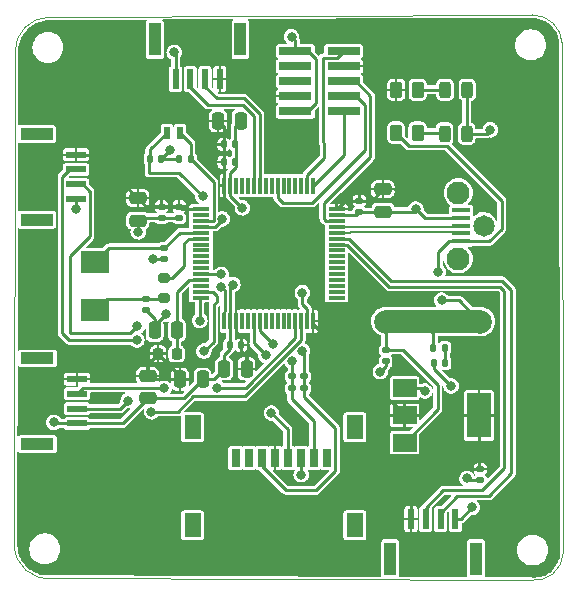
<source format=gbr>
%TF.GenerationSoftware,KiCad,Pcbnew,(6.0.7)*%
%TF.CreationDate,2022-11-05T01:20:28+05:30*%
%TF.ProjectId,Interface_PCB,496e7465-7266-4616-9365-5f5043422e6b,rev?*%
%TF.SameCoordinates,Original*%
%TF.FileFunction,Copper,L1,Top*%
%TF.FilePolarity,Positive*%
%FSLAX46Y46*%
G04 Gerber Fmt 4.6, Leading zero omitted, Abs format (unit mm)*
G04 Created by KiCad (PCBNEW (6.0.7)) date 2022-11-05 01:20:28*
%MOMM*%
%LPD*%
G01*
G04 APERTURE LIST*
G04 Aperture macros list*
%AMRoundRect*
0 Rectangle with rounded corners*
0 $1 Rounding radius*
0 $2 $3 $4 $5 $6 $7 $8 $9 X,Y pos of 4 corners*
0 Add a 4 corners polygon primitive as box body*
4,1,4,$2,$3,$4,$5,$6,$7,$8,$9,$2,$3,0*
0 Add four circle primitives for the rounded corners*
1,1,$1+$1,$2,$3*
1,1,$1+$1,$4,$5*
1,1,$1+$1,$6,$7*
1,1,$1+$1,$8,$9*
0 Add four rect primitives between the rounded corners*
20,1,$1+$1,$2,$3,$4,$5,0*
20,1,$1+$1,$4,$5,$6,$7,0*
20,1,$1+$1,$6,$7,$8,$9,0*
20,1,$1+$1,$8,$9,$2,$3,0*%
G04 Aperture macros list end*
%TA.AperFunction,Profile*%
%ADD10C,0.100000*%
%TD*%
%TA.AperFunction,SMDPad,CuDef*%
%ADD11RoundRect,0.218750X-0.218750X-0.256250X0.218750X-0.256250X0.218750X0.256250X-0.218750X0.256250X0*%
%TD*%
%TA.AperFunction,SMDPad,CuDef*%
%ADD12R,1.475000X0.300000*%
%TD*%
%TA.AperFunction,SMDPad,CuDef*%
%ADD13R,0.300000X1.475000*%
%TD*%
%TA.AperFunction,SMDPad,CuDef*%
%ADD14R,1.700000X0.600000*%
%TD*%
%TA.AperFunction,SMDPad,CuDef*%
%ADD15R,2.800000X1.000000*%
%TD*%
%TA.AperFunction,SMDPad,CuDef*%
%ADD16RoundRect,0.250000X-0.250000X-0.475000X0.250000X-0.475000X0.250000X0.475000X-0.250000X0.475000X0*%
%TD*%
%TA.AperFunction,SMDPad,CuDef*%
%ADD17RoundRect,0.250000X0.250000X0.475000X-0.250000X0.475000X-0.250000X-0.475000X0.250000X-0.475000X0*%
%TD*%
%TA.AperFunction,SMDPad,CuDef*%
%ADD18RoundRect,0.140000X-0.140000X-0.170000X0.140000X-0.170000X0.140000X0.170000X-0.140000X0.170000X0*%
%TD*%
%TA.AperFunction,SMDPad,CuDef*%
%ADD19RoundRect,0.250000X-0.475000X0.250000X-0.475000X-0.250000X0.475000X-0.250000X0.475000X0.250000X0*%
%TD*%
%TA.AperFunction,SMDPad,CuDef*%
%ADD20R,0.800000X1.500000*%
%TD*%
%TA.AperFunction,SMDPad,CuDef*%
%ADD21R,1.450000X2.000000*%
%TD*%
%TA.AperFunction,SMDPad,CuDef*%
%ADD22RoundRect,0.140000X-0.170000X0.140000X-0.170000X-0.140000X0.170000X-0.140000X0.170000X0.140000X0*%
%TD*%
%TA.AperFunction,SMDPad,CuDef*%
%ADD23R,2.400000X1.900000*%
%TD*%
%TA.AperFunction,SMDPad,CuDef*%
%ADD24RoundRect,0.200000X-0.275000X0.200000X-0.275000X-0.200000X0.275000X-0.200000X0.275000X0.200000X0*%
%TD*%
%TA.AperFunction,SMDPad,CuDef*%
%ADD25RoundRect,0.250000X-0.262500X-0.450000X0.262500X-0.450000X0.262500X0.450000X-0.262500X0.450000X0*%
%TD*%
%TA.AperFunction,SMDPad,CuDef*%
%ADD26RoundRect,0.140000X0.140000X0.170000X-0.140000X0.170000X-0.140000X-0.170000X0.140000X-0.170000X0*%
%TD*%
%TA.AperFunction,SMDPad,CuDef*%
%ADD27R,0.500000X1.000000*%
%TD*%
%TA.AperFunction,SMDPad,CuDef*%
%ADD28RoundRect,0.135000X-0.185000X0.135000X-0.185000X-0.135000X0.185000X-0.135000X0.185000X0.135000X0*%
%TD*%
%TA.AperFunction,SMDPad,CuDef*%
%ADD29RoundRect,0.243750X0.243750X0.456250X-0.243750X0.456250X-0.243750X-0.456250X0.243750X-0.456250X0*%
%TD*%
%TA.AperFunction,SMDPad,CuDef*%
%ADD30R,0.600000X1.700000*%
%TD*%
%TA.AperFunction,SMDPad,CuDef*%
%ADD31R,1.000000X2.800000*%
%TD*%
%TA.AperFunction,SMDPad,CuDef*%
%ADD32R,2.000000X1.500000*%
%TD*%
%TA.AperFunction,SMDPad,CuDef*%
%ADD33R,2.000000X3.800000*%
%TD*%
%TA.AperFunction,SMDPad,CuDef*%
%ADD34RoundRect,0.147500X-0.147500X-0.172500X0.147500X-0.172500X0.147500X0.172500X-0.147500X0.172500X0*%
%TD*%
%TA.AperFunction,SMDPad,CuDef*%
%ADD35R,2.790000X0.740000*%
%TD*%
%TA.AperFunction,SMDPad,CuDef*%
%ADD36R,1.500000X0.450000*%
%TD*%
%TA.AperFunction,ComponentPad*%
%ADD37C,1.950000*%
%TD*%
%TA.AperFunction,ComponentPad*%
%ADD38C,1.815000*%
%TD*%
%TA.AperFunction,SMDPad,CuDef*%
%ADD39C,2.000000*%
%TD*%
%TA.AperFunction,ViaPad*%
%ADD40C,0.800000*%
%TD*%
%TA.AperFunction,Conductor*%
%ADD41C,0.250000*%
%TD*%
%TA.AperFunction,Conductor*%
%ADD42C,0.200000*%
%TD*%
G04 APERTURE END LIST*
D10*
X117094000Y-83007162D02*
G75*
G03*
X114147600Y-86004400I-400J-2946438D01*
G01*
X117246400Y-130530600D02*
X157748260Y-130697260D01*
X160477221Y-85216999D02*
G75*
G03*
X157962600Y-82829400I-2514621J-130401D01*
G01*
X157748256Y-130697285D02*
G75*
G03*
X160578800Y-128371600I379644J2423285D01*
G01*
X114096800Y-127736600D02*
X114147600Y-86004400D01*
X117094000Y-83007200D02*
X157962600Y-82829400D01*
X160477200Y-85217000D02*
X160578800Y-128371600D01*
X114096788Y-127736600D02*
G75*
G03*
X117246400Y-130530600I2834212J22700D01*
G01*
%TO.C,NT1*%
G36*
X153555600Y-109793600D02*
G01*
X145555600Y-109793600D01*
X145555600Y-107793600D01*
X153555600Y-107793600D01*
X153555600Y-109793600D01*
G37*
%TD*%
D11*
%TO.P,LMS1,1,1*%
%TO.N,+3V3*%
X126263300Y-111506000D03*
%TO.P,LMS1,2,2*%
%TO.N,+3.3VA*%
X127838300Y-111506000D03*
%TD*%
D12*
%TO.P,IC1,1,VBAT*%
%TO.N,+3V3*%
X129898000Y-99272400D03*
%TO.P,IC1,2,PC13*%
%TO.N,unconnected-(IC1-Pad2)*%
X129898000Y-99772400D03*
%TO.P,IC1,3,PC14-OSC32_IN*%
%TO.N,LSE_IN*%
X129898000Y-100272400D03*
%TO.P,IC1,4,PC15-OSC32_OUT*%
%TO.N,LSE_OUT*%
X129898000Y-100772400D03*
%TO.P,IC1,5,PH0-OSC_IN*%
%TO.N,HSE_IN*%
X129898000Y-101272400D03*
%TO.P,IC1,6,PH1-OSC_OUT*%
%TO.N,HSE_OUT*%
X129898000Y-101772400D03*
%TO.P,IC1,7,NRST*%
%TO.N,unconnected-(IC1-Pad7)*%
X129898000Y-102272400D03*
%TO.P,IC1,8,PC0*%
%TO.N,TRACE_D0*%
X129898000Y-102772400D03*
%TO.P,IC1,9,PC1*%
%TO.N,TRACE_CLK*%
X129898000Y-103272400D03*
%TO.P,IC1,10,PC2*%
%TO.N,unconnected-(IC1-Pad10)*%
X129898000Y-103772400D03*
%TO.P,IC1,11,PC3*%
%TO.N,unconnected-(IC1-Pad11)*%
X129898000Y-104272400D03*
%TO.P,IC1,12,VSSA/VREF-*%
%TO.N,GND*%
X129898000Y-104772400D03*
%TO.P,IC1,13,VDDA/VREF+*%
%TO.N,+3.3VA*%
X129898000Y-105272400D03*
%TO.P,IC1,14,PA0*%
%TO.N,unconnected-(IC1-Pad14)*%
X129898000Y-105772400D03*
%TO.P,IC1,15,PA1*%
%TO.N,SPI1_CLK*%
X129898000Y-106272400D03*
%TO.P,IC1,16,PA2*%
%TO.N,USART2_TX*%
X129898000Y-106772400D03*
D13*
%TO.P,IC1,17,PA3*%
%TO.N,USART2_RX*%
X131886000Y-108760400D03*
%TO.P,IC1,18,VSS_1*%
%TO.N,GND*%
X132386000Y-108760400D03*
%TO.P,IC1,19,VDD_1*%
%TO.N,+3V3*%
X132886000Y-108760400D03*
%TO.P,IC1,20,PA4*%
%TO.N,unconnected-(IC1-Pad20)*%
X133386000Y-108760400D03*
%TO.P,IC1,21,PA5*%
%TO.N,unconnected-(IC1-Pad21)*%
X133886000Y-108760400D03*
%TO.P,IC1,22,PA6*%
%TO.N,SPI1_MISO*%
X134386000Y-108760400D03*
%TO.P,IC1,23,PA7*%
%TO.N,SPI1_MOSI*%
X134886000Y-108760400D03*
%TO.P,IC1,24,PC4*%
%TO.N,unconnected-(IC1-Pad24)*%
X135386000Y-108760400D03*
%TO.P,IC1,25,PC5*%
%TO.N,unconnected-(IC1-Pad25)*%
X135886000Y-108760400D03*
%TO.P,IC1,26,PB0*%
%TO.N,unconnected-(IC1-Pad26)*%
X136386000Y-108760400D03*
%TO.P,IC1,27,PB1*%
%TO.N,TRACE_D1*%
X136886000Y-108760400D03*
%TO.P,IC1,28,PB2*%
%TO.N,unconnected-(IC1-Pad28)*%
X137386000Y-108760400D03*
%TO.P,IC1,29,PB10*%
%TO.N,I2C2_SCL*%
X137886000Y-108760400D03*
%TO.P,IC1,30,PB11*%
%TO.N,I2C2_SDA*%
X138386000Y-108760400D03*
%TO.P,IC1,31,VSS_2*%
%TO.N,GND*%
X138886000Y-108760400D03*
%TO.P,IC1,32,VDD_2*%
%TO.N,+3V3*%
X139386000Y-108760400D03*
D12*
%TO.P,IC1,33,PB12*%
%TO.N,unconnected-(IC1-Pad33)*%
X141374000Y-106772400D03*
%TO.P,IC1,34,PB13*%
%TO.N,unconnected-(IC1-Pad34)*%
X141374000Y-106272400D03*
%TO.P,IC1,35,PB14*%
%TO.N,unconnected-(IC1-Pad35)*%
X141374000Y-105772400D03*
%TO.P,IC1,36,PB15*%
%TO.N,unconnected-(IC1-Pad36)*%
X141374000Y-105272400D03*
%TO.P,IC1,37,PC6*%
%TO.N,unconnected-(IC1-Pad37)*%
X141374000Y-104772400D03*
%TO.P,IC1,38,PC7*%
%TO.N,unconnected-(IC1-Pad38)*%
X141374000Y-104272400D03*
%TO.P,IC1,39,PC8*%
%TO.N,unconnected-(IC1-Pad39)*%
X141374000Y-103772400D03*
%TO.P,IC1,40,PC9*%
%TO.N,unconnected-(IC1-Pad40)*%
X141374000Y-103272400D03*
%TO.P,IC1,41,PA8*%
%TO.N,unconnected-(IC1-Pad41)*%
X141374000Y-102772400D03*
%TO.P,IC1,42,PA9*%
%TO.N,I2C1_SCL*%
X141374000Y-102272400D03*
%TO.P,IC1,43,PA10*%
%TO.N,I2C1_SDA*%
X141374000Y-101772400D03*
%TO.P,IC1,44,PA11*%
%TO.N,USB_D-*%
X141374000Y-101272400D03*
%TO.P,IC1,45,PA12*%
%TO.N,USB_D+*%
X141374000Y-100772400D03*
%TO.P,IC1,46,PA13*%
%TO.N,JTMS*%
X141374000Y-100272400D03*
%TO.P,IC1,47,VSS_3*%
%TO.N,GND*%
X141374000Y-99772400D03*
%TO.P,IC1,48,VDDUSB*%
%TO.N,+3V3*%
X141374000Y-99272400D03*
D13*
%TO.P,IC1,49,PA14*%
%TO.N,JTCK*%
X139386000Y-97284400D03*
%TO.P,IC1,50,PA15*%
%TO.N,JTDI*%
X138886000Y-97284400D03*
%TO.P,IC1,51,PC10*%
%TO.N,unconnected-(IC1-Pad51)*%
X138386000Y-97284400D03*
%TO.P,IC1,52,PC11*%
%TO.N,unconnected-(IC1-Pad52)*%
X137886000Y-97284400D03*
%TO.P,IC1,53,PC12*%
%TO.N,TRACE_D3*%
X137386000Y-97284400D03*
%TO.P,IC1,54,PD2*%
%TO.N,unconnected-(IC1-Pad54)*%
X136886000Y-97284400D03*
%TO.P,IC1,55,PB3*%
%TO.N,JTDO*%
X136386000Y-97284400D03*
%TO.P,IC1,56,PB4*%
%TO.N,unconnected-(IC1-Pad56)*%
X135886000Y-97284400D03*
%TO.P,IC1,57,PB5*%
%TO.N,TRACE_D2*%
X135386000Y-97284400D03*
%TO.P,IC1,58,PB6*%
%TO.N,USART1_TX*%
X134886000Y-97284400D03*
%TO.P,IC1,59,PB7*%
%TO.N,USART1_RX*%
X134386000Y-97284400D03*
%TO.P,IC1,60,PH3-BOOT0*%
%TO.N,unconnected-(IC1-Pad60)*%
X133886000Y-97284400D03*
%TO.P,IC1,61,PB8*%
%TO.N,unconnected-(IC1-Pad61)*%
X133386000Y-97284400D03*
%TO.P,IC1,62,PB9*%
%TO.N,unconnected-(IC1-Pad62)*%
X132886000Y-97284400D03*
%TO.P,IC1,63,VSS_4*%
%TO.N,GND*%
X132386000Y-97284400D03*
%TO.P,IC1,64,VDD_3*%
%TO.N,+3V3*%
X131886000Y-97284400D03*
%TD*%
D14*
%TO.P,I2C2,1,Pin_1*%
%TO.N,GND*%
X119395400Y-117418600D03*
%TO.P,I2C2,2,Pin_2*%
%TO.N,I2C2_SDA*%
X119395400Y-116168600D03*
%TO.P,I2C2,3,Pin_3*%
%TO.N,I2C2_SCL*%
X119395400Y-114918600D03*
%TO.P,I2C2,4,Pin_4*%
%TO.N,+3V3*%
X119395400Y-113668600D03*
D15*
%TO.P,I2C2,5*%
%TO.N,N/C*%
X116045400Y-119168600D03*
%TO.P,I2C2,6*%
X116045400Y-111918600D03*
%TD*%
D16*
%TO.P,CB3,1*%
%TO.N,+3V3*%
X131355600Y-91793600D03*
%TO.P,CB3,2*%
%TO.N,GND*%
X133255600Y-91793600D03*
%TD*%
D17*
%TO.P,CB2,1*%
%TO.N,+3V3*%
X133755600Y-112793600D03*
%TO.P,CB2,2*%
%TO.N,GND*%
X131855600Y-112793600D03*
%TD*%
D18*
%TO.P,CD6,1*%
%TO.N,+3V3*%
X131825600Y-93793600D03*
%TO.P,CD6,2*%
%TO.N,GND*%
X132785600Y-93793600D03*
%TD*%
D16*
%TO.P,CMS1,1*%
%TO.N,+3V3*%
X128132800Y-113690400D03*
%TO.P,CMS1,2*%
%TO.N,GND*%
X130032800Y-113690400D03*
%TD*%
D19*
%TO.P,CMS2,1*%
%TO.N,+3V3*%
X125374400Y-113400800D03*
%TO.P,CMS2,2*%
%TO.N,GND*%
X125374400Y-115300800D03*
%TD*%
D20*
%TO.P,SPI,1,DAT2*%
%TO.N,unconnected-(J6-Pad1)*%
X132855600Y-120343600D03*
%TO.P,SPI,2,DAT3/CD*%
%TO.N,CS*%
X133955600Y-120343600D03*
%TO.P,SPI,3,CMD*%
%TO.N,SPI1_MOSI*%
X135055600Y-120343600D03*
%TO.P,SPI,4,VDD*%
%TO.N,+3V3*%
X136155600Y-120343600D03*
%TO.P,SPI,5,CLK*%
%TO.N,SPI1_CLK*%
X137255600Y-120343600D03*
%TO.P,SPI,6,VSS*%
%TO.N,GND*%
X138355600Y-120343600D03*
%TO.P,SPI,7,DAT0*%
%TO.N,SPI1_MISO*%
X139455600Y-120343600D03*
%TO.P,SPI,8,DAT1*%
%TO.N,unconnected-(J6-Pad8)*%
X140555600Y-120343600D03*
D21*
%TO.P,SPI,MP1*%
%TO.N,N/C*%
X129180600Y-117743600D03*
%TO.P,SPI,MP2*%
X142930600Y-117743600D03*
%TO.P,SPI,MP3*%
X129180600Y-126043600D03*
%TO.P,SPI,MP4*%
X142930600Y-126043600D03*
%TD*%
D22*
%TO.P,CR2,1*%
%TO.N,+3V3*%
X153543000Y-121287600D03*
%TO.P,CR2,2*%
%TO.N,GND*%
X153543000Y-122247600D03*
%TD*%
D23*
%TO.P,Y2,1,1*%
%TO.N,Net-(Cl3-Pad1)*%
X120954800Y-107841000D03*
%TO.P,Y2,2,2*%
%TO.N,HSE_IN*%
X120954800Y-103741000D03*
%TD*%
D24*
%TO.P,RExt1,1*%
%TO.N,HSE_OUT*%
X126805600Y-105118400D03*
%TO.P,RExt1,2*%
%TO.N,Net-(Cl3-Pad1)*%
X126805600Y-106768400D03*
%TD*%
D17*
%TO.P,CMS3,1*%
%TO.N,+3.3VA*%
X127873800Y-109524800D03*
%TO.P,CMS3,2*%
%TO.N,GND*%
X125973800Y-109524800D03*
%TD*%
D25*
%TO.P,R2,1*%
%TO.N,+3V3*%
X146432900Y-89179400D03*
%TO.P,R2,2*%
%TO.N,Net-(D2-Pad2)*%
X148257900Y-89179400D03*
%TD*%
D18*
%TO.P,Cl1,1*%
%TO.N,LSE_OUT*%
X125575600Y-95043600D03*
%TO.P,Cl1,2*%
%TO.N,GND*%
X126535600Y-95043600D03*
%TD*%
D19*
%TO.P,CB1,1*%
%TO.N,+3V3*%
X124555600Y-98343600D03*
%TO.P,CB1,2*%
%TO.N,GND*%
X124555600Y-100243600D03*
%TD*%
D26*
%TO.P,Cl2,1*%
%TO.N,LSE_IN*%
X129035600Y-95043600D03*
%TO.P,Cl2,2*%
%TO.N,GND*%
X128075600Y-95043600D03*
%TD*%
D27*
%TO.P,Y1,1,1*%
%TO.N,LSE_OUT*%
X127005600Y-92793600D03*
%TO.P,Y1,2,2*%
%TO.N,LSE_IN*%
X128105600Y-92793600D03*
%TD*%
D25*
%TO.P,R1,1*%
%TO.N,VBUS*%
X146407500Y-92811600D03*
%TO.P,R1,2*%
%TO.N,Net-(D1-Pad2)*%
X148232500Y-92811600D03*
%TD*%
D22*
%TO.P,CR1,1*%
%TO.N,Net-(CR1-Pad1)*%
X145542000Y-111203800D03*
%TO.P,CR1,2*%
%TO.N,GND*%
X145542000Y-112163800D03*
%TD*%
D28*
%TO.P,RSPI1,1*%
%TO.N,SPI1_MISO*%
X137591800Y-113434400D03*
%TO.P,RSPI1,2*%
X137591800Y-114454400D03*
%TD*%
D29*
%TO.P,D2,1,K*%
%TO.N,GND*%
X152448500Y-89179400D03*
%TO.P,D2,2,A*%
%TO.N,Net-(D2-Pad2)*%
X150573500Y-89179400D03*
%TD*%
D22*
%TO.P,Cl4,1*%
%TO.N,HSE_IN*%
X126805600Y-102563600D03*
%TO.P,Cl4,2*%
%TO.N,GND*%
X126805600Y-103523600D03*
%TD*%
%TO.P,CD3,1*%
%TO.N,+3V3*%
X143305600Y-98563600D03*
%TO.P,CD3,2*%
%TO.N,GND*%
X143305600Y-99523600D03*
%TD*%
%TO.P,Cl3,1*%
%TO.N,Net-(Cl3-Pad1)*%
X125222000Y-106857800D03*
%TO.P,Cl3,2*%
%TO.N,GND*%
X125222000Y-107817800D03*
%TD*%
%TO.P,CD5,1*%
%TO.N,+3V3*%
X126555600Y-99063600D03*
%TO.P,CD5,2*%
%TO.N,GND*%
X126555600Y-100023600D03*
%TD*%
D14*
%TO.P,USART2,1,Pin_1*%
%TO.N,GND*%
X119327600Y-98418600D03*
%TO.P,USART2,2,Pin_2*%
%TO.N,USART2_RX*%
X119327600Y-97168600D03*
%TO.P,USART2,3,Pin_3*%
%TO.N,USART2_TX*%
X119327600Y-95918600D03*
%TO.P,USART2,4,Pin_4*%
%TO.N,+3V3*%
X119327600Y-94668600D03*
D15*
%TO.P,USART2,5*%
%TO.N,N/C*%
X115977600Y-100168600D03*
%TO.P,USART2,6*%
X115977600Y-92918600D03*
%TD*%
D30*
%TO.P,I2C1,1,Pin_1*%
%TO.N,GND*%
X151430600Y-125521600D03*
%TO.P,I2C1,2,Pin_2*%
%TO.N,I2C1_SDA*%
X150180600Y-125521600D03*
%TO.P,I2C1,3,Pin_3*%
%TO.N,I2C1_SCL*%
X148930600Y-125521600D03*
%TO.P,I2C1,4,Pin_4*%
%TO.N,+3V3*%
X147680600Y-125521600D03*
D31*
%TO.P,I2C1,5*%
%TO.N,N/C*%
X153180600Y-128871600D03*
%TO.P,I2C1,6*%
X145930600Y-128871600D03*
%TD*%
D28*
%TO.P,RSPI2,1*%
%TO.N,SPI1_MOSI*%
X138633200Y-113434400D03*
%TO.P,RSPI2,2*%
X138633200Y-114454400D03*
%TD*%
D18*
%TO.P,CD2,1*%
%TO.N,+3V3*%
X131825600Y-95293600D03*
%TO.P,CD2,2*%
%TO.N,GND*%
X132785600Y-95293600D03*
%TD*%
D30*
%TO.P,USART1,1,Pin_1*%
%TO.N,GND*%
X127741200Y-88255000D03*
%TO.P,USART1,2,Pin_2*%
%TO.N,USART1_RX*%
X128991200Y-88255000D03*
%TO.P,USART1,3,Pin_3*%
%TO.N,USART1_TX*%
X130241200Y-88255000D03*
%TO.P,USART1,4,Pin_4*%
%TO.N,+3V3*%
X131491200Y-88255000D03*
D31*
%TO.P,USART1,5*%
%TO.N,N/C*%
X125991200Y-84905000D03*
%TO.P,USART1,6*%
X133241200Y-84905000D03*
%TD*%
D22*
%TO.P,CD1,1*%
%TO.N,+3V3*%
X128055600Y-99063600D03*
%TO.P,CD1,2*%
%TO.N,GND*%
X128055600Y-100023600D03*
%TD*%
D29*
%TO.P,D1,1,K*%
%TO.N,GND*%
X152397700Y-92887800D03*
%TO.P,D1,2,A*%
%TO.N,Net-(D1-Pad2)*%
X150522700Y-92887800D03*
%TD*%
D32*
%TO.P,U1,1,GND*%
%TO.N,GND*%
X147141800Y-114438400D03*
D33*
%TO.P,U1,2,VO*%
%TO.N,+3V3*%
X153441800Y-116738400D03*
D32*
X147141800Y-116738400D03*
%TO.P,U1,3,VI*%
%TO.N,Net-(CR1-Pad1)*%
X147141800Y-119038400D03*
%TD*%
D26*
%TO.P,CD4,1*%
%TO.N,+3V3*%
X133285600Y-110793600D03*
%TO.P,CD4,2*%
%TO.N,GND*%
X132325600Y-110793600D03*
%TD*%
D34*
%TO.P,LR1,1,1*%
%TO.N,Net-(LR1-Pad1)*%
X149578200Y-111023400D03*
%TO.P,LR1,2,2*%
%TO.N,/VEXT*%
X150548200Y-111023400D03*
%TD*%
D19*
%TO.P,CB4,1*%
%TO.N,+3V3*%
X145305600Y-97593600D03*
%TO.P,CB4,2*%
%TO.N,GND*%
X145305600Y-99493600D03*
%TD*%
D35*
%TO.P,JTAG,1,TCK*%
%TO.N,JTCK*%
X141967900Y-90982800D03*
%TO.P,JTAG,2,GND*%
%TO.N,GND*%
X137897900Y-90982800D03*
%TO.P,JTAG,3,TDO*%
%TO.N,JTDO*%
X141967900Y-89712800D03*
%TO.P,JTAG,4,VREF*%
%TO.N,+3V3*%
X137897900Y-89712800D03*
%TO.P,JTAG,5,TMS*%
%TO.N,JTMS*%
X141967900Y-88442800D03*
%TO.P,JTAG,6,~{SRST}*%
%TO.N,unconnected-(J5-Pad6)*%
X137897900Y-88442800D03*
%TO.P,JTAG,7,VCC*%
%TO.N,+3V3*%
X141967900Y-87172800D03*
%TO.P,JTAG,8,~{TRST}*%
%TO.N,unconnected-(J5-Pad8)*%
X137897900Y-87172800D03*
%TO.P,JTAG,9,TDI*%
%TO.N,JTDI*%
X141967900Y-85902800D03*
%TO.P,JTAG,10,GND*%
%TO.N,GND*%
X137897900Y-85902800D03*
%TD*%
D36*
%TO.P,USB,1,VBUS*%
%TO.N,VBUS*%
X151929400Y-101985600D03*
%TO.P,USB,2,D-*%
%TO.N,USB_D-*%
X151929400Y-101335600D03*
%TO.P,USB,3,D+*%
%TO.N,USB_D+*%
X151929400Y-100685600D03*
%TO.P,USB,4,GND*%
%TO.N,GND*%
X151929400Y-100035600D03*
%TO.P,USB,5,Shield*%
%TO.N,unconnected-(J7-Pad5)*%
X151929400Y-99385600D03*
D37*
%TO.P,USB,MH1*%
%TO.N,N/C*%
X151679400Y-103485600D03*
%TO.P,USB,MH2*%
X151679400Y-97885600D03*
D38*
%TO.P,USB,MH3*%
X153828400Y-100685600D03*
%TD*%
D26*
%TO.P,CR3,1*%
%TO.N,/VEXT*%
X150568600Y-112318800D03*
%TO.P,CR3,2*%
%TO.N,GND*%
X149608600Y-112318800D03*
%TD*%
D39*
%TO.P,NT1,1,1*%
%TO.N,VBUS*%
X153555600Y-108793600D03*
%TO.P,NT1,2,2*%
%TO.N,Net-(LR1-Pad1)*%
X149555600Y-108793600D03*
%TO.P,NT1,3,3*%
%TO.N,Net-(CR1-Pad1)*%
X145555600Y-108793600D03*
%TD*%
D40*
%TO.N,GND*%
X152425400Y-122072400D03*
X127635000Y-86004400D03*
X154406600Y-92557600D03*
X148082000Y-99263200D03*
X125831600Y-103505000D03*
X148844000Y-114681000D03*
X119303800Y-99263200D03*
X133400800Y-99161600D03*
X138379200Y-121767600D03*
X127254000Y-94310200D03*
X124587000Y-101193600D03*
X132585896Y-105659772D03*
X145084800Y-113030000D03*
X138480800Y-106349800D03*
X126898400Y-108153200D03*
X151079200Y-114249200D03*
X117424200Y-117322600D03*
X137566400Y-84683600D03*
X131622800Y-104800400D03*
X152857200Y-124536200D03*
%TO.N,LSE_OUT*%
X131685000Y-100101400D03*
X130048000Y-98196400D03*
%TO.N,VBUS*%
X149987000Y-104571800D03*
X150266400Y-106984800D03*
%TO.N,I2C2_SCL*%
X126796800Y-114414900D03*
X131267200Y-114401600D03*
%TO.N,USART2_RX*%
X131602461Y-105838263D03*
X124510800Y-109194600D03*
%TO.N,SPI1_MOSI*%
X138488584Y-111259784D03*
X135991600Y-110718600D03*
%TO.N,SPI1_MISO*%
X135405887Y-111656888D03*
X137612283Y-112150484D03*
%TO.N,I2C2_SDA*%
X125704600Y-116433600D03*
X123723400Y-115493800D03*
%TO.N,USART2_TX*%
X124460000Y-110363000D03*
X129794000Y-108712000D03*
%TO.N,SPI1_CLK*%
X130149600Y-111302800D03*
X135864600Y-116535200D03*
%TD*%
D41*
%TO.N,/VEXT*%
X150568600Y-111043800D02*
X150548200Y-111023400D01*
X150568600Y-112318800D02*
X150568600Y-111043800D01*
%TO.N,GND*%
X132867400Y-95732600D02*
X132867400Y-93875400D01*
X119395400Y-117418600D02*
X123256600Y-117418600D01*
X132386000Y-97284400D02*
X132386000Y-96214000D01*
X138886000Y-107722900D02*
X138480800Y-107317700D01*
X126805600Y-103523600D02*
X125850200Y-103523600D01*
X132325600Y-111133400D02*
X131855600Y-111603400D01*
X125973800Y-109077800D02*
X126898400Y-108153200D01*
X126555600Y-100023600D02*
X124775600Y-100023600D01*
X126535600Y-95043600D02*
X128075600Y-95043600D01*
X125850200Y-103523600D02*
X125831600Y-103505000D01*
X132867400Y-93875400D02*
X132785600Y-93793600D01*
X132386000Y-105859668D02*
X132386000Y-108760400D01*
X129898000Y-104772400D02*
X131594800Y-104772400D01*
X128422400Y-115300800D02*
X130032800Y-113690400D01*
X126535600Y-95043600D02*
X126535600Y-95028600D01*
X143305600Y-99523600D02*
X145275600Y-99523600D01*
X132785600Y-92263600D02*
X133255600Y-91793600D01*
X125973800Y-109524800D02*
X125973800Y-108569600D01*
X119327600Y-99239400D02*
X119303800Y-99263200D01*
X132325600Y-110793600D02*
X132325600Y-111133400D01*
X119327600Y-98418600D02*
X119327600Y-99239400D01*
X138922900Y-85902800D02*
X137897900Y-85902800D01*
X152397700Y-92887800D02*
X152397700Y-89230200D01*
X126535600Y-95028600D02*
X127254000Y-94310200D01*
X152397700Y-92887800D02*
X154076400Y-92887800D01*
X154076400Y-92887800D02*
X154406600Y-92557600D01*
X125973800Y-108569600D02*
X125222000Y-107817800D01*
X138379200Y-121767600D02*
X138355600Y-121744000D01*
X132585896Y-105659772D02*
X132386000Y-105859668D01*
X132386000Y-110733200D02*
X132325600Y-110793600D01*
X131594800Y-104772400D02*
X131622800Y-104800400D01*
X139617900Y-86597800D02*
X138922900Y-85902800D01*
X145305600Y-99493600D02*
X147851600Y-99493600D01*
X143056800Y-99772400D02*
X143305600Y-99523600D01*
X125973800Y-109524800D02*
X125973800Y-109077800D01*
X127752800Y-86122200D02*
X127635000Y-86004400D01*
X147851600Y-99493600D02*
X148082000Y-99263200D01*
X137897900Y-85015100D02*
X137566400Y-84683600D01*
X127741200Y-88255000D02*
X127741200Y-86110600D01*
X131855600Y-111603400D02*
X131855600Y-112793600D01*
X138355600Y-121744000D02*
X138355600Y-120343600D01*
X130032800Y-113690400D02*
X130958800Y-113690400D01*
X149608600Y-112318800D02*
X149608600Y-112778600D01*
X148854400Y-100035600D02*
X148082000Y-99263200D01*
X145542000Y-112163800D02*
X145542000Y-112572800D01*
X145542000Y-112572800D02*
X145084800Y-113030000D01*
X141374000Y-99772400D02*
X143056800Y-99772400D01*
X117520200Y-117418600D02*
X117424200Y-117322600D01*
X130958800Y-113690400D02*
X131855600Y-112793600D01*
X132386000Y-98146800D02*
X133400800Y-99161600D01*
X145275600Y-99523600D02*
X145305600Y-99493600D01*
X152397700Y-89230200D02*
X152448500Y-89179400D01*
X128055600Y-100023600D02*
X126555600Y-100023600D01*
X139617900Y-90287800D02*
X139617900Y-86597800D01*
X132386000Y-108760400D02*
X132386000Y-110733200D01*
X149608600Y-112778600D02*
X151079200Y-114249200D01*
X119395400Y-117418600D02*
X117520200Y-117418600D01*
X138480800Y-107317700D02*
X138480800Y-106349800D01*
X153543000Y-122247600D02*
X152600600Y-122247600D01*
X137897900Y-85902800D02*
X137897900Y-85015100D01*
X132785600Y-93793600D02*
X132785600Y-92263600D01*
X151430600Y-125521600D02*
X151871800Y-125521600D01*
X127741200Y-86110600D02*
X127635000Y-86004400D01*
X137897900Y-90982800D02*
X138922900Y-90982800D01*
X151929400Y-100035600D02*
X148854400Y-100035600D01*
X132386000Y-97284400D02*
X132386000Y-98146800D01*
X152600600Y-122247600D02*
X152425400Y-122072400D01*
X125374400Y-115300800D02*
X128422400Y-115300800D01*
X124555600Y-101162200D02*
X124587000Y-101193600D01*
X132386000Y-96214000D02*
X132867400Y-95732600D01*
X148844000Y-114681000D02*
X148601400Y-114438400D01*
X124775600Y-100023600D02*
X124555600Y-100243600D01*
X138886000Y-108760400D02*
X138886000Y-107722900D01*
X123256600Y-117418600D02*
X125374400Y-115300800D01*
X124555600Y-100243600D02*
X124555600Y-101162200D01*
X148601400Y-114438400D02*
X147141800Y-114438400D01*
X138922900Y-90982800D02*
X139617900Y-90287800D01*
X151871800Y-125521600D02*
X152857200Y-124536200D01*
%TO.N,+3V3*%
X126555600Y-99063600D02*
X125275600Y-99063600D01*
X131886000Y-95354000D02*
X131825600Y-95293600D01*
X128055600Y-99063600D02*
X126555600Y-99063600D01*
X119327600Y-94668600D02*
X120880600Y-94668600D01*
X128264400Y-99272400D02*
X128055600Y-99063600D01*
X125664000Y-113690400D02*
X125374400Y-113400800D01*
X133285600Y-111314600D02*
X133755600Y-111784600D01*
X131825600Y-95293600D02*
X131825600Y-93793600D01*
X128132800Y-113690400D02*
X128132800Y-113363000D01*
X120880600Y-94668600D02*
X124555600Y-98343600D01*
X128132800Y-113690400D02*
X125664000Y-113690400D01*
X153441800Y-121186400D02*
X153543000Y-121287600D01*
X128132800Y-113363000D02*
X126275800Y-111506000D01*
X147680600Y-124277200D02*
X147680600Y-125521600D01*
X144335600Y-98563600D02*
X145305600Y-97593600D01*
X131886000Y-97284400D02*
X131886000Y-95354000D01*
X133755600Y-111784600D02*
X133755600Y-112793600D01*
X139386000Y-108760400D02*
X139386000Y-108982600D01*
X153441800Y-116738400D02*
X153441800Y-121186400D01*
X125374400Y-113400800D02*
X125374400Y-112407400D01*
X125374400Y-112407400D02*
X126275800Y-111506000D01*
X125275600Y-99063600D02*
X124555600Y-98343600D01*
X150670200Y-121287600D02*
X147680600Y-124277200D01*
X143305600Y-98563600D02*
X144335600Y-98563600D01*
X153543000Y-121287600D02*
X150670200Y-121287600D01*
X133285600Y-110793600D02*
X133285600Y-111314600D01*
X131825600Y-93793600D02*
X131825600Y-92263600D01*
X147680600Y-125521600D02*
X147680600Y-126071600D01*
X139386000Y-108982600D02*
X147141800Y-116738400D01*
X132886000Y-109645000D02*
X133285600Y-110044600D01*
X132886000Y-108760400D02*
X132886000Y-109645000D01*
X153550609Y-121287600D02*
X153543000Y-121287600D01*
X129898000Y-99272400D02*
X128264400Y-99272400D01*
X133285600Y-110044600D02*
X133285600Y-110793600D01*
X131825600Y-92263600D02*
X131355600Y-91793600D01*
X142082800Y-98563600D02*
X143305600Y-98563600D01*
X141374000Y-99272400D02*
X142082800Y-98563600D01*
%TO.N,+3.3VA*%
X127825800Y-111506000D02*
X127825800Y-109572800D01*
X128860500Y-105272400D02*
X129898000Y-105272400D01*
X127825800Y-109572800D02*
X127873800Y-109524800D01*
X127873800Y-109524800D02*
X127873800Y-106259100D01*
X127873800Y-106259100D02*
X128860500Y-105272400D01*
%TO.N,LSE_IN*%
X129035600Y-93723600D02*
X128105600Y-92793600D01*
X130935500Y-100272400D02*
X130960500Y-100247400D01*
X130960500Y-100247400D02*
X130960500Y-96968500D01*
X130960500Y-96968500D02*
X129035600Y-95043600D01*
X129898000Y-100272400D02*
X130935500Y-100272400D01*
X129035600Y-95043600D02*
X129035600Y-93723600D01*
%TO.N,LSE_OUT*%
X125575600Y-94223600D02*
X127005600Y-92793600D01*
X131071896Y-100772400D02*
X131685000Y-100159296D01*
X125501400Y-96215200D02*
X125501400Y-95117800D01*
X125575600Y-95043600D02*
X125575600Y-94223600D01*
X128066800Y-96215200D02*
X125501400Y-96215200D01*
X129898000Y-100772400D02*
X131071896Y-100772400D01*
X125501400Y-95117800D02*
X125575600Y-95043600D01*
X131685000Y-100159296D02*
X131685000Y-100101400D01*
X130048000Y-98196400D02*
X128066800Y-96215200D01*
%TO.N,Net-(Cl3-Pad1)*%
X126716200Y-106857800D02*
X126805600Y-106768400D01*
X120954800Y-107841000D02*
X121938000Y-106857800D01*
X121938000Y-106857800D02*
X125222000Y-106857800D01*
X125222000Y-106857800D02*
X126716200Y-106857800D01*
%TO.N,HSE_IN*%
X122132200Y-102563600D02*
X126805600Y-102563600D01*
X129898000Y-101272400D02*
X128096800Y-101272400D01*
X128096800Y-101272400D02*
X126805600Y-102563600D01*
X120954800Y-103741000D02*
X122132200Y-102563600D01*
%TO.N,Net-(D1-Pad2)*%
X150446500Y-92811600D02*
X150522700Y-92887800D01*
X148232500Y-92811600D02*
X150446500Y-92811600D01*
%TO.N,Net-(D2-Pad2)*%
X148257900Y-89179400D02*
X150573500Y-89179400D01*
%TO.N,VBUS*%
X151929400Y-101985600D02*
X154325800Y-101985600D01*
X155371800Y-98552000D02*
X150732600Y-93912800D01*
X149987000Y-102928000D02*
X149987000Y-104571800D01*
X150266400Y-106984800D02*
X151746800Y-106984800D01*
X151746800Y-106984800D02*
X153555600Y-108793600D01*
X150732600Y-93912800D02*
X147508700Y-93912800D01*
X150929400Y-101985600D02*
X149987000Y-102928000D01*
X154325800Y-101985600D02*
X155371800Y-100939600D01*
X155371800Y-100939600D02*
X155371800Y-98552000D01*
X147508700Y-93912800D02*
X146407500Y-92811600D01*
X151929400Y-101985600D02*
X150929400Y-101985600D01*
D42*
%TO.N,USB_D-*%
X141374000Y-101272400D02*
X142480251Y-101272400D01*
X142505251Y-101247400D02*
X151841200Y-101247400D01*
X151841200Y-101247400D02*
X151929400Y-101335600D01*
X142480251Y-101272400D02*
X142505251Y-101247400D01*
%TO.N,USB_D+*%
X141374000Y-100772400D02*
X142480251Y-100772400D01*
X142505251Y-100797400D02*
X151817600Y-100797400D01*
X151817600Y-100797400D02*
X151929400Y-100685600D01*
X142480251Y-100772400D02*
X142505251Y-100797400D01*
D41*
%TO.N,JTCK*%
X141967900Y-90982800D02*
X141967900Y-94702500D01*
X141967900Y-94702500D02*
X139386000Y-97284400D01*
%TO.N,JTDO*%
X142992900Y-89712800D02*
X143764000Y-90483900D01*
X136819300Y-98755200D02*
X136411000Y-98346900D01*
X139319000Y-98755200D02*
X136819300Y-98755200D01*
X143764000Y-90483900D02*
X143764000Y-94310200D01*
X143764000Y-94310200D02*
X139319000Y-98755200D01*
X136411000Y-97309400D02*
X136386000Y-97284400D01*
X141967900Y-89712800D02*
X142992900Y-89712800D01*
X136411000Y-98346900D02*
X136411000Y-97309400D01*
%TO.N,JTMS*%
X140311500Y-100071500D02*
X140512400Y-100272400D01*
X140512400Y-100272400D02*
X141374000Y-100272400D01*
X141967900Y-88442800D02*
X142992900Y-88442800D01*
X142992900Y-88442800D02*
X144246600Y-89696500D01*
X144246600Y-94862300D02*
X140311500Y-98797400D01*
X140311500Y-98797400D02*
X140311500Y-100071500D01*
X144246600Y-89696500D02*
X144246600Y-94862300D01*
%TO.N,JTDI*%
X140247900Y-86477800D02*
X140247900Y-93613500D01*
X140335000Y-93700600D02*
X140335000Y-94919800D01*
X141967900Y-85902800D02*
X141392900Y-86477800D01*
X141392900Y-86477800D02*
X140247900Y-86477800D01*
X140335000Y-94919800D02*
X138886000Y-96368800D01*
X140247900Y-93613500D02*
X140335000Y-93700600D01*
X138886000Y-96368800D02*
X138886000Y-97284400D01*
%TO.N,I2C2_SCL*%
X126796800Y-114414900D02*
X119899100Y-114414900D01*
X137886000Y-110201373D02*
X137886000Y-108760400D01*
X133685773Y-114401600D02*
X137886000Y-110201373D01*
X131267200Y-114401600D02*
X133685773Y-114401600D01*
X119899100Y-114414900D02*
X119395400Y-114918600D01*
%TO.N,USART1_RX*%
X134386000Y-91385827D02*
X133424173Y-90424000D01*
X128991200Y-88255000D02*
X128991200Y-88960800D01*
X128991200Y-88960800D02*
X130454400Y-90424000D01*
X134386000Y-97284400D02*
X134386000Y-91385827D01*
X133424173Y-90424000D02*
X130454400Y-90424000D01*
X129002800Y-88972400D02*
X129002800Y-88374200D01*
%TO.N,USART2_RX*%
X131920400Y-106156202D02*
X131920400Y-107933196D01*
X120502600Y-101569600D02*
X118795800Y-103276400D01*
X118795800Y-103276400D02*
X118795800Y-109778800D01*
X131886000Y-107967596D02*
X131886000Y-108760400D01*
X123926600Y-109778800D02*
X124510800Y-109194600D01*
X131920400Y-107933196D02*
X131886000Y-107967596D01*
X119327600Y-97168600D02*
X119877600Y-97168600D01*
X120502600Y-97793600D02*
X120502600Y-101569600D01*
X118795800Y-109778800D02*
X123926600Y-109778800D01*
X131602461Y-105838263D02*
X131920400Y-106156202D01*
X119877600Y-97168600D02*
X120502600Y-97793600D01*
%TO.N,SPI1_MOSI*%
X139622400Y-123076800D02*
X137088800Y-123076800D01*
X138633200Y-113434400D02*
X138633200Y-114454400D01*
X141280600Y-117811000D02*
X141280600Y-121418600D01*
X134886000Y-109613000D02*
X135991600Y-110718600D01*
X135055600Y-121043600D02*
X135055600Y-120343600D01*
X138633200Y-114454400D02*
X138633200Y-115163600D01*
X141280600Y-121418600D02*
X139622400Y-123076800D01*
X138633200Y-115163600D02*
X141280600Y-117811000D01*
X137088800Y-123076800D02*
X135055600Y-121043600D01*
X134886000Y-108760400D02*
X134886000Y-109613000D01*
X138633200Y-113434400D02*
X138633200Y-111404400D01*
X138633200Y-111404400D02*
X138488584Y-111259784D01*
%TO.N,SPI1_MISO*%
X134386000Y-110637001D02*
X135405887Y-111656888D01*
X139455600Y-117256000D02*
X139455600Y-120343600D01*
X134386000Y-108760400D02*
X134386000Y-110637001D01*
X137591800Y-113434400D02*
X137591800Y-114454400D01*
X137612283Y-112150484D02*
X137612283Y-113413917D01*
X137591800Y-115392200D02*
X139455600Y-117256000D01*
X137591800Y-114454400D02*
X137591800Y-115392200D01*
X137612283Y-113413917D02*
X137591800Y-113434400D01*
%TO.N,HSE_OUT*%
X128473200Y-104114600D02*
X127469400Y-105118400D01*
X129898000Y-101772400D02*
X128860500Y-101772400D01*
X127469400Y-105118400D02*
X126805600Y-105118400D01*
X128473200Y-102159700D02*
X128473200Y-104114600D01*
X128860500Y-101772400D02*
X128473200Y-102159700D01*
%TO.N,USART1_TX*%
X134886000Y-91249431D02*
X133527169Y-89890600D01*
X130241200Y-88255000D02*
X130241200Y-88912600D01*
X133527169Y-89890600D02*
X131219200Y-89890600D01*
X130241200Y-88912600D02*
X131219200Y-89890600D01*
X134886000Y-97284400D02*
X134886000Y-91249431D01*
X130252800Y-88924200D02*
X130252800Y-88374200D01*
%TO.N,I2C1_SDA*%
X145998300Y-105359200D02*
X155397200Y-105359200D01*
X141374000Y-101772400D02*
X142411500Y-101772400D01*
X142411500Y-101772400D02*
X145998300Y-105359200D01*
X156184600Y-121640600D02*
X154279600Y-123545600D01*
X154279600Y-123545600D02*
X151606600Y-123545600D01*
X156184600Y-106146600D02*
X156184600Y-121640600D01*
X151606600Y-123545600D02*
X150180600Y-124971600D01*
X155397200Y-105359200D02*
X156184600Y-106146600D01*
X150180600Y-124971600D02*
X150180600Y-125521600D01*
%TO.N,I2C1_SCL*%
X153662609Y-123095600D02*
X150386200Y-123095600D01*
X141374000Y-102272400D02*
X142275104Y-102272400D01*
X145844504Y-105841800D02*
X155243404Y-105841800D01*
X150386200Y-123095600D02*
X148930600Y-124551200D01*
X155575000Y-121183209D02*
X153662609Y-123095600D01*
X155575000Y-106173396D02*
X155575000Y-121183209D01*
X148930600Y-124551200D02*
X148930600Y-125521600D01*
X142275104Y-102272400D02*
X145844504Y-105841800D01*
X155243404Y-105841800D02*
X155575000Y-106173396D01*
%TO.N,I2C2_SDA*%
X123048600Y-116168600D02*
X123723400Y-115493800D01*
X133597169Y-115126600D02*
X138386000Y-110337769D01*
X127925996Y-116433600D02*
X129232996Y-115126600D01*
X125704600Y-116433600D02*
X127925996Y-116433600D01*
X129232996Y-115126600D02*
X133597169Y-115126600D01*
X119395400Y-116168600D02*
X123048600Y-116168600D01*
X138386000Y-110337769D02*
X138386000Y-108760400D01*
%TO.N,USART2_TX*%
X129794000Y-108712000D02*
X129794000Y-106876400D01*
X118777600Y-95918600D02*
X118135400Y-96560800D01*
X118135400Y-109754796D02*
X118743604Y-110363000D01*
X118135400Y-96560800D02*
X118135400Y-109754796D01*
X129794000Y-106876400D02*
X129898000Y-106772400D01*
X118743604Y-110363000D02*
X124460000Y-110363000D01*
X119327600Y-95918600D02*
X118777600Y-95918600D01*
%TO.N,SPI1_CLK*%
X130149600Y-111302800D02*
X130960500Y-110491900D01*
X130960500Y-110491900D02*
X130960500Y-107418500D01*
X131292600Y-107086400D02*
X131292600Y-106629500D01*
X137255600Y-117926200D02*
X135864600Y-116535200D01*
X137255600Y-120343600D02*
X137255600Y-117926200D01*
X131292600Y-106629500D02*
X130935500Y-106272400D01*
X130935500Y-106272400D02*
X129898000Y-106272400D01*
X130960500Y-107418500D02*
X131292600Y-107086400D01*
%TO.N,Net-(CR1-Pad1)*%
X149950000Y-114136000D02*
X147017800Y-111203800D01*
X145542000Y-108807200D02*
X145555600Y-108793600D01*
X147141800Y-119038400D02*
X149950000Y-116230200D01*
X145542000Y-111203800D02*
X145542000Y-108807200D01*
X149950000Y-116230200D02*
X149950000Y-114136000D01*
X147017800Y-111203800D02*
X145542000Y-111203800D01*
%TO.N,Net-(LR1-Pad1)*%
X149578200Y-111023400D02*
X149578200Y-108816200D01*
X149578200Y-108816200D02*
X149555600Y-108793600D01*
%TD*%
%TA.AperFunction,Conductor*%
%TO.N,+3V3*%
G36*
X157943005Y-83084989D02*
G01*
X157957788Y-83087929D01*
X157962600Y-83088886D01*
X157975235Y-83086373D01*
X157988097Y-83085516D01*
X158245206Y-83101810D01*
X158251448Y-83102605D01*
X158526443Y-83155456D01*
X158532530Y-83157031D01*
X158798651Y-83244175D01*
X158804494Y-83246507D01*
X159057478Y-83366546D01*
X159062980Y-83369597D01*
X159298794Y-83520620D01*
X159303866Y-83524340D01*
X159316979Y-83535301D01*
X159518718Y-83703918D01*
X159523286Y-83708256D01*
X159713747Y-83913518D01*
X159717732Y-83918397D01*
X159875620Y-84138888D01*
X159880761Y-84146068D01*
X159884097Y-84151412D01*
X160017073Y-84397833D01*
X160019708Y-84403555D01*
X160120513Y-84664793D01*
X160122404Y-84670799D01*
X160148719Y-84777551D01*
X160189425Y-84942688D01*
X160190542Y-84948888D01*
X160220119Y-85204713D01*
X160219930Y-85217604D01*
X160218062Y-85230438D01*
X160219266Y-85235190D01*
X160219266Y-85235191D01*
X160221264Y-85243078D01*
X160222789Y-85255191D01*
X160310985Y-122716438D01*
X160323759Y-128141842D01*
X160324215Y-128335739D01*
X160322833Y-128347506D01*
X160319520Y-128361275D01*
X160320285Y-128366123D01*
X160320285Y-128366125D01*
X160321503Y-128373844D01*
X160321839Y-128386809D01*
X160295067Y-128641671D01*
X160293978Y-128648034D01*
X160258461Y-128796784D01*
X160229297Y-128918924D01*
X160227394Y-128925093D01*
X160128212Y-129185344D01*
X160125527Y-129191214D01*
X159993515Y-129436445D01*
X159990093Y-129441919D01*
X159827470Y-129668008D01*
X159823369Y-129672994D01*
X159632857Y-129876155D01*
X159628145Y-129880568D01*
X159412954Y-130057377D01*
X159407719Y-130061137D01*
X159312141Y-130120804D01*
X159171467Y-130208622D01*
X159165780Y-130211679D01*
X158912437Y-130327362D01*
X158906404Y-130329657D01*
X158879679Y-130337884D01*
X158640215Y-130411600D01*
X158633946Y-130413092D01*
X158359396Y-130459911D01*
X158352993Y-130460580D01*
X158187688Y-130467060D01*
X158074686Y-130471490D01*
X158068232Y-130471324D01*
X157813110Y-130448162D01*
X157800459Y-130445318D01*
X157788422Y-130440901D01*
X157770374Y-130441640D01*
X157744709Y-130442691D01*
X157742466Y-130442733D01*
X155738713Y-130434488D01*
X153969609Y-130427209D01*
X153934456Y-130412478D01*
X153920015Y-130377204D01*
X153920972Y-130367694D01*
X153934623Y-130299066D01*
X153934623Y-130299064D01*
X153935100Y-130296667D01*
X153935099Y-128144014D01*
X156670826Y-128144014D01*
X156690720Y-128371403D01*
X156749797Y-128591884D01*
X156846263Y-128798755D01*
X156977187Y-128985733D01*
X157138590Y-129147136D01*
X157325568Y-129278060D01*
X157532439Y-129374526D01*
X157534541Y-129375089D01*
X157534546Y-129375091D01*
X157673901Y-129412430D01*
X157752920Y-129433603D01*
X157923353Y-129448514D01*
X158037265Y-129448514D01*
X158207698Y-129433603D01*
X158286717Y-129412430D01*
X158426072Y-129375091D01*
X158426077Y-129375089D01*
X158428179Y-129374526D01*
X158635050Y-129278060D01*
X158822028Y-129147136D01*
X158983431Y-128985733D01*
X159114355Y-128798756D01*
X159210821Y-128591884D01*
X159269898Y-128371403D01*
X159289792Y-128144014D01*
X159269898Y-127916625D01*
X159222218Y-127738678D01*
X159211386Y-127698251D01*
X159211384Y-127698246D01*
X159210821Y-127696144D01*
X159114355Y-127489273D01*
X158983431Y-127302295D01*
X158822028Y-127140892D01*
X158635050Y-127009968D01*
X158428179Y-126913502D01*
X158426077Y-126912939D01*
X158426072Y-126912937D01*
X158286717Y-126875598D01*
X158207698Y-126854425D01*
X158037265Y-126839514D01*
X157923353Y-126839514D01*
X157752920Y-126854425D01*
X157673901Y-126875598D01*
X157534546Y-126912937D01*
X157534541Y-126912939D01*
X157532439Y-126913502D01*
X157325568Y-127009968D01*
X157138590Y-127140892D01*
X156977187Y-127302295D01*
X156846263Y-127489272D01*
X156749797Y-127696144D01*
X156749234Y-127698246D01*
X156749232Y-127698251D01*
X156738400Y-127738678D01*
X156690720Y-127916625D01*
X156670826Y-128144014D01*
X153935099Y-128144014D01*
X153935099Y-127446534D01*
X153920334Y-127372299D01*
X153870437Y-127297623D01*
X153866809Y-127292194D01*
X153864084Y-127288116D01*
X153858360Y-127284291D01*
X153783981Y-127234592D01*
X153783980Y-127234592D01*
X153779901Y-127231866D01*
X153775089Y-127230909D01*
X153775087Y-127230908D01*
X153708066Y-127217577D01*
X153708064Y-127217577D01*
X153705667Y-127217100D01*
X153703221Y-127217100D01*
X153180601Y-127217101D01*
X152655534Y-127217101D01*
X152653137Y-127217578D01*
X152653134Y-127217578D01*
X152625845Y-127223006D01*
X152581299Y-127231866D01*
X152577220Y-127234592D01*
X152577219Y-127234592D01*
X152502840Y-127284291D01*
X152497116Y-127288116D01*
X152494391Y-127292194D01*
X152490764Y-127297623D01*
X152440866Y-127372299D01*
X152439909Y-127377111D01*
X152439908Y-127377113D01*
X152426577Y-127444134D01*
X152426100Y-127446533D01*
X152426101Y-130296666D01*
X152426578Y-130299063D01*
X152426578Y-130299066D01*
X152438935Y-130361193D01*
X152431499Y-130398576D01*
X152399807Y-130419751D01*
X152389887Y-130420708D01*
X146725539Y-130397400D01*
X146690385Y-130382669D01*
X146675944Y-130347395D01*
X146676901Y-130337884D01*
X146678538Y-130329657D01*
X146685100Y-130296667D01*
X146685099Y-127446534D01*
X146670334Y-127372299D01*
X146620437Y-127297623D01*
X146616809Y-127292194D01*
X146614084Y-127288116D01*
X146608360Y-127284291D01*
X146533981Y-127234592D01*
X146533980Y-127234592D01*
X146529901Y-127231866D01*
X146525089Y-127230909D01*
X146525087Y-127230908D01*
X146458066Y-127217577D01*
X146458064Y-127217577D01*
X146455667Y-127217100D01*
X146453221Y-127217100D01*
X145930601Y-127217101D01*
X145405534Y-127217101D01*
X145403137Y-127217578D01*
X145403134Y-127217578D01*
X145375845Y-127223006D01*
X145331299Y-127231866D01*
X145327220Y-127234592D01*
X145327219Y-127234592D01*
X145252840Y-127284291D01*
X145247116Y-127288116D01*
X145244391Y-127292194D01*
X145240764Y-127297623D01*
X145190866Y-127372299D01*
X145189909Y-127377111D01*
X145189908Y-127377113D01*
X145176577Y-127444134D01*
X145176100Y-127446533D01*
X145176101Y-130296666D01*
X145182207Y-130327362D01*
X145182997Y-130331336D01*
X145175561Y-130368719D01*
X145143869Y-130389894D01*
X145133949Y-130390851D01*
X117259729Y-130276152D01*
X117255715Y-130275973D01*
X117222410Y-130273141D01*
X117222408Y-130273141D01*
X117217525Y-130272726D01*
X117204913Y-130276737D01*
X117192406Y-130279009D01*
X116913126Y-130293465D01*
X116907179Y-130293417D01*
X116650588Y-130275973D01*
X116605490Y-130272907D01*
X116599589Y-130272149D01*
X116374609Y-130229471D01*
X116302516Y-130215795D01*
X116296745Y-130214339D01*
X116008501Y-130122939D01*
X116002945Y-130120804D01*
X115727668Y-129995668D01*
X115722407Y-129992885D01*
X115464038Y-129835808D01*
X115459146Y-129832418D01*
X115221355Y-129645632D01*
X115216902Y-129641682D01*
X115003096Y-129427860D01*
X114999146Y-129423407D01*
X114884992Y-129278060D01*
X114812371Y-129185595D01*
X114808984Y-129180706D01*
X114789337Y-129148383D01*
X114688984Y-128983290D01*
X114651923Y-128922320D01*
X114649141Y-128917059D01*
X114633367Y-128882352D01*
X114524025Y-128641772D01*
X114521894Y-128636226D01*
X114430516Y-128347977D01*
X114429060Y-128342206D01*
X114372727Y-128045129D01*
X114372378Y-128042414D01*
X115370426Y-128042414D01*
X115390320Y-128269803D01*
X115449397Y-128490284D01*
X115545863Y-128697155D01*
X115676787Y-128884133D01*
X115838190Y-129045536D01*
X116025168Y-129176460D01*
X116232039Y-129272926D01*
X116234141Y-129273489D01*
X116234146Y-129273491D01*
X116373501Y-129310830D01*
X116452520Y-129332003D01*
X116622953Y-129346914D01*
X116736865Y-129346914D01*
X116907298Y-129332003D01*
X116986317Y-129310830D01*
X117125672Y-129273491D01*
X117125677Y-129273489D01*
X117127779Y-129272926D01*
X117334650Y-129176460D01*
X117521628Y-129045536D01*
X117683031Y-128884133D01*
X117813955Y-128697156D01*
X117910421Y-128490284D01*
X117969498Y-128269803D01*
X117989392Y-128042414D01*
X117969498Y-127815025D01*
X117942001Y-127712405D01*
X117910986Y-127596651D01*
X117910984Y-127596646D01*
X117910421Y-127594544D01*
X117813955Y-127387673D01*
X117683031Y-127200695D01*
X117521628Y-127039292D01*
X117334650Y-126908368D01*
X117127779Y-126811902D01*
X117125677Y-126811339D01*
X117125672Y-126811337D01*
X116986317Y-126773998D01*
X116907298Y-126752825D01*
X116736865Y-126737914D01*
X116622953Y-126737914D01*
X116452520Y-126752825D01*
X116373501Y-126773998D01*
X116234146Y-126811337D01*
X116234141Y-126811339D01*
X116232039Y-126811902D01*
X116025168Y-126908368D01*
X115838190Y-127039292D01*
X115676787Y-127200695D01*
X115545863Y-127387672D01*
X115449397Y-127594544D01*
X115448834Y-127596646D01*
X115448832Y-127596651D01*
X115417817Y-127712405D01*
X115390320Y-127815025D01*
X115370426Y-128042414D01*
X114372378Y-128042414D01*
X114371969Y-128039225D01*
X114363644Y-127916625D01*
X114353025Y-127760260D01*
X114353792Y-127747563D01*
X114355360Y-127739338D01*
X114356278Y-127734522D01*
X114355283Y-127729722D01*
X114355283Y-127729719D01*
X114352374Y-127715684D01*
X114351337Y-127705515D01*
X114351346Y-127698251D01*
X114354608Y-125018533D01*
X128201100Y-125018533D01*
X128201101Y-127068666D01*
X128215866Y-127142901D01*
X128218592Y-127146980D01*
X128218592Y-127146981D01*
X128265764Y-127217578D01*
X128272116Y-127227084D01*
X128276194Y-127229809D01*
X128279273Y-127231866D01*
X128356299Y-127283334D01*
X128361111Y-127284291D01*
X128361113Y-127284292D01*
X128428134Y-127297623D01*
X128428136Y-127297623D01*
X128430533Y-127298100D01*
X129180600Y-127298100D01*
X129930666Y-127298099D01*
X129933063Y-127297622D01*
X129933066Y-127297622D01*
X129961196Y-127292027D01*
X130004901Y-127283334D01*
X130081928Y-127231866D01*
X130085006Y-127229809D01*
X130089084Y-127227084D01*
X130095436Y-127217578D01*
X130142608Y-127146981D01*
X130142608Y-127146980D01*
X130145334Y-127142901D01*
X130160100Y-127068667D01*
X130160099Y-125018534D01*
X130160099Y-125018533D01*
X141951100Y-125018533D01*
X141951101Y-127068666D01*
X141965866Y-127142901D01*
X141968592Y-127146980D01*
X141968592Y-127146981D01*
X142015764Y-127217578D01*
X142022116Y-127227084D01*
X142026194Y-127229809D01*
X142029273Y-127231866D01*
X142106299Y-127283334D01*
X142111111Y-127284291D01*
X142111113Y-127284292D01*
X142178134Y-127297623D01*
X142178136Y-127297623D01*
X142180533Y-127298100D01*
X142930600Y-127298100D01*
X143680666Y-127298099D01*
X143683063Y-127297622D01*
X143683066Y-127297622D01*
X143711196Y-127292027D01*
X143754901Y-127283334D01*
X143831928Y-127231866D01*
X143835006Y-127229809D01*
X143839084Y-127227084D01*
X143845436Y-127217578D01*
X143892608Y-127146981D01*
X143892608Y-127146980D01*
X143895334Y-127142901D01*
X143910100Y-127068667D01*
X143910100Y-126394170D01*
X147126601Y-126394170D01*
X147127078Y-126399016D01*
X147140380Y-126465895D01*
X147144063Y-126474785D01*
X147194749Y-126550643D01*
X147201557Y-126557451D01*
X147277415Y-126608137D01*
X147286306Y-126611820D01*
X147353184Y-126625123D01*
X147358029Y-126625600D01*
X147569094Y-126625600D01*
X147576099Y-126622699D01*
X147579000Y-126615694D01*
X147579000Y-126615693D01*
X147782200Y-126615693D01*
X147785101Y-126622698D01*
X147792106Y-126625599D01*
X148003170Y-126625599D01*
X148008016Y-126625122D01*
X148074895Y-126611820D01*
X148083785Y-126608137D01*
X148159643Y-126557451D01*
X148166451Y-126550643D01*
X148217137Y-126474785D01*
X148220820Y-126465894D01*
X148234123Y-126399016D01*
X148234600Y-126394171D01*
X148234600Y-125633106D01*
X148231699Y-125626101D01*
X148224694Y-125623200D01*
X147792106Y-125623200D01*
X147785101Y-125626101D01*
X147782200Y-125633106D01*
X147782200Y-126615693D01*
X147579000Y-126615693D01*
X147579000Y-125633106D01*
X147576099Y-125626101D01*
X147569094Y-125623200D01*
X147136507Y-125623200D01*
X147129502Y-125626101D01*
X147126601Y-125633106D01*
X147126601Y-126394170D01*
X143910100Y-126394170D01*
X143910099Y-125410094D01*
X147126600Y-125410094D01*
X147129501Y-125417099D01*
X147136506Y-125420000D01*
X147569094Y-125420000D01*
X147576099Y-125417099D01*
X147579000Y-125410094D01*
X147782200Y-125410094D01*
X147785101Y-125417099D01*
X147792106Y-125420000D01*
X148224693Y-125420000D01*
X148231698Y-125417099D01*
X148234599Y-125410094D01*
X148234599Y-124649030D01*
X148234122Y-124644184D01*
X148220820Y-124577305D01*
X148217137Y-124568415D01*
X148166451Y-124492557D01*
X148159643Y-124485749D01*
X148083785Y-124435063D01*
X148074894Y-124431380D01*
X148008016Y-124418077D01*
X148003171Y-124417600D01*
X147792106Y-124417600D01*
X147785101Y-124420501D01*
X147782200Y-124427506D01*
X147782200Y-125410094D01*
X147579000Y-125410094D01*
X147579000Y-124427507D01*
X147576099Y-124420502D01*
X147569094Y-124417601D01*
X147358030Y-124417601D01*
X147353184Y-124418078D01*
X147286305Y-124431380D01*
X147277415Y-124435063D01*
X147201557Y-124485749D01*
X147194749Y-124492557D01*
X147144063Y-124568415D01*
X147140380Y-124577306D01*
X147127077Y-124644184D01*
X147126600Y-124649029D01*
X147126600Y-125410094D01*
X143910099Y-125410094D01*
X143910099Y-125018534D01*
X143895334Y-124944299D01*
X143839084Y-124860116D01*
X143833315Y-124856261D01*
X143758981Y-124806592D01*
X143758980Y-124806592D01*
X143754901Y-124803866D01*
X143750089Y-124802909D01*
X143750087Y-124802908D01*
X143683066Y-124789577D01*
X143683064Y-124789577D01*
X143680667Y-124789100D01*
X143678221Y-124789100D01*
X142930601Y-124789101D01*
X142180534Y-124789101D01*
X142178137Y-124789578D01*
X142178134Y-124789578D01*
X142150004Y-124795173D01*
X142106299Y-124803866D01*
X142102220Y-124806592D01*
X142102219Y-124806592D01*
X142027885Y-124856261D01*
X142022116Y-124860116D01*
X141965866Y-124944299D01*
X141964909Y-124949111D01*
X141964908Y-124949113D01*
X141957886Y-124984418D01*
X141951100Y-125018533D01*
X130160099Y-125018533D01*
X130145334Y-124944299D01*
X130089084Y-124860116D01*
X130083315Y-124856261D01*
X130008981Y-124806592D01*
X130008980Y-124806592D01*
X130004901Y-124803866D01*
X130000089Y-124802909D01*
X130000087Y-124802908D01*
X129933066Y-124789577D01*
X129933064Y-124789577D01*
X129930667Y-124789100D01*
X129928221Y-124789100D01*
X129180601Y-124789101D01*
X128430534Y-124789101D01*
X128428137Y-124789578D01*
X128428134Y-124789578D01*
X128400004Y-124795173D01*
X128356299Y-124803866D01*
X128352220Y-124806592D01*
X128352219Y-124806592D01*
X128277885Y-124856261D01*
X128272116Y-124860116D01*
X128215866Y-124944299D01*
X128214909Y-124949111D01*
X128214908Y-124949113D01*
X128207886Y-124984418D01*
X128201100Y-125018533D01*
X114354608Y-125018533D01*
X114360881Y-119864982D01*
X114375510Y-119829787D01*
X114410742Y-119815244D01*
X114445938Y-119829873D01*
X114452088Y-119837376D01*
X114461916Y-119852084D01*
X114546099Y-119908334D01*
X114550911Y-119909291D01*
X114550913Y-119909292D01*
X114617934Y-119922623D01*
X114617936Y-119922623D01*
X114620333Y-119923100D01*
X116045400Y-119923100D01*
X117470466Y-119923099D01*
X117472863Y-119922622D01*
X117472866Y-119922622D01*
X117500996Y-119917027D01*
X117544701Y-119908334D01*
X117628884Y-119852084D01*
X117643783Y-119829787D01*
X117682408Y-119771981D01*
X117682408Y-119771980D01*
X117685134Y-119767901D01*
X117699900Y-119693667D01*
X117699899Y-118643534D01*
X117685134Y-118569299D01*
X117646194Y-118511021D01*
X117631609Y-118489194D01*
X117628884Y-118485116D01*
X117544701Y-118428866D01*
X117539889Y-118427909D01*
X117539887Y-118427908D01*
X117472866Y-118414577D01*
X117472864Y-118414577D01*
X117470467Y-118414100D01*
X117468021Y-118414100D01*
X116045401Y-118414101D01*
X114620334Y-118414101D01*
X114617937Y-118414578D01*
X114617934Y-118414578D01*
X114589804Y-118420173D01*
X114546099Y-118428866D01*
X114461916Y-118485116D01*
X114459191Y-118489194D01*
X114459190Y-118489195D01*
X114453787Y-118497281D01*
X114422096Y-118518457D01*
X114384713Y-118511021D01*
X114363537Y-118479330D01*
X114362580Y-118469553D01*
X114363199Y-117961528D01*
X114363985Y-117315696D01*
X116764929Y-117315696D01*
X116782313Y-117473153D01*
X116836753Y-117621919D01*
X116925108Y-117753405D01*
X117042276Y-117860019D01*
X117181493Y-117935608D01*
X117184393Y-117936369D01*
X117184396Y-117936370D01*
X117331820Y-117975046D01*
X117331823Y-117975046D01*
X117334722Y-117975807D01*
X117404187Y-117976898D01*
X117490115Y-117978248D01*
X117490116Y-117978248D01*
X117493116Y-117978295D01*
X117496041Y-117977625D01*
X117496042Y-117977625D01*
X117543694Y-117966711D01*
X117647532Y-117942929D01*
X117650212Y-117941581D01*
X117650215Y-117941580D01*
X117786370Y-117873102D01*
X117786374Y-117873100D01*
X117789055Y-117871751D01*
X117861319Y-117810032D01*
X117893661Y-117798100D01*
X118265817Y-117798100D01*
X118301031Y-117812686D01*
X118307224Y-117820233D01*
X118359189Y-117898004D01*
X118359191Y-117898006D01*
X118361916Y-117902084D01*
X118365994Y-117904809D01*
X118412088Y-117935608D01*
X118446099Y-117958334D01*
X118450911Y-117959291D01*
X118450913Y-117959292D01*
X118517934Y-117972623D01*
X118517936Y-117972623D01*
X118520333Y-117973100D01*
X119395400Y-117973100D01*
X120270466Y-117973099D01*
X120272863Y-117972622D01*
X120272866Y-117972622D01*
X120302583Y-117966711D01*
X120344701Y-117958334D01*
X120378713Y-117935608D01*
X120424806Y-117904809D01*
X120428884Y-117902084D01*
X120431609Y-117898006D01*
X120431611Y-117898004D01*
X120483576Y-117820233D01*
X120515268Y-117799057D01*
X120524983Y-117798100D01*
X123210790Y-117798100D01*
X123221272Y-117799216D01*
X123234448Y-117802053D01*
X123234449Y-117802053D01*
X123238476Y-117802920D01*
X123242565Y-117802436D01*
X123242566Y-117802436D01*
X123276284Y-117798445D01*
X123282138Y-117798100D01*
X123288124Y-117798100D01*
X123290151Y-117797763D01*
X123290158Y-117797762D01*
X123308931Y-117794637D01*
X123311254Y-117794306D01*
X123359851Y-117788554D01*
X123363941Y-117788070D01*
X123367653Y-117786288D01*
X123371606Y-117785139D01*
X123371660Y-117785325D01*
X123373331Y-117784796D01*
X123373269Y-117784614D01*
X123377167Y-117783279D01*
X123381226Y-117782604D01*
X123400577Y-117772163D01*
X123427906Y-117757417D01*
X123429997Y-117756352D01*
X123475001Y-117734741D01*
X123475005Y-117734739D01*
X123477832Y-117733381D01*
X123482108Y-117729786D01*
X123482122Y-117729803D01*
X123485680Y-117727271D01*
X123485538Y-117727088D01*
X123488789Y-117724566D01*
X123492414Y-117722610D01*
X123530007Y-117681942D01*
X123531362Y-117680532D01*
X124981031Y-116230864D01*
X125016245Y-116216278D01*
X125051459Y-116230864D01*
X125066045Y-116266078D01*
X125065619Y-116272575D01*
X125045329Y-116426696D01*
X125045658Y-116429676D01*
X125045658Y-116429679D01*
X125051190Y-116479786D01*
X125062713Y-116584153D01*
X125117153Y-116732919D01*
X125205508Y-116864405D01*
X125322676Y-116971019D01*
X125461893Y-117046608D01*
X125464793Y-117047369D01*
X125464796Y-117047370D01*
X125612220Y-117086046D01*
X125612223Y-117086046D01*
X125615122Y-117086807D01*
X125684587Y-117087898D01*
X125770515Y-117089248D01*
X125770516Y-117089248D01*
X125773516Y-117089295D01*
X125776441Y-117088625D01*
X125776442Y-117088625D01*
X125855151Y-117070598D01*
X125927932Y-117053929D01*
X125930612Y-117052581D01*
X125930615Y-117052580D01*
X126066770Y-116984102D01*
X126066774Y-116984100D01*
X126069455Y-116982751D01*
X126071739Y-116980801D01*
X126071741Y-116980799D01*
X126187632Y-116881818D01*
X126189914Y-116879869D01*
X126199575Y-116866425D01*
X126222989Y-116833840D01*
X126255383Y-116813755D01*
X126263431Y-116813100D01*
X127880186Y-116813100D01*
X127890668Y-116814216D01*
X127903844Y-116817053D01*
X127903845Y-116817053D01*
X127907872Y-116817920D01*
X127911961Y-116817436D01*
X127911962Y-116817436D01*
X127945680Y-116813445D01*
X127951534Y-116813100D01*
X127957520Y-116813100D01*
X127959547Y-116812763D01*
X127959554Y-116812762D01*
X127978327Y-116809637D01*
X127980650Y-116809306D01*
X128029247Y-116803554D01*
X128033337Y-116803070D01*
X128037049Y-116801288D01*
X128041002Y-116800139D01*
X128041056Y-116800325D01*
X128042727Y-116799796D01*
X128042665Y-116799614D01*
X128046563Y-116798279D01*
X128050622Y-116797604D01*
X128077304Y-116783207D01*
X128097302Y-116772417D01*
X128099393Y-116771352D01*
X128129743Y-116756778D01*
X128167800Y-116754683D01*
X128196192Y-116780113D01*
X128201100Y-116801670D01*
X128201101Y-117784107D01*
X128201101Y-118768666D01*
X128215866Y-118842901D01*
X128218592Y-118846980D01*
X128218592Y-118846981D01*
X128269391Y-118923006D01*
X128272116Y-118927084D01*
X128356299Y-118983334D01*
X128361111Y-118984291D01*
X128361113Y-118984292D01*
X128428134Y-118997623D01*
X128428136Y-118997623D01*
X128430533Y-118998100D01*
X129180600Y-118998100D01*
X129930666Y-118998099D01*
X129933063Y-118997622D01*
X129933066Y-118997622D01*
X129961196Y-118992027D01*
X130004901Y-118983334D01*
X130089084Y-118927084D01*
X130091809Y-118923006D01*
X130142608Y-118846981D01*
X130142608Y-118846980D01*
X130145334Y-118842901D01*
X130160100Y-118768667D01*
X130160099Y-116718534D01*
X130158102Y-116708490D01*
X130150146Y-116668492D01*
X130145334Y-116644299D01*
X130089084Y-116560116D01*
X130077017Y-116552053D01*
X130008981Y-116506592D01*
X130008980Y-116506592D01*
X130004901Y-116503866D01*
X130000089Y-116502909D01*
X130000087Y-116502908D01*
X129933066Y-116489577D01*
X129933064Y-116489577D01*
X129930667Y-116489100D01*
X129893726Y-116489100D01*
X128527417Y-116489101D01*
X128492203Y-116474515D01*
X128477617Y-116439301D01*
X128492203Y-116404087D01*
X129375604Y-115520686D01*
X129410818Y-115506100D01*
X133551359Y-115506100D01*
X133561841Y-115507216D01*
X133575017Y-115510053D01*
X133575018Y-115510053D01*
X133579045Y-115510920D01*
X133583134Y-115510436D01*
X133583135Y-115510436D01*
X133616853Y-115506445D01*
X133622707Y-115506100D01*
X133628693Y-115506100D01*
X133630720Y-115505763D01*
X133630727Y-115505762D01*
X133649500Y-115502637D01*
X133651823Y-115502306D01*
X133700420Y-115496554D01*
X133704510Y-115496070D01*
X133708222Y-115494288D01*
X133712175Y-115493139D01*
X133712229Y-115493325D01*
X133713900Y-115492796D01*
X133713838Y-115492614D01*
X133717736Y-115491279D01*
X133721795Y-115490604D01*
X133754236Y-115473100D01*
X133768475Y-115465417D01*
X133770566Y-115464352D01*
X133815570Y-115442741D01*
X133815574Y-115442739D01*
X133818401Y-115441381D01*
X133822677Y-115437786D01*
X133822691Y-115437803D01*
X133826249Y-115435271D01*
X133826107Y-115435088D01*
X133829358Y-115432566D01*
X133832983Y-115430610D01*
X133870576Y-115389942D01*
X133871931Y-115388532D01*
X136912288Y-112348175D01*
X136947502Y-112333589D01*
X136982716Y-112348175D01*
X136994269Y-112366275D01*
X137003546Y-112391625D01*
X137024836Y-112449803D01*
X137113191Y-112581289D01*
X137213567Y-112672623D01*
X137216499Y-112675291D01*
X137232783Y-112712125D01*
X137232783Y-112920403D01*
X137218197Y-112955617D01*
X137205591Y-112964775D01*
X137185106Y-112975213D01*
X137175004Y-112980360D01*
X137087760Y-113067604D01*
X137085982Y-113071093D01*
X137085980Y-113071096D01*
X137036080Y-113169032D01*
X137031746Y-113177538D01*
X137017300Y-113268747D01*
X137017301Y-113600052D01*
X137031746Y-113691262D01*
X137033526Y-113694755D01*
X137033526Y-113694756D01*
X137085980Y-113797704D01*
X137085982Y-113797707D01*
X137087760Y-113801196D01*
X137175004Y-113888440D01*
X137185110Y-113893589D01*
X137209862Y-113922570D01*
X137212300Y-113937960D01*
X137212300Y-113950840D01*
X137197714Y-113986054D01*
X137185113Y-113995209D01*
X137175004Y-114000360D01*
X137087760Y-114087604D01*
X137085982Y-114091093D01*
X137085980Y-114091096D01*
X137040948Y-114179478D01*
X137031746Y-114197538D01*
X137017300Y-114288747D01*
X137017301Y-114620052D01*
X137031746Y-114711262D01*
X137033526Y-114714755D01*
X137033526Y-114714756D01*
X137085980Y-114817704D01*
X137085982Y-114817707D01*
X137087760Y-114821196D01*
X137175004Y-114908440D01*
X137185110Y-114913589D01*
X137209862Y-114942570D01*
X137212300Y-114957960D01*
X137212300Y-115346390D01*
X137211184Y-115356872D01*
X137207480Y-115374076D01*
X137207964Y-115378165D01*
X137207964Y-115378166D01*
X137211955Y-115411884D01*
X137212300Y-115417738D01*
X137212300Y-115423724D01*
X137212637Y-115425751D01*
X137212638Y-115425758D01*
X137215763Y-115444531D01*
X137216094Y-115446854D01*
X137219201Y-115473100D01*
X137222330Y-115499541D01*
X137224112Y-115503253D01*
X137225261Y-115507206D01*
X137225075Y-115507260D01*
X137225604Y-115508931D01*
X137225786Y-115508869D01*
X137227121Y-115512767D01*
X137227796Y-115516826D01*
X137229751Y-115520449D01*
X137252983Y-115563506D01*
X137254048Y-115565597D01*
X137275659Y-115610601D01*
X137275661Y-115610605D01*
X137277019Y-115613432D01*
X137280434Y-115617493D01*
X137280434Y-115617494D01*
X137280614Y-115617708D01*
X137280597Y-115617722D01*
X137283129Y-115621280D01*
X137283312Y-115621138D01*
X137285834Y-115624389D01*
X137287790Y-115628014D01*
X137290815Y-115630810D01*
X137328458Y-115665607D01*
X137329868Y-115666962D01*
X139061514Y-117398608D01*
X139076100Y-117433822D01*
X139076100Y-119289718D01*
X139061514Y-119324932D01*
X139031557Y-119339101D01*
X139030534Y-119339101D01*
X139028137Y-119339578D01*
X139028134Y-119339578D01*
X138978220Y-119349506D01*
X138956299Y-119353866D01*
X138933266Y-119369256D01*
X138895884Y-119376691D01*
X138877935Y-119369257D01*
X138854901Y-119353866D01*
X138819100Y-119346745D01*
X138783066Y-119339577D01*
X138783064Y-119339577D01*
X138780667Y-119339100D01*
X138778221Y-119339100D01*
X138355601Y-119339101D01*
X137930534Y-119339101D01*
X137928137Y-119339578D01*
X137928134Y-119339578D01*
X137878220Y-119349506D01*
X137856299Y-119353866D01*
X137833266Y-119369256D01*
X137795884Y-119376691D01*
X137777935Y-119369257D01*
X137754901Y-119353866D01*
X137730305Y-119348974D01*
X137683067Y-119339577D01*
X137683063Y-119339577D01*
X137680667Y-119339100D01*
X137679687Y-119339100D01*
X137646404Y-119321309D01*
X137635100Y-119289717D01*
X137635100Y-117972010D01*
X137636216Y-117961528D01*
X137639053Y-117948352D01*
X137639053Y-117948351D01*
X137639920Y-117944324D01*
X137635445Y-117906516D01*
X137635100Y-117900662D01*
X137635100Y-117894676D01*
X137634763Y-117892649D01*
X137634762Y-117892642D01*
X137631637Y-117873869D01*
X137631306Y-117871546D01*
X137625554Y-117822949D01*
X137625070Y-117818859D01*
X137623288Y-117815147D01*
X137622139Y-117811194D01*
X137622325Y-117811140D01*
X137621796Y-117809469D01*
X137621614Y-117809531D01*
X137620279Y-117805633D01*
X137619604Y-117801574D01*
X137595545Y-117756985D01*
X137594417Y-117754894D01*
X137593352Y-117752803D01*
X137571741Y-117707799D01*
X137571739Y-117707795D01*
X137570381Y-117704968D01*
X137566786Y-117700692D01*
X137566803Y-117700678D01*
X137564271Y-117697120D01*
X137564088Y-117697262D01*
X137561566Y-117694011D01*
X137559610Y-117690386D01*
X137518942Y-117652793D01*
X137517532Y-117651438D01*
X136527819Y-116661725D01*
X136513233Y-116626511D01*
X136513730Y-116619494D01*
X136523531Y-116550630D01*
X136523762Y-116549007D01*
X136523907Y-116535200D01*
X136504876Y-116377933D01*
X136503815Y-116375125D01*
X136503814Y-116375121D01*
X136449941Y-116232554D01*
X136448880Y-116229746D01*
X136359153Y-116099192D01*
X136353369Y-116094038D01*
X136284307Y-116032507D01*
X136240875Y-115993811D01*
X136238224Y-115992407D01*
X136238222Y-115992406D01*
X136163628Y-115952911D01*
X136100874Y-115919684D01*
X135947233Y-115881092D01*
X135944229Y-115881076D01*
X135944227Y-115881076D01*
X135870348Y-115880689D01*
X135788821Y-115880262D01*
X135634784Y-115917243D01*
X135494014Y-115989900D01*
X135374639Y-116094038D01*
X135372916Y-116096490D01*
X135372913Y-116096493D01*
X135336134Y-116148825D01*
X135283550Y-116223644D01*
X135282461Y-116226437D01*
X135282460Y-116226439D01*
X135281171Y-116229746D01*
X135226006Y-116371237D01*
X135225614Y-116374211D01*
X135225614Y-116374213D01*
X135221145Y-116408158D01*
X135205329Y-116528296D01*
X135205658Y-116531276D01*
X135205658Y-116531279D01*
X135211496Y-116584153D01*
X135222713Y-116685753D01*
X135277153Y-116834519D01*
X135365508Y-116966005D01*
X135482676Y-117072619D01*
X135621893Y-117148208D01*
X135624793Y-117148969D01*
X135624796Y-117148970D01*
X135772220Y-117187646D01*
X135772223Y-117187646D01*
X135775122Y-117188407D01*
X135844587Y-117189498D01*
X135930515Y-117190848D01*
X135930516Y-117190848D01*
X135933516Y-117190895D01*
X135947418Y-117187711D01*
X135984998Y-117194069D01*
X135993747Y-117201041D01*
X136861514Y-118068808D01*
X136876100Y-118104022D01*
X136876100Y-119289718D01*
X136861514Y-119324932D01*
X136831557Y-119339101D01*
X136830534Y-119339101D01*
X136828137Y-119339578D01*
X136828134Y-119339578D01*
X136800004Y-119345173D01*
X136756299Y-119353866D01*
X136752220Y-119356592D01*
X136752219Y-119356592D01*
X136732818Y-119369556D01*
X136695435Y-119376992D01*
X136677482Y-119369556D01*
X136658786Y-119357063D01*
X136649892Y-119353379D01*
X136583016Y-119340077D01*
X136578171Y-119339600D01*
X136267106Y-119339600D01*
X136260101Y-119342501D01*
X136257200Y-119349506D01*
X136257200Y-121337693D01*
X136260101Y-121344698D01*
X136267106Y-121347599D01*
X136578170Y-121347599D01*
X136583016Y-121347122D01*
X136649892Y-121333820D01*
X136658786Y-121330137D01*
X136677482Y-121317644D01*
X136714865Y-121310208D01*
X136732817Y-121317644D01*
X136756299Y-121333334D01*
X136761111Y-121334291D01*
X136761113Y-121334292D01*
X136828134Y-121347623D01*
X136828136Y-121347623D01*
X136830533Y-121348100D01*
X137255600Y-121348100D01*
X137680666Y-121348099D01*
X137683063Y-121347622D01*
X137683066Y-121347622D01*
X137750089Y-121334291D01*
X137754901Y-121333334D01*
X137777252Y-121318400D01*
X137814633Y-121310964D01*
X137846325Y-121332139D01*
X137853761Y-121369522D01*
X137845662Y-121388442D01*
X137799874Y-121453590D01*
X137799872Y-121453594D01*
X137798150Y-121456044D01*
X137797061Y-121458837D01*
X137797060Y-121458839D01*
X137777252Y-121509646D01*
X137740606Y-121603637D01*
X137740214Y-121606611D01*
X137740214Y-121606613D01*
X137739724Y-121610333D01*
X137719929Y-121760696D01*
X137720258Y-121763676D01*
X137720258Y-121763679D01*
X137726135Y-121816911D01*
X137737313Y-121918153D01*
X137791753Y-122066919D01*
X137880108Y-122198405D01*
X137997276Y-122305019D01*
X138136493Y-122380608D01*
X138139393Y-122381369D01*
X138139396Y-122381370D01*
X138286820Y-122420046D01*
X138286823Y-122420046D01*
X138289722Y-122420807D01*
X138359187Y-122421898D01*
X138445115Y-122423248D01*
X138445116Y-122423248D01*
X138448116Y-122423295D01*
X138451041Y-122422625D01*
X138451042Y-122422625D01*
X138492386Y-122413156D01*
X138602532Y-122387929D01*
X138605212Y-122386581D01*
X138605215Y-122386580D01*
X138741370Y-122318102D01*
X138741374Y-122318100D01*
X138744055Y-122316751D01*
X138746339Y-122314801D01*
X138746341Y-122314799D01*
X138862232Y-122215818D01*
X138864514Y-122213869D01*
X138956955Y-122085224D01*
X139016042Y-121938241D01*
X139038362Y-121781407D01*
X139038437Y-121774243D01*
X139038490Y-121769238D01*
X139038490Y-121769235D01*
X139038507Y-121767600D01*
X139019476Y-121610333D01*
X139018415Y-121607525D01*
X139018414Y-121607521D01*
X138964541Y-121464954D01*
X138963480Y-121462146D01*
X138961781Y-121459675D01*
X138961778Y-121459668D01*
X138931447Y-121415537D01*
X138923522Y-121378255D01*
X138944281Y-121346289D01*
X138982203Y-121338487D01*
X139028133Y-121347623D01*
X139028137Y-121347623D01*
X139030533Y-121348100D01*
X139455600Y-121348100D01*
X139880666Y-121348099D01*
X139883063Y-121347622D01*
X139883066Y-121347622D01*
X139950089Y-121334291D01*
X139954901Y-121333334D01*
X139977934Y-121317944D01*
X140015316Y-121310509D01*
X140033265Y-121317943D01*
X140056299Y-121333334D01*
X140080948Y-121338237D01*
X140128134Y-121347623D01*
X140128136Y-121347623D01*
X140130533Y-121348100D01*
X140144169Y-121348100D01*
X140694179Y-121348099D01*
X140729393Y-121362685D01*
X140743979Y-121397899D01*
X140729393Y-121433113D01*
X139479792Y-122682714D01*
X139444578Y-122697300D01*
X137266622Y-122697300D01*
X137231408Y-122682714D01*
X135981308Y-121432614D01*
X135966722Y-121397400D01*
X135981308Y-121362186D01*
X136016522Y-121347600D01*
X136044094Y-121347600D01*
X136051099Y-121344699D01*
X136054000Y-121337694D01*
X136054000Y-119349507D01*
X136051099Y-119342502D01*
X136044094Y-119339601D01*
X135733030Y-119339601D01*
X135728184Y-119340078D01*
X135661308Y-119353380D01*
X135652414Y-119357063D01*
X135633718Y-119369556D01*
X135596335Y-119376992D01*
X135578382Y-119369556D01*
X135558981Y-119356592D01*
X135558980Y-119356592D01*
X135554901Y-119353866D01*
X135550089Y-119352909D01*
X135550087Y-119352908D01*
X135483066Y-119339577D01*
X135483064Y-119339577D01*
X135480667Y-119339100D01*
X135478221Y-119339100D01*
X135055601Y-119339101D01*
X134630534Y-119339101D01*
X134628137Y-119339578D01*
X134628134Y-119339578D01*
X134578220Y-119349506D01*
X134556299Y-119353866D01*
X134533266Y-119369256D01*
X134495884Y-119376691D01*
X134477935Y-119369257D01*
X134454901Y-119353866D01*
X134419100Y-119346745D01*
X134383066Y-119339577D01*
X134383064Y-119339577D01*
X134380667Y-119339100D01*
X134378221Y-119339100D01*
X133955601Y-119339101D01*
X133530534Y-119339101D01*
X133528137Y-119339578D01*
X133528134Y-119339578D01*
X133478220Y-119349506D01*
X133456299Y-119353866D01*
X133433266Y-119369256D01*
X133395884Y-119376691D01*
X133377935Y-119369257D01*
X133354901Y-119353866D01*
X133319100Y-119346745D01*
X133283066Y-119339577D01*
X133283064Y-119339577D01*
X133280667Y-119339100D01*
X133278221Y-119339100D01*
X132855601Y-119339101D01*
X132430534Y-119339101D01*
X132428137Y-119339578D01*
X132428134Y-119339578D01*
X132400004Y-119345173D01*
X132356299Y-119353866D01*
X132352220Y-119356592D01*
X132352219Y-119356592D01*
X132276194Y-119407391D01*
X132272116Y-119410116D01*
X132215866Y-119494299D01*
X132201100Y-119568533D01*
X132201101Y-121118666D01*
X132215866Y-121192901D01*
X132272116Y-121277084D01*
X132276194Y-121279809D01*
X132344409Y-121325389D01*
X132356299Y-121333334D01*
X132361111Y-121334291D01*
X132361113Y-121334292D01*
X132428134Y-121347623D01*
X132428136Y-121347623D01*
X132430533Y-121348100D01*
X132855600Y-121348100D01*
X133280666Y-121348099D01*
X133283063Y-121347622D01*
X133283066Y-121347622D01*
X133350089Y-121334291D01*
X133354901Y-121333334D01*
X133377934Y-121317944D01*
X133415316Y-121310509D01*
X133433265Y-121317943D01*
X133456299Y-121333334D01*
X133480948Y-121338237D01*
X133528134Y-121347623D01*
X133528136Y-121347623D01*
X133530533Y-121348100D01*
X133955600Y-121348100D01*
X134380666Y-121348099D01*
X134383063Y-121347622D01*
X134383066Y-121347622D01*
X134450089Y-121334291D01*
X134454901Y-121333334D01*
X134477934Y-121317944D01*
X134515316Y-121310509D01*
X134533265Y-121317943D01*
X134556299Y-121333334D01*
X134580948Y-121338237D01*
X134628134Y-121347623D01*
X134628136Y-121347623D01*
X134630533Y-121348100D01*
X134802778Y-121348100D01*
X134837992Y-121362686D01*
X136788059Y-123312753D01*
X136794681Y-123320953D01*
X136804229Y-123335740D01*
X136808891Y-123339415D01*
X136834129Y-123359311D01*
X136838512Y-123363206D01*
X136842744Y-123367438D01*
X136844414Y-123368631D01*
X136844417Y-123368634D01*
X136859918Y-123379711D01*
X136861780Y-123381109D01*
X136870935Y-123388326D01*
X136900214Y-123411408D01*
X136900217Y-123411410D01*
X136903447Y-123413956D01*
X136907331Y-123415320D01*
X136910937Y-123417302D01*
X136910844Y-123417471D01*
X136912405Y-123418282D01*
X136912489Y-123418110D01*
X136916185Y-123419920D01*
X136919534Y-123422314D01*
X136923478Y-123423494D01*
X136923479Y-123423494D01*
X136937042Y-123427550D01*
X136970394Y-123437525D01*
X136972579Y-123438234D01*
X137022651Y-123455818D01*
X137025775Y-123456089D01*
X137025777Y-123456089D01*
X137027007Y-123456195D01*
X137027908Y-123456273D01*
X137027912Y-123456274D01*
X137028216Y-123456300D01*
X137028214Y-123456325D01*
X137032523Y-123457051D01*
X137032552Y-123456818D01*
X137036637Y-123457334D01*
X137040578Y-123458513D01*
X137044685Y-123458352D01*
X137044688Y-123458352D01*
X137095937Y-123456338D01*
X137097892Y-123456300D01*
X139576590Y-123456300D01*
X139587072Y-123457416D01*
X139600248Y-123460253D01*
X139600249Y-123460253D01*
X139604276Y-123461120D01*
X139608365Y-123460636D01*
X139608366Y-123460636D01*
X139638654Y-123457051D01*
X139642084Y-123456645D01*
X139647938Y-123456300D01*
X139653924Y-123456300D01*
X139655951Y-123455963D01*
X139655958Y-123455962D01*
X139674731Y-123452837D01*
X139677054Y-123452506D01*
X139725651Y-123446754D01*
X139729741Y-123446270D01*
X139733453Y-123444488D01*
X139737406Y-123443339D01*
X139737460Y-123443525D01*
X139739131Y-123442996D01*
X139739069Y-123442814D01*
X139742967Y-123441479D01*
X139747026Y-123440804D01*
X139781294Y-123422314D01*
X139793706Y-123415617D01*
X139795797Y-123414552D01*
X139840801Y-123392941D01*
X139840805Y-123392939D01*
X139843632Y-123391581D01*
X139847908Y-123387986D01*
X139847922Y-123388003D01*
X139851480Y-123385471D01*
X139851338Y-123385288D01*
X139854589Y-123382766D01*
X139858214Y-123380810D01*
X139895807Y-123340142D01*
X139897162Y-123338732D01*
X141516553Y-121719341D01*
X141524754Y-121712718D01*
X141539540Y-121703171D01*
X141563111Y-121673271D01*
X141567006Y-121668888D01*
X141571238Y-121664656D01*
X141583511Y-121647482D01*
X141584909Y-121645620D01*
X141605946Y-121618934D01*
X141615208Y-121607186D01*
X141615210Y-121607183D01*
X141617756Y-121603953D01*
X141619120Y-121600069D01*
X141621102Y-121596463D01*
X141621271Y-121596556D01*
X141622082Y-121594995D01*
X141621910Y-121594911D01*
X141623720Y-121591215D01*
X141626114Y-121587866D01*
X141641325Y-121537006D01*
X141642034Y-121534821D01*
X141659618Y-121484749D01*
X141660100Y-121479184D01*
X141660125Y-121479186D01*
X141660851Y-121474877D01*
X141660618Y-121474848D01*
X141661134Y-121470763D01*
X141662313Y-121466822D01*
X141662130Y-121462146D01*
X141660138Y-121411463D01*
X141660100Y-121409508D01*
X141660100Y-121176094D01*
X152979000Y-121176094D01*
X152981901Y-121183099D01*
X152988906Y-121186000D01*
X153431494Y-121186000D01*
X153438499Y-121183099D01*
X153441400Y-121176094D01*
X153644600Y-121176094D01*
X153647501Y-121183099D01*
X153654506Y-121186000D01*
X154097093Y-121186000D01*
X154104098Y-121183099D01*
X154106999Y-121176094D01*
X154106999Y-121118557D01*
X154106692Y-121114656D01*
X154093000Y-121028203D01*
X154090607Y-121020836D01*
X154037505Y-120916618D01*
X154032954Y-120910354D01*
X153950246Y-120827646D01*
X153943982Y-120823095D01*
X153839764Y-120769993D01*
X153832397Y-120767600D01*
X153745945Y-120753907D01*
X153742044Y-120753600D01*
X153654506Y-120753600D01*
X153647501Y-120756501D01*
X153644600Y-120763506D01*
X153644600Y-121176094D01*
X153441400Y-121176094D01*
X153441400Y-120763507D01*
X153438499Y-120756502D01*
X153431494Y-120753601D01*
X153343957Y-120753601D01*
X153340056Y-120753908D01*
X153253603Y-120767600D01*
X153246236Y-120769993D01*
X153142018Y-120823095D01*
X153135754Y-120827646D01*
X153053046Y-120910354D01*
X153048495Y-120916618D01*
X152995393Y-121020836D01*
X152993000Y-121028203D01*
X152979307Y-121114655D01*
X152979000Y-121118556D01*
X152979000Y-121176094D01*
X141660100Y-121176094D01*
X141660100Y-117856810D01*
X141661216Y-117846328D01*
X141664053Y-117833152D01*
X141664053Y-117833151D01*
X141664920Y-117829124D01*
X141660445Y-117791316D01*
X141660100Y-117785462D01*
X141660100Y-117779476D01*
X141659763Y-117777449D01*
X141659762Y-117777442D01*
X141656637Y-117758669D01*
X141656306Y-117756346D01*
X141650554Y-117707749D01*
X141650070Y-117703659D01*
X141648288Y-117699947D01*
X141647139Y-117695994D01*
X141647325Y-117695940D01*
X141646796Y-117694269D01*
X141646614Y-117694331D01*
X141645279Y-117690433D01*
X141644604Y-117686374D01*
X141619417Y-117639694D01*
X141618352Y-117637603D01*
X141596741Y-117592599D01*
X141596739Y-117592595D01*
X141595381Y-117589768D01*
X141591786Y-117585492D01*
X141591803Y-117585478D01*
X141589271Y-117581920D01*
X141589088Y-117582062D01*
X141586566Y-117578811D01*
X141584610Y-117575186D01*
X141543942Y-117537593D01*
X141542532Y-117536238D01*
X140724827Y-116718533D01*
X141951100Y-116718533D01*
X141951101Y-118768666D01*
X141965866Y-118842901D01*
X141968592Y-118846980D01*
X141968592Y-118846981D01*
X142019391Y-118923006D01*
X142022116Y-118927084D01*
X142106299Y-118983334D01*
X142111111Y-118984291D01*
X142111113Y-118984292D01*
X142178134Y-118997623D01*
X142178136Y-118997623D01*
X142180533Y-118998100D01*
X142930600Y-118998100D01*
X143680666Y-118998099D01*
X143683063Y-118997622D01*
X143683066Y-118997622D01*
X143711196Y-118992027D01*
X143754901Y-118983334D01*
X143839084Y-118927084D01*
X143841809Y-118923006D01*
X143892608Y-118846981D01*
X143892608Y-118846980D01*
X143895334Y-118842901D01*
X143910100Y-118768667D01*
X143910099Y-117510970D01*
X145887801Y-117510970D01*
X145888278Y-117515816D01*
X145901580Y-117582695D01*
X145905263Y-117591585D01*
X145955949Y-117667443D01*
X145962757Y-117674251D01*
X146038615Y-117724937D01*
X146047506Y-117728620D01*
X146114384Y-117741923D01*
X146119229Y-117742400D01*
X147030294Y-117742400D01*
X147037299Y-117739499D01*
X147040200Y-117732494D01*
X147040200Y-116849906D01*
X147037299Y-116842901D01*
X147030294Y-116840000D01*
X145897707Y-116840000D01*
X145890702Y-116842901D01*
X145887801Y-116849906D01*
X145887801Y-117510970D01*
X143910099Y-117510970D01*
X143910099Y-116718534D01*
X143908102Y-116708490D01*
X143900146Y-116668492D01*
X143895334Y-116644299D01*
X143883704Y-116626894D01*
X145887800Y-116626894D01*
X145890701Y-116633899D01*
X145897706Y-116636800D01*
X147030294Y-116636800D01*
X147037299Y-116633899D01*
X147040200Y-116626894D01*
X147243400Y-116626894D01*
X147246301Y-116633899D01*
X147253306Y-116636800D01*
X148385893Y-116636800D01*
X148392898Y-116633899D01*
X148395799Y-116626894D01*
X148395799Y-115965830D01*
X148395322Y-115960984D01*
X148382020Y-115894105D01*
X148378337Y-115885215D01*
X148327651Y-115809357D01*
X148320843Y-115802549D01*
X148244985Y-115751863D01*
X148236094Y-115748180D01*
X148169216Y-115734877D01*
X148164371Y-115734400D01*
X147253306Y-115734400D01*
X147246301Y-115737301D01*
X147243400Y-115744306D01*
X147243400Y-116626894D01*
X147040200Y-116626894D01*
X147040200Y-115744307D01*
X147037299Y-115737302D01*
X147030294Y-115734401D01*
X146119230Y-115734401D01*
X146114384Y-115734878D01*
X146047505Y-115748180D01*
X146038615Y-115751863D01*
X145962757Y-115802549D01*
X145955949Y-115809357D01*
X145905263Y-115885215D01*
X145901580Y-115894106D01*
X145888277Y-115960984D01*
X145887800Y-115965829D01*
X145887800Y-116626894D01*
X143883704Y-116626894D01*
X143839084Y-116560116D01*
X143827017Y-116552053D01*
X143758981Y-116506592D01*
X143758980Y-116506592D01*
X143754901Y-116503866D01*
X143750089Y-116502909D01*
X143750087Y-116502908D01*
X143683066Y-116489577D01*
X143683064Y-116489577D01*
X143680667Y-116489100D01*
X143678221Y-116489100D01*
X142930601Y-116489101D01*
X142180534Y-116489101D01*
X142178137Y-116489578D01*
X142178134Y-116489578D01*
X142157582Y-116493666D01*
X142106299Y-116503866D01*
X142102220Y-116506592D01*
X142102219Y-116506592D01*
X142034183Y-116552053D01*
X142022116Y-116560116D01*
X141965866Y-116644299D01*
X141964909Y-116649111D01*
X141964908Y-116649113D01*
X141952938Y-116709291D01*
X141951100Y-116718533D01*
X140724827Y-116718533D01*
X139027286Y-115020992D01*
X139012700Y-114985778D01*
X139012700Y-114957960D01*
X139027286Y-114922746D01*
X139039887Y-114913591D01*
X139049996Y-114908440D01*
X139137240Y-114821196D01*
X139139018Y-114817707D01*
X139139020Y-114817704D01*
X139191474Y-114714756D01*
X139191474Y-114714755D01*
X139193254Y-114711262D01*
X139207700Y-114620053D01*
X139207699Y-114288748D01*
X139193254Y-114197538D01*
X139184052Y-114179478D01*
X139139020Y-114091096D01*
X139139018Y-114091093D01*
X139137240Y-114087604D01*
X139049996Y-114000360D01*
X139039890Y-113995211D01*
X139015138Y-113966230D01*
X139012700Y-113950840D01*
X139012700Y-113937960D01*
X139027286Y-113902746D01*
X139039887Y-113893591D01*
X139049996Y-113888440D01*
X139137240Y-113801196D01*
X139139018Y-113797707D01*
X139139020Y-113797704D01*
X139191474Y-113694756D01*
X139191474Y-113694755D01*
X139193254Y-113691262D01*
X139207700Y-113600053D01*
X139207699Y-113268748D01*
X139193254Y-113177538D01*
X139188920Y-113169032D01*
X139139020Y-113071096D01*
X139139018Y-113071093D01*
X139137240Y-113067604D01*
X139049996Y-112980360D01*
X139039890Y-112975211D01*
X139015138Y-112946230D01*
X139012700Y-112930840D01*
X139012700Y-111668091D01*
X139022057Y-111639032D01*
X139066339Y-111577408D01*
X139125426Y-111430425D01*
X139147746Y-111273591D01*
X139147891Y-111259784D01*
X139128860Y-111102517D01*
X139127799Y-111099709D01*
X139127798Y-111099705D01*
X139073925Y-110957138D01*
X139072864Y-110954330D01*
X139010300Y-110863298D01*
X138984836Y-110826248D01*
X138983137Y-110823776D01*
X138967614Y-110809945D01*
X138894217Y-110744552D01*
X138864859Y-110718395D01*
X138862208Y-110716991D01*
X138862206Y-110716990D01*
X138767011Y-110666587D01*
X138724858Y-110644268D01*
X138721947Y-110643537D01*
X138721945Y-110643536D01*
X138718310Y-110642623D01*
X138687709Y-110619899D01*
X138682140Y-110582193D01*
X138691331Y-110563492D01*
X138720608Y-110526355D01*
X138720610Y-110526352D01*
X138723156Y-110523122D01*
X138724520Y-110519238D01*
X138726502Y-110515632D01*
X138726671Y-110515725D01*
X138727482Y-110514164D01*
X138727310Y-110514080D01*
X138729120Y-110510384D01*
X138731514Y-110507035D01*
X138734827Y-110495959D01*
X138741966Y-110472087D01*
X138746725Y-110456175D01*
X138747434Y-110453990D01*
X138765018Y-110403918D01*
X138765500Y-110398353D01*
X138765525Y-110398355D01*
X138766251Y-110394046D01*
X138766018Y-110394017D01*
X138766534Y-110389932D01*
X138767713Y-110385991D01*
X138767353Y-110376807D01*
X138765538Y-110330632D01*
X138765500Y-110328677D01*
X138765500Y-109802200D01*
X138780086Y-109766986D01*
X138815300Y-109752400D01*
X139047228Y-109752399D01*
X139061066Y-109752399D01*
X139063463Y-109751922D01*
X139063466Y-109751922D01*
X139091257Y-109746394D01*
X139127568Y-109739172D01*
X139146997Y-109739172D01*
X139208586Y-109751423D01*
X139213429Y-109751900D01*
X139274494Y-109751900D01*
X139281499Y-109748999D01*
X139284400Y-109741994D01*
X139284400Y-109741993D01*
X139487600Y-109741993D01*
X139490501Y-109748998D01*
X139497506Y-109751899D01*
X139558570Y-109751899D01*
X139563416Y-109751422D01*
X139630295Y-109738120D01*
X139639185Y-109734437D01*
X139715043Y-109683751D01*
X139721851Y-109676943D01*
X139772537Y-109601085D01*
X139776220Y-109592194D01*
X139789523Y-109525316D01*
X139790000Y-109520471D01*
X139790000Y-108871906D01*
X139787099Y-108864901D01*
X139780094Y-108862000D01*
X139497506Y-108862000D01*
X139490501Y-108864901D01*
X139487600Y-108871906D01*
X139487600Y-109741993D01*
X139284400Y-109741993D01*
X139284400Y-109558538D01*
X139285357Y-109548823D01*
X139290023Y-109525366D01*
X139290023Y-109525364D01*
X139290500Y-109522967D01*
X139290499Y-108793600D01*
X144296308Y-108793600D01*
X144315439Y-109012274D01*
X144316002Y-109014373D01*
X144316002Y-109014376D01*
X144367994Y-109208407D01*
X144372253Y-109224303D01*
X144465021Y-109423246D01*
X144590926Y-109603057D01*
X144746143Y-109758274D01*
X144925954Y-109884179D01*
X144927926Y-109885098D01*
X144927925Y-109885098D01*
X145122923Y-109976027D01*
X145122926Y-109976028D01*
X145124897Y-109976947D01*
X145126997Y-109977510D01*
X145129042Y-109978254D01*
X145128609Y-109979442D01*
X145155838Y-110000354D01*
X145162500Y-110025236D01*
X145162500Y-110697689D01*
X145147914Y-110732903D01*
X145141969Y-110737980D01*
X145140725Y-110738884D01*
X145137229Y-110740665D01*
X145048865Y-110829029D01*
X145047086Y-110832521D01*
X145047085Y-110832522D01*
X145002782Y-110919472D01*
X144992132Y-110940373D01*
X144991520Y-110944239D01*
X144991519Y-110944241D01*
X144986887Y-110973487D01*
X144977500Y-111032755D01*
X144977501Y-111374844D01*
X144992132Y-111467227D01*
X144993911Y-111470719D01*
X144993912Y-111470721D01*
X145038945Y-111559103D01*
X145048865Y-111578571D01*
X145118880Y-111648586D01*
X145133466Y-111683800D01*
X145118880Y-111719014D01*
X145048865Y-111789029D01*
X145047086Y-111792521D01*
X145047085Y-111792522D01*
X145005745Y-111873657D01*
X144992132Y-111900373D01*
X144991520Y-111904239D01*
X144991519Y-111904241D01*
X144984727Y-111947128D01*
X144977500Y-111992755D01*
X144977501Y-112334844D01*
X144977808Y-112336781D01*
X144977961Y-112338727D01*
X144976766Y-112338821D01*
X144968703Y-112372459D01*
X144940030Y-112391625D01*
X144895903Y-112402219D01*
X144854984Y-112412043D01*
X144714214Y-112484700D01*
X144594839Y-112588838D01*
X144593116Y-112591290D01*
X144593113Y-112591293D01*
X144545323Y-112659292D01*
X144503750Y-112718444D01*
X144502661Y-112721237D01*
X144502660Y-112721239D01*
X144491188Y-112750663D01*
X144446206Y-112866037D01*
X144445814Y-112869011D01*
X144445814Y-112869013D01*
X144440685Y-112907972D01*
X144425529Y-113023096D01*
X144425858Y-113026076D01*
X144425858Y-113026079D01*
X144434354Y-113103029D01*
X144442913Y-113180553D01*
X144497353Y-113329319D01*
X144585708Y-113460805D01*
X144702876Y-113567419D01*
X144842093Y-113643008D01*
X144844993Y-113643769D01*
X144844996Y-113643770D01*
X144992420Y-113682446D01*
X144992423Y-113682446D01*
X144995322Y-113683207D01*
X145064787Y-113684298D01*
X145150715Y-113685648D01*
X145150716Y-113685648D01*
X145153716Y-113685695D01*
X145156641Y-113685025D01*
X145156642Y-113685025D01*
X145240669Y-113665780D01*
X145308132Y-113650329D01*
X145310812Y-113648981D01*
X145310815Y-113648980D01*
X145446970Y-113580502D01*
X145446974Y-113580500D01*
X145449655Y-113579151D01*
X145451939Y-113577201D01*
X145451941Y-113577199D01*
X145567832Y-113478218D01*
X145570114Y-113476269D01*
X145589949Y-113448666D01*
X145660804Y-113350061D01*
X145660805Y-113350060D01*
X145662555Y-113347624D01*
X145721642Y-113200641D01*
X145743962Y-113043807D01*
X145744107Y-113030000D01*
X145737885Y-112978584D01*
X145733783Y-112944684D01*
X145744033Y-112907972D01*
X145748008Y-112903487D01*
X145777956Y-112873539D01*
X145786157Y-112866916D01*
X145800940Y-112857371D01*
X145824507Y-112827476D01*
X145828402Y-112823093D01*
X145832638Y-112818857D01*
X145833830Y-112817189D01*
X145844907Y-112801688D01*
X145846316Y-112799811D01*
X145876607Y-112761386D01*
X145879156Y-112758153D01*
X145880520Y-112754267D01*
X145882502Y-112750663D01*
X145882669Y-112750755D01*
X145883479Y-112749195D01*
X145883309Y-112749111D01*
X145885120Y-112745415D01*
X145887513Y-112742066D01*
X145902721Y-112691217D01*
X145903430Y-112689032D01*
X145913937Y-112659113D01*
X145938316Y-112631243D01*
X145946771Y-112626935D01*
X146035135Y-112538571D01*
X146043588Y-112521981D01*
X146090090Y-112430717D01*
X146090090Y-112430716D01*
X146091868Y-112427227D01*
X146106500Y-112334845D01*
X146106499Y-111992756D01*
X146091868Y-111900373D01*
X146078861Y-111874844D01*
X146036915Y-111792522D01*
X146036914Y-111792521D01*
X146035135Y-111789029D01*
X145965120Y-111719014D01*
X145950534Y-111683800D01*
X145965120Y-111648586D01*
X146015820Y-111597886D01*
X146051034Y-111583300D01*
X146839978Y-111583300D01*
X146875192Y-111597886D01*
X149555914Y-114278608D01*
X149570500Y-114313822D01*
X149570500Y-114479240D01*
X149555914Y-114514454D01*
X149520700Y-114529040D01*
X149485486Y-114514454D01*
X149474115Y-114496843D01*
X149430565Y-114381592D01*
X149428280Y-114375546D01*
X149338553Y-114244992D01*
X149302304Y-114212695D01*
X149222515Y-114141607D01*
X149220275Y-114139611D01*
X149217624Y-114138207D01*
X149217622Y-114138206D01*
X149114557Y-114083636D01*
X149080274Y-114065484D01*
X148926633Y-114026892D01*
X148923629Y-114026876D01*
X148923627Y-114026876D01*
X148849748Y-114026489D01*
X148768221Y-114026062D01*
X148643672Y-114055964D01*
X148634010Y-114057300D01*
X148594765Y-114058842D01*
X148594263Y-114058862D01*
X148592308Y-114058900D01*
X148446099Y-114058900D01*
X148410885Y-114044314D01*
X148396299Y-114009100D01*
X148396299Y-113663334D01*
X148393713Y-113650329D01*
X148384098Y-113601990D01*
X148381534Y-113589099D01*
X148377301Y-113582763D01*
X148328009Y-113508994D01*
X148325284Y-113504916D01*
X148285328Y-113478218D01*
X148245181Y-113451392D01*
X148245180Y-113451392D01*
X148241101Y-113448666D01*
X148236289Y-113447709D01*
X148236287Y-113447708D01*
X148169266Y-113434377D01*
X148169264Y-113434377D01*
X148166867Y-113433900D01*
X148164421Y-113433900D01*
X147141801Y-113433901D01*
X146116734Y-113433901D01*
X146114337Y-113434378D01*
X146114334Y-113434378D01*
X146086204Y-113439973D01*
X146042499Y-113448666D01*
X146038420Y-113451392D01*
X146038419Y-113451392D01*
X145998272Y-113478218D01*
X145958316Y-113504916D01*
X145955591Y-113508994D01*
X145906300Y-113582763D01*
X145902066Y-113589099D01*
X145901109Y-113593911D01*
X145901108Y-113593913D01*
X145889753Y-113650999D01*
X145887300Y-113663333D01*
X145887301Y-115213466D01*
X145887778Y-115215863D01*
X145887778Y-115215866D01*
X145890888Y-115231502D01*
X145902066Y-115287701D01*
X145904792Y-115291780D01*
X145904792Y-115291781D01*
X145922245Y-115317901D01*
X145958316Y-115371884D01*
X145962394Y-115374609D01*
X146032818Y-115421665D01*
X146042499Y-115428134D01*
X146047311Y-115429091D01*
X146047313Y-115429092D01*
X146114334Y-115442423D01*
X146114336Y-115442423D01*
X146116733Y-115442900D01*
X147141800Y-115442900D01*
X148166866Y-115442899D01*
X148169263Y-115442422D01*
X148169266Y-115442422D01*
X148197396Y-115436827D01*
X148241101Y-115428134D01*
X148250783Y-115421665D01*
X148321206Y-115374609D01*
X148325284Y-115371884D01*
X148361355Y-115317901D01*
X148378808Y-115291781D01*
X148378808Y-115291780D01*
X148381534Y-115287701D01*
X148383013Y-115280269D01*
X148388657Y-115251891D01*
X148409833Y-115220199D01*
X148447215Y-115212763D01*
X148461745Y-115219029D01*
X148462076Y-115218419D01*
X148601293Y-115294008D01*
X148604193Y-115294769D01*
X148604196Y-115294770D01*
X148751620Y-115333446D01*
X148751623Y-115333446D01*
X148754522Y-115334207D01*
X148823987Y-115335298D01*
X148909915Y-115336648D01*
X148909916Y-115336648D01*
X148912916Y-115336695D01*
X148915841Y-115336025D01*
X148915842Y-115336025D01*
X148957186Y-115326556D01*
X149067332Y-115301329D01*
X149070012Y-115299981D01*
X149070015Y-115299980D01*
X149206170Y-115231502D01*
X149206174Y-115231500D01*
X149208855Y-115230151D01*
X149211139Y-115228201D01*
X149211141Y-115228199D01*
X149327032Y-115129218D01*
X149329314Y-115127269D01*
X149377462Y-115060264D01*
X149420004Y-115001061D01*
X149420005Y-115001060D01*
X149421755Y-114998624D01*
X149474494Y-114867432D01*
X149501162Y-114840200D01*
X149539275Y-114839801D01*
X149566507Y-114866469D01*
X149570500Y-114886007D01*
X149570500Y-116052378D01*
X149555914Y-116087592D01*
X148480814Y-117162692D01*
X148445600Y-117177278D01*
X148410386Y-117162692D01*
X148395800Y-117127478D01*
X148395800Y-116849906D01*
X148392899Y-116842901D01*
X148385894Y-116840000D01*
X147253306Y-116840000D01*
X147246301Y-116842901D01*
X147243400Y-116849906D01*
X147243400Y-117732493D01*
X147246301Y-117739498D01*
X147253306Y-117742399D01*
X147780879Y-117742399D01*
X147816093Y-117756985D01*
X147830679Y-117792199D01*
X147816093Y-117827413D01*
X147624192Y-118019314D01*
X147588978Y-118033900D01*
X146274989Y-118033901D01*
X146116734Y-118033901D01*
X146114337Y-118034378D01*
X146114334Y-118034378D01*
X146086204Y-118039973D01*
X146042499Y-118048666D01*
X146038420Y-118051392D01*
X146038419Y-118051392D01*
X145962394Y-118102191D01*
X145958316Y-118104916D01*
X145902066Y-118189099D01*
X145887300Y-118263333D01*
X145887301Y-119813466D01*
X145902066Y-119887701D01*
X145958316Y-119971884D01*
X146042499Y-120028134D01*
X146047311Y-120029091D01*
X146047313Y-120029092D01*
X146114334Y-120042423D01*
X146114336Y-120042423D01*
X146116733Y-120042900D01*
X147141800Y-120042900D01*
X148166866Y-120042899D01*
X148169263Y-120042422D01*
X148169266Y-120042422D01*
X148197396Y-120036827D01*
X148241101Y-120028134D01*
X148325284Y-119971884D01*
X148381534Y-119887701D01*
X148396300Y-119813467D01*
X148396299Y-118660970D01*
X152187801Y-118660970D01*
X152188278Y-118665816D01*
X152201580Y-118732695D01*
X152205263Y-118741585D01*
X152255949Y-118817443D01*
X152262757Y-118824251D01*
X152338615Y-118874937D01*
X152347506Y-118878620D01*
X152414384Y-118891923D01*
X152419229Y-118892400D01*
X153330294Y-118892400D01*
X153337299Y-118889499D01*
X153340200Y-118882494D01*
X153340200Y-118882493D01*
X153543400Y-118882493D01*
X153546301Y-118889498D01*
X153553306Y-118892399D01*
X154464370Y-118892399D01*
X154469216Y-118891922D01*
X154536095Y-118878620D01*
X154544985Y-118874937D01*
X154620843Y-118824251D01*
X154627651Y-118817443D01*
X154678337Y-118741585D01*
X154682020Y-118732694D01*
X154695323Y-118665816D01*
X154695800Y-118660971D01*
X154695800Y-116849906D01*
X154692899Y-116842901D01*
X154685894Y-116840000D01*
X153553306Y-116840000D01*
X153546301Y-116842901D01*
X153543400Y-116849906D01*
X153543400Y-118882493D01*
X153340200Y-118882493D01*
X153340200Y-116849906D01*
X153337299Y-116842901D01*
X153330294Y-116840000D01*
X152197707Y-116840000D01*
X152190702Y-116842901D01*
X152187801Y-116849906D01*
X152187801Y-118660970D01*
X148396299Y-118660970D01*
X148396299Y-118341223D01*
X148410885Y-118306009D01*
X150090000Y-116626894D01*
X152187800Y-116626894D01*
X152190701Y-116633899D01*
X152197706Y-116636800D01*
X153330294Y-116636800D01*
X153337299Y-116633899D01*
X153340200Y-116626894D01*
X153543400Y-116626894D01*
X153546301Y-116633899D01*
X153553306Y-116636800D01*
X154685893Y-116636800D01*
X154692898Y-116633899D01*
X154695799Y-116626894D01*
X154695799Y-114815830D01*
X154695322Y-114810984D01*
X154682020Y-114744105D01*
X154678337Y-114735215D01*
X154627651Y-114659357D01*
X154620843Y-114652549D01*
X154544985Y-114601863D01*
X154536094Y-114598180D01*
X154469216Y-114584877D01*
X154464371Y-114584400D01*
X153553306Y-114584400D01*
X153546301Y-114587301D01*
X153543400Y-114594306D01*
X153543400Y-116626894D01*
X153340200Y-116626894D01*
X153340200Y-114594307D01*
X153337299Y-114587302D01*
X153330294Y-114584401D01*
X152419230Y-114584401D01*
X152414384Y-114584878D01*
X152347505Y-114598180D01*
X152338615Y-114601863D01*
X152262757Y-114652549D01*
X152255949Y-114659357D01*
X152205263Y-114735215D01*
X152201580Y-114744106D01*
X152188277Y-114810984D01*
X152187800Y-114815829D01*
X152187800Y-116626894D01*
X150090000Y-116626894D01*
X150185953Y-116530941D01*
X150194154Y-116524318D01*
X150208940Y-116514771D01*
X150232511Y-116484871D01*
X150236406Y-116480488D01*
X150240638Y-116476256D01*
X150252902Y-116459094D01*
X150254311Y-116457217D01*
X150284608Y-116418786D01*
X150284610Y-116418783D01*
X150287156Y-116415553D01*
X150288520Y-116411669D01*
X150290501Y-116408065D01*
X150290669Y-116408158D01*
X150291483Y-116406592D01*
X150291311Y-116406508D01*
X150293120Y-116402815D01*
X150295514Y-116399465D01*
X150310723Y-116348611D01*
X150311443Y-116346393D01*
X150327980Y-116299306D01*
X150327981Y-116299303D01*
X150329018Y-116296349D01*
X150329500Y-116290784D01*
X150329524Y-116290786D01*
X150330251Y-116286477D01*
X150330019Y-116286448D01*
X150330535Y-116282365D01*
X150331714Y-116278422D01*
X150329538Y-116223049D01*
X150329500Y-116221094D01*
X150329500Y-114328102D01*
X150344086Y-114292888D01*
X150379300Y-114278302D01*
X150414514Y-114292888D01*
X150428799Y-114322637D01*
X150437313Y-114399753D01*
X150491753Y-114548519D01*
X150580108Y-114680005D01*
X150697276Y-114786619D01*
X150836493Y-114862208D01*
X150839393Y-114862969D01*
X150839396Y-114862970D01*
X150986820Y-114901646D01*
X150986823Y-114901646D01*
X150989722Y-114902407D01*
X151059187Y-114903498D01*
X151145115Y-114904848D01*
X151145116Y-114904848D01*
X151148116Y-114904895D01*
X151151041Y-114904225D01*
X151151042Y-114904225D01*
X151192386Y-114894756D01*
X151302532Y-114869529D01*
X151305212Y-114868181D01*
X151305215Y-114868180D01*
X151441370Y-114799702D01*
X151441374Y-114799700D01*
X151444055Y-114798351D01*
X151446339Y-114796401D01*
X151446341Y-114796399D01*
X151562232Y-114697418D01*
X151564514Y-114695469D01*
X151590365Y-114659494D01*
X151655204Y-114569261D01*
X151655205Y-114569260D01*
X151656955Y-114566824D01*
X151716042Y-114419841D01*
X151738362Y-114263007D01*
X151738507Y-114249200D01*
X151719476Y-114091933D01*
X151718415Y-114089125D01*
X151718414Y-114089121D01*
X151664541Y-113946554D01*
X151663480Y-113943746D01*
X151573753Y-113813192D01*
X151564743Y-113805164D01*
X151464297Y-113715671D01*
X151455475Y-113707811D01*
X151452824Y-113706407D01*
X151452822Y-113706406D01*
X151318129Y-113635090D01*
X151315474Y-113633684D01*
X151161833Y-113595092D01*
X151158829Y-113595076D01*
X151158827Y-113595076D01*
X151084190Y-113594685D01*
X151003421Y-113594262D01*
X151000502Y-113594963D01*
X151000500Y-113594963D01*
X150998237Y-113595506D01*
X150996298Y-113595972D01*
X150958653Y-113590012D01*
X150949457Y-113582763D01*
X150330602Y-112963908D01*
X150316016Y-112928694D01*
X150330602Y-112893480D01*
X150365816Y-112878894D01*
X150373606Y-112879507D01*
X150391010Y-112882263D01*
X150397555Y-112883300D01*
X150568512Y-112883300D01*
X150739644Y-112883299D01*
X150832027Y-112868668D01*
X150835519Y-112866889D01*
X150835521Y-112866888D01*
X150939878Y-112813715D01*
X150939879Y-112813714D01*
X150943371Y-112811935D01*
X151031735Y-112723571D01*
X151034218Y-112718698D01*
X151086690Y-112615717D01*
X151086690Y-112615716D01*
X151088468Y-112612227D01*
X151090721Y-112598006D01*
X151100833Y-112534158D01*
X151103100Y-112519845D01*
X151103099Y-112117756D01*
X151088468Y-112025373D01*
X151072848Y-111994716D01*
X151033515Y-111917522D01*
X151033514Y-111917521D01*
X151031735Y-111914029D01*
X150962686Y-111844980D01*
X150948100Y-111809766D01*
X150948100Y-111532642D01*
X150962686Y-111497428D01*
X151024979Y-111435135D01*
X151029122Y-111427005D01*
X151063052Y-111360411D01*
X151082790Y-111321673D01*
X151097700Y-111227537D01*
X151097699Y-110819264D01*
X151085892Y-110744713D01*
X151083403Y-110728997D01*
X151083403Y-110728996D01*
X151082790Y-110725127D01*
X151079620Y-110718905D01*
X151026759Y-110615158D01*
X151026758Y-110615157D01*
X151024979Y-110611665D01*
X150934935Y-110521621D01*
X150923364Y-110515725D01*
X150852869Y-110479807D01*
X150821473Y-110463810D01*
X150727337Y-110448900D01*
X150548292Y-110448900D01*
X150369064Y-110448901D01*
X150367125Y-110449208D01*
X150367126Y-110449208D01*
X150278797Y-110463197D01*
X150278796Y-110463197D01*
X150274927Y-110463810D01*
X150271436Y-110465589D01*
X150271435Y-110465589D01*
X150173037Y-110515725D01*
X150161465Y-110521621D01*
X150098414Y-110584672D01*
X150063200Y-110599258D01*
X150027986Y-110584672D01*
X149972286Y-110528972D01*
X149957700Y-110493758D01*
X149957700Y-110097900D01*
X149972286Y-110062686D01*
X150007500Y-110048100D01*
X153498657Y-110048100D01*
X153502997Y-110048290D01*
X153553859Y-110052740D01*
X153555600Y-110053086D01*
X153557341Y-110052740D01*
X153562108Y-110052323D01*
X153772102Y-110033951D01*
X153774274Y-110033761D01*
X153848742Y-110013807D01*
X153984196Y-109977512D01*
X153984200Y-109977510D01*
X153986303Y-109976947D01*
X154185246Y-109884179D01*
X154365057Y-109758274D01*
X154520274Y-109603057D01*
X154646179Y-109423246D01*
X154738947Y-109224303D01*
X154743207Y-109208407D01*
X154795198Y-109014376D01*
X154795198Y-109014373D01*
X154795761Y-109012274D01*
X154814892Y-108793600D01*
X154795761Y-108574926D01*
X154789597Y-108551921D01*
X154739512Y-108365004D01*
X154739510Y-108365000D01*
X154738947Y-108362897D01*
X154646179Y-108163954D01*
X154520274Y-107984143D01*
X154365057Y-107828926D01*
X154185246Y-107703021D01*
X153986303Y-107610253D01*
X153984200Y-107609690D01*
X153984196Y-107609688D01*
X153848742Y-107573393D01*
X153774274Y-107553439D01*
X153557341Y-107534460D01*
X153555600Y-107534114D01*
X153553859Y-107534460D01*
X153549092Y-107534877D01*
X153502998Y-107538910D01*
X153498657Y-107539100D01*
X152858422Y-107539100D01*
X152823208Y-107524514D01*
X152047541Y-106748847D01*
X152040918Y-106740646D01*
X152033602Y-106729316D01*
X152031371Y-106725860D01*
X152001471Y-106702289D01*
X151997088Y-106698394D01*
X151992856Y-106694162D01*
X151991186Y-106692969D01*
X151991183Y-106692966D01*
X151975682Y-106681889D01*
X151973820Y-106680491D01*
X151953711Y-106664639D01*
X151935386Y-106650192D01*
X151935383Y-106650190D01*
X151932153Y-106647644D01*
X151928269Y-106646280D01*
X151924663Y-106644298D01*
X151924756Y-106644129D01*
X151923195Y-106643318D01*
X151923111Y-106643490D01*
X151919415Y-106641680D01*
X151916066Y-106639286D01*
X151912122Y-106638106D01*
X151912121Y-106638106D01*
X151898558Y-106634050D01*
X151865206Y-106624075D01*
X151863021Y-106623366D01*
X151812949Y-106605782D01*
X151809825Y-106605511D01*
X151809823Y-106605511D01*
X151808469Y-106605394D01*
X151808470Y-106605394D01*
X151807692Y-106605327D01*
X151807688Y-106605326D01*
X151807384Y-106605300D01*
X151807386Y-106605275D01*
X151803077Y-106604549D01*
X151803048Y-106604782D01*
X151798963Y-106604266D01*
X151795022Y-106603087D01*
X151790915Y-106603248D01*
X151790912Y-106603248D01*
X151739663Y-106605262D01*
X151737708Y-106605300D01*
X150825990Y-106605300D01*
X150790776Y-106590714D01*
X150784957Y-106583717D01*
X150760953Y-106548792D01*
X150754474Y-106543019D01*
X150649920Y-106449866D01*
X150642675Y-106443411D01*
X150640024Y-106442007D01*
X150640022Y-106442006D01*
X150563912Y-106401708D01*
X150502674Y-106369284D01*
X150349033Y-106330692D01*
X150346029Y-106330676D01*
X150346027Y-106330676D01*
X150272148Y-106330289D01*
X150190621Y-106329862D01*
X150036584Y-106366843D01*
X149895814Y-106439500D01*
X149776439Y-106543638D01*
X149774716Y-106546090D01*
X149774713Y-106546093D01*
X149733102Y-106605300D01*
X149685350Y-106673244D01*
X149627806Y-106820837D01*
X149607129Y-106977896D01*
X149624513Y-107135353D01*
X149678953Y-107284119D01*
X149767308Y-107415605D01*
X149787998Y-107434431D01*
X149807818Y-107452466D01*
X149824047Y-107486954D01*
X149811136Y-107522816D01*
X149774302Y-107539100D01*
X149612554Y-107539100D01*
X149608214Y-107538911D01*
X149582015Y-107536619D01*
X149555600Y-107534308D01*
X149529185Y-107536619D01*
X149502986Y-107538911D01*
X149498646Y-107539100D01*
X145612543Y-107539100D01*
X145608202Y-107538910D01*
X145557341Y-107534460D01*
X145555600Y-107534114D01*
X145553859Y-107534460D01*
X145549092Y-107534877D01*
X145413771Y-107546716D01*
X145336926Y-107553439D01*
X145262458Y-107573393D01*
X145127004Y-107609688D01*
X145127000Y-107609690D01*
X145124897Y-107610253D01*
X144925954Y-107703021D01*
X144746143Y-107828926D01*
X144590926Y-107984143D01*
X144465021Y-108163954D01*
X144372253Y-108362897D01*
X144371690Y-108365000D01*
X144371688Y-108365004D01*
X144321603Y-108551921D01*
X144315439Y-108574926D01*
X144296308Y-108793600D01*
X139290499Y-108793600D01*
X139290499Y-108648894D01*
X139487600Y-108648894D01*
X139490501Y-108655899D01*
X139497506Y-108658800D01*
X139780093Y-108658800D01*
X139787098Y-108655899D01*
X139789999Y-108648894D01*
X139789999Y-108000330D01*
X139789522Y-107995484D01*
X139776220Y-107928605D01*
X139772537Y-107919715D01*
X139721851Y-107843857D01*
X139715043Y-107837049D01*
X139639185Y-107786363D01*
X139630294Y-107782680D01*
X139563416Y-107769377D01*
X139558571Y-107768900D01*
X139497506Y-107768900D01*
X139490501Y-107771801D01*
X139487600Y-107778806D01*
X139487600Y-108648894D01*
X139290499Y-108648894D01*
X139290499Y-107997834D01*
X139289097Y-107990782D01*
X139285357Y-107971982D01*
X139284400Y-107962267D01*
X139284400Y-107778807D01*
X139273840Y-107753311D01*
X139273826Y-107753298D01*
X139273811Y-107753243D01*
X139273605Y-107752745D01*
X139273671Y-107752718D01*
X139270144Y-107739535D01*
X139265845Y-107703218D01*
X139265500Y-107697364D01*
X139265500Y-107691376D01*
X139265163Y-107689349D01*
X139265162Y-107689342D01*
X139262035Y-107670557D01*
X139261704Y-107668235D01*
X139255953Y-107619646D01*
X139255953Y-107619644D01*
X139255469Y-107615559D01*
X139253688Y-107611850D01*
X139252539Y-107607895D01*
X139252723Y-107607842D01*
X139252193Y-107606166D01*
X139252013Y-107606228D01*
X139250680Y-107602334D01*
X139250004Y-107598274D01*
X139236624Y-107573476D01*
X139224808Y-107551577D01*
X139223743Y-107549486D01*
X139202139Y-107504495D01*
X139202133Y-107504486D01*
X139200780Y-107501668D01*
X139198140Y-107498527D01*
X139197882Y-107498220D01*
X139197881Y-107498219D01*
X139197186Y-107497392D01*
X139197206Y-107497375D01*
X139194674Y-107493817D01*
X139194488Y-107493962D01*
X139191966Y-107490711D01*
X139190010Y-107487086D01*
X139149342Y-107449493D01*
X139147932Y-107448138D01*
X138874886Y-107175092D01*
X138860300Y-107139878D01*
X138860300Y-106909401D01*
X138874886Y-106874187D01*
X138877757Y-106871533D01*
X138963832Y-106798018D01*
X138966114Y-106796069D01*
X138979015Y-106778115D01*
X139056804Y-106669861D01*
X139056805Y-106669860D01*
X139058555Y-106667424D01*
X139117642Y-106520441D01*
X139139962Y-106363607D01*
X139140107Y-106349800D01*
X139121076Y-106192533D01*
X139120015Y-106189725D01*
X139120014Y-106189721D01*
X139066141Y-106047154D01*
X139065080Y-106044346D01*
X138977959Y-105917584D01*
X138977052Y-105916264D01*
X138975353Y-105913792D01*
X138971980Y-105910786D01*
X138859315Y-105810407D01*
X138857075Y-105808411D01*
X138854424Y-105807007D01*
X138854422Y-105807006D01*
X138719729Y-105735690D01*
X138717074Y-105734284D01*
X138563433Y-105695692D01*
X138560429Y-105695676D01*
X138560427Y-105695676D01*
X138486548Y-105695289D01*
X138405021Y-105694862D01*
X138250984Y-105731843D01*
X138110214Y-105804500D01*
X137990839Y-105908638D01*
X137989116Y-105911090D01*
X137989113Y-105911093D01*
X137946098Y-105972298D01*
X137899750Y-106038244D01*
X137898661Y-106041037D01*
X137898660Y-106041039D01*
X137897371Y-106044346D01*
X137842206Y-106185837D01*
X137841814Y-106188811D01*
X137841814Y-106188813D01*
X137839424Y-106206971D01*
X137821529Y-106342896D01*
X137821858Y-106345876D01*
X137821858Y-106345879D01*
X137828022Y-106401708D01*
X137838913Y-106500353D01*
X137893353Y-106649119D01*
X137981708Y-106780605D01*
X138081638Y-106871533D01*
X138085016Y-106874607D01*
X138101300Y-106911441D01*
X138101300Y-107271890D01*
X138100184Y-107282372D01*
X138097808Y-107293410D01*
X138096480Y-107299576D01*
X138096964Y-107303665D01*
X138096964Y-107303666D01*
X138100955Y-107337384D01*
X138101300Y-107343238D01*
X138101300Y-107349224D01*
X138101637Y-107351251D01*
X138101638Y-107351258D01*
X138104763Y-107370031D01*
X138105094Y-107372354D01*
X138105867Y-107378886D01*
X138111330Y-107425041D01*
X138113112Y-107428753D01*
X138114261Y-107432706D01*
X138114075Y-107432760D01*
X138114604Y-107434431D01*
X138114786Y-107434369D01*
X138116121Y-107438267D01*
X138116796Y-107442326D01*
X138118751Y-107445949D01*
X138141983Y-107489006D01*
X138143048Y-107491097D01*
X138164659Y-107536101D01*
X138164661Y-107536105D01*
X138166019Y-107538932D01*
X138169434Y-107542993D01*
X138169434Y-107542994D01*
X138169614Y-107543208D01*
X138169597Y-107543222D01*
X138172129Y-107546780D01*
X138172312Y-107546638D01*
X138174834Y-107549889D01*
X138176790Y-107553514D01*
X138179815Y-107556310D01*
X138217458Y-107591107D01*
X138218868Y-107592462D01*
X138309793Y-107683387D01*
X138324379Y-107718601D01*
X138309793Y-107753815D01*
X138274580Y-107768401D01*
X138210934Y-107768401D01*
X138208537Y-107768878D01*
X138208534Y-107768878D01*
X138171372Y-107776270D01*
X138145714Y-107781373D01*
X138126287Y-107781373D01*
X138061067Y-107768400D01*
X138058621Y-107768400D01*
X137886001Y-107768401D01*
X137710934Y-107768401D01*
X137708537Y-107768878D01*
X137708534Y-107768878D01*
X137671372Y-107776270D01*
X137645714Y-107781373D01*
X137626287Y-107781373D01*
X137561067Y-107768400D01*
X137558621Y-107768400D01*
X137386001Y-107768401D01*
X137210934Y-107768401D01*
X137208537Y-107768878D01*
X137208534Y-107768878D01*
X137171372Y-107776270D01*
X137145714Y-107781373D01*
X137126287Y-107781373D01*
X137061067Y-107768400D01*
X137058621Y-107768400D01*
X136886001Y-107768401D01*
X136710934Y-107768401D01*
X136708537Y-107768878D01*
X136708534Y-107768878D01*
X136671372Y-107776270D01*
X136645714Y-107781373D01*
X136626287Y-107781373D01*
X136561067Y-107768400D01*
X136558621Y-107768400D01*
X136386001Y-107768401D01*
X136210934Y-107768401D01*
X136208537Y-107768878D01*
X136208534Y-107768878D01*
X136171372Y-107776270D01*
X136145714Y-107781373D01*
X136126287Y-107781373D01*
X136061067Y-107768400D01*
X136058621Y-107768400D01*
X135886001Y-107768401D01*
X135710934Y-107768401D01*
X135708537Y-107768878D01*
X135708534Y-107768878D01*
X135671372Y-107776270D01*
X135645714Y-107781373D01*
X135626287Y-107781373D01*
X135561067Y-107768400D01*
X135558621Y-107768400D01*
X135386001Y-107768401D01*
X135210934Y-107768401D01*
X135208537Y-107768878D01*
X135208534Y-107768878D01*
X135171372Y-107776270D01*
X135145714Y-107781373D01*
X135126287Y-107781373D01*
X135061067Y-107768400D01*
X135058621Y-107768400D01*
X134886001Y-107768401D01*
X134710934Y-107768401D01*
X134708537Y-107768878D01*
X134708534Y-107768878D01*
X134671372Y-107776270D01*
X134645714Y-107781373D01*
X134626287Y-107781373D01*
X134561067Y-107768400D01*
X134558621Y-107768400D01*
X134386001Y-107768401D01*
X134210934Y-107768401D01*
X134208537Y-107768878D01*
X134208534Y-107768878D01*
X134171372Y-107776270D01*
X134145714Y-107781373D01*
X134126287Y-107781373D01*
X134061067Y-107768400D01*
X134058621Y-107768400D01*
X133886001Y-107768401D01*
X133710934Y-107768401D01*
X133708537Y-107768878D01*
X133708534Y-107768878D01*
X133671372Y-107776270D01*
X133645714Y-107781373D01*
X133626287Y-107781373D01*
X133561067Y-107768400D01*
X133558621Y-107768400D01*
X133386001Y-107768401D01*
X133210934Y-107768401D01*
X133208537Y-107768878D01*
X133208534Y-107768878D01*
X133180743Y-107774406D01*
X133144432Y-107781628D01*
X133125003Y-107781628D01*
X133063414Y-107769377D01*
X133058571Y-107768900D01*
X132997506Y-107768900D01*
X132990501Y-107771801D01*
X132987600Y-107778806D01*
X132987600Y-107962262D01*
X132986643Y-107971977D01*
X132982903Y-107990782D01*
X132981500Y-107997833D01*
X132981501Y-109522966D01*
X132981978Y-109525363D01*
X132981978Y-109525366D01*
X132986643Y-109548818D01*
X132987600Y-109558533D01*
X132987600Y-109741993D01*
X132990501Y-109748998D01*
X132997506Y-109751899D01*
X133058570Y-109751899D01*
X133063416Y-109751422D01*
X133125003Y-109739172D01*
X133144431Y-109739172D01*
X133210933Y-109752400D01*
X133386000Y-109752400D01*
X133561066Y-109752399D01*
X133563463Y-109751922D01*
X133563466Y-109751922D01*
X133604546Y-109743751D01*
X133626286Y-109739427D01*
X133645713Y-109739427D01*
X133710933Y-109752400D01*
X133724771Y-109752400D01*
X133956700Y-109752399D01*
X133991914Y-109766985D01*
X134006500Y-109802199D01*
X134006500Y-110591191D01*
X134005384Y-110601673D01*
X134001680Y-110618877D01*
X134002164Y-110622966D01*
X134002164Y-110622967D01*
X134006155Y-110656685D01*
X134006500Y-110662539D01*
X134006500Y-110668525D01*
X134006837Y-110670552D01*
X134006838Y-110670559D01*
X134009963Y-110689332D01*
X134010294Y-110691655D01*
X134014256Y-110725127D01*
X134016530Y-110744342D01*
X134018312Y-110748054D01*
X134019461Y-110752007D01*
X134019275Y-110752061D01*
X134019804Y-110753732D01*
X134019986Y-110753670D01*
X134021321Y-110757568D01*
X134021996Y-110761627D01*
X134023951Y-110765250D01*
X134047183Y-110808307D01*
X134048248Y-110810398D01*
X134069859Y-110855402D01*
X134069861Y-110855406D01*
X134071219Y-110858233D01*
X134074634Y-110862294D01*
X134074634Y-110862295D01*
X134074814Y-110862509D01*
X134074797Y-110862523D01*
X134077329Y-110866081D01*
X134077512Y-110865939D01*
X134080034Y-110869190D01*
X134081990Y-110872815D01*
X134085015Y-110875611D01*
X134122658Y-110910408D01*
X134124068Y-110911763D01*
X134742707Y-111530402D01*
X134757293Y-111565616D01*
X134756867Y-111572116D01*
X134752590Y-111604608D01*
X134746616Y-111649984D01*
X134764000Y-111807441D01*
X134818440Y-111956207D01*
X134906795Y-112087693D01*
X135023963Y-112194307D01*
X135163180Y-112269896D01*
X135166081Y-112270657D01*
X135166086Y-112270659D01*
X135172405Y-112272317D01*
X135202764Y-112295363D01*
X135207934Y-112333126D01*
X135194979Y-112355700D01*
X134594614Y-112956065D01*
X134559400Y-112970651D01*
X134524186Y-112956065D01*
X134509600Y-112920851D01*
X134509600Y-112905106D01*
X134506699Y-112898101D01*
X134499694Y-112895200D01*
X133011507Y-112895200D01*
X133004502Y-112898101D01*
X133001601Y-112905106D01*
X133001601Y-113314968D01*
X133001746Y-113317643D01*
X133007958Y-113374838D01*
X133009390Y-113380862D01*
X133057727Y-113509801D01*
X133061100Y-113515961D01*
X133143423Y-113625805D01*
X133148395Y-113630777D01*
X133258239Y-113713100D01*
X133264399Y-113716473D01*
X133393337Y-113764809D01*
X133399363Y-113766242D01*
X133456557Y-113772455D01*
X133459231Y-113772600D01*
X133657852Y-113772599D01*
X133693066Y-113787185D01*
X133707652Y-113822399D01*
X133693066Y-113857613D01*
X133543165Y-114007514D01*
X133507951Y-114022100D01*
X131826790Y-114022100D01*
X131791576Y-114007514D01*
X131785757Y-114000517D01*
X131761753Y-113965592D01*
X131737234Y-113943746D01*
X131643475Y-113860211D01*
X131644763Y-113858765D01*
X131627402Y-113831698D01*
X131635538Y-113794461D01*
X131667621Y-113773883D01*
X131676419Y-113773100D01*
X132153356Y-113773100D01*
X132215048Y-113766398D01*
X132350364Y-113715671D01*
X132457883Y-113635090D01*
X132463162Y-113631134D01*
X132466004Y-113629004D01*
X132552671Y-113513364D01*
X132603398Y-113378048D01*
X132610100Y-113316356D01*
X132610100Y-112682094D01*
X133001600Y-112682094D01*
X133004501Y-112689099D01*
X133011506Y-112692000D01*
X133644094Y-112692000D01*
X133651099Y-112689099D01*
X133654000Y-112682094D01*
X133857200Y-112682094D01*
X133860101Y-112689099D01*
X133867106Y-112692000D01*
X134499693Y-112692000D01*
X134506698Y-112689099D01*
X134509599Y-112682094D01*
X134509599Y-112272232D01*
X134509454Y-112269557D01*
X134503242Y-112212362D01*
X134501810Y-112206338D01*
X134453473Y-112077399D01*
X134450100Y-112071239D01*
X134367777Y-111961395D01*
X134362805Y-111956423D01*
X134252961Y-111874100D01*
X134246801Y-111870727D01*
X134117863Y-111822391D01*
X134111837Y-111820958D01*
X134054643Y-111814745D01*
X134051969Y-111814600D01*
X133867106Y-111814600D01*
X133860101Y-111817501D01*
X133857200Y-111824506D01*
X133857200Y-112682094D01*
X133654000Y-112682094D01*
X133654000Y-111824507D01*
X133651099Y-111817502D01*
X133644094Y-111814601D01*
X133459232Y-111814601D01*
X133456557Y-111814746D01*
X133399362Y-111820958D01*
X133393338Y-111822390D01*
X133264399Y-111870727D01*
X133258239Y-111874100D01*
X133148395Y-111956423D01*
X133143423Y-111961395D01*
X133061100Y-112071239D01*
X133057727Y-112077399D01*
X133009391Y-112206337D01*
X133007958Y-112212363D01*
X133001745Y-112269557D01*
X133001600Y-112272231D01*
X133001600Y-112682094D01*
X132610100Y-112682094D01*
X132610100Y-112270844D01*
X132603398Y-112209152D01*
X132552671Y-112073836D01*
X132466004Y-111958196D01*
X132350364Y-111871529D01*
X132267418Y-111840434D01*
X132239566Y-111814416D01*
X132235100Y-111793804D01*
X132235100Y-111781222D01*
X132249686Y-111746008D01*
X132561553Y-111434141D01*
X132569754Y-111427518D01*
X132569855Y-111427453D01*
X132584540Y-111417971D01*
X132608111Y-111388071D01*
X132612006Y-111383688D01*
X132616238Y-111379456D01*
X132628520Y-111362269D01*
X132629891Y-111360443D01*
X132662756Y-111318753D01*
X132664119Y-111314871D01*
X132685149Y-111294491D01*
X132696878Y-111288515D01*
X132696879Y-111288514D01*
X132700371Y-111286735D01*
X132770739Y-111216367D01*
X132805953Y-111201781D01*
X132841167Y-111216367D01*
X132908354Y-111283554D01*
X132914618Y-111288105D01*
X133018836Y-111341207D01*
X133026203Y-111343600D01*
X133112655Y-111357293D01*
X133116556Y-111357600D01*
X133174094Y-111357600D01*
X133181099Y-111354699D01*
X133184000Y-111347694D01*
X133184000Y-111347693D01*
X133387200Y-111347693D01*
X133390101Y-111354698D01*
X133397106Y-111357599D01*
X133454643Y-111357599D01*
X133458544Y-111357292D01*
X133544997Y-111343600D01*
X133552364Y-111341207D01*
X133656582Y-111288105D01*
X133662846Y-111283554D01*
X133745554Y-111200846D01*
X133750105Y-111194582D01*
X133803207Y-111090364D01*
X133805600Y-111082997D01*
X133819293Y-110996545D01*
X133819600Y-110992644D01*
X133819600Y-110905106D01*
X133816699Y-110898101D01*
X133809694Y-110895200D01*
X133397106Y-110895200D01*
X133390101Y-110898101D01*
X133387200Y-110905106D01*
X133387200Y-111347693D01*
X133184000Y-111347693D01*
X133184000Y-110682094D01*
X133387200Y-110682094D01*
X133390101Y-110689099D01*
X133397106Y-110692000D01*
X133809693Y-110692000D01*
X133816698Y-110689099D01*
X133819599Y-110682094D01*
X133819599Y-110594557D01*
X133819292Y-110590656D01*
X133805600Y-110504203D01*
X133803207Y-110496836D01*
X133750105Y-110392618D01*
X133745554Y-110386354D01*
X133662846Y-110303646D01*
X133656582Y-110299095D01*
X133552364Y-110245993D01*
X133544997Y-110243600D01*
X133458545Y-110229907D01*
X133454644Y-110229600D01*
X133397106Y-110229600D01*
X133390101Y-110232501D01*
X133387200Y-110239506D01*
X133387200Y-110682094D01*
X133184000Y-110682094D01*
X133184000Y-110239507D01*
X133181099Y-110232502D01*
X133174094Y-110229601D01*
X133116557Y-110229601D01*
X133112656Y-110229908D01*
X133026203Y-110243600D01*
X133018836Y-110245993D01*
X132914618Y-110299095D01*
X132908354Y-110303646D01*
X132850514Y-110361486D01*
X132815300Y-110376072D01*
X132780086Y-110361486D01*
X132765500Y-110326272D01*
X132765500Y-109788901D01*
X132774057Y-109768243D01*
X132773605Y-109768056D01*
X132784400Y-109741994D01*
X132784400Y-109558538D01*
X132785357Y-109548823D01*
X132790023Y-109525366D01*
X132790023Y-109525364D01*
X132790500Y-109522967D01*
X132790499Y-107997834D01*
X132789097Y-107990782D01*
X132785357Y-107971982D01*
X132784400Y-107962267D01*
X132784400Y-107778807D01*
X132775392Y-107757059D01*
X132769290Y-107750957D01*
X132765500Y-107731900D01*
X132765500Y-106329800D01*
X132780086Y-106294586D01*
X132804179Y-106281258D01*
X132806297Y-106280773D01*
X132806302Y-106280771D01*
X132809228Y-106280101D01*
X132811908Y-106278753D01*
X132811911Y-106278752D01*
X132948066Y-106210274D01*
X132948070Y-106210272D01*
X132950751Y-106208923D01*
X132953035Y-106206973D01*
X132953037Y-106206971D01*
X133068928Y-106107990D01*
X133071210Y-106106041D01*
X133087979Y-106082705D01*
X133161900Y-105979833D01*
X133161901Y-105979832D01*
X133163651Y-105977396D01*
X133222738Y-105830413D01*
X133245058Y-105673579D01*
X133245203Y-105659772D01*
X133226172Y-105502505D01*
X133225111Y-105499697D01*
X133225110Y-105499693D01*
X133171237Y-105357126D01*
X133170176Y-105354318D01*
X133080449Y-105223764D01*
X132962171Y-105118383D01*
X132959520Y-105116979D01*
X132959518Y-105116978D01*
X132844896Y-105056289D01*
X132822170Y-105044256D01*
X132668529Y-105005664D01*
X132665525Y-105005648D01*
X132665523Y-105005648D01*
X132591644Y-105005261D01*
X132510117Y-105004834D01*
X132356080Y-105041815D01*
X132353411Y-105043193D01*
X132353410Y-105043193D01*
X132317486Y-105061734D01*
X132279505Y-105064923D01*
X132250393Y-105040321D01*
X132248440Y-104998906D01*
X132248903Y-104997756D01*
X132259642Y-104971041D01*
X132264133Y-104939488D01*
X132281731Y-104815830D01*
X132281962Y-104814207D01*
X132282107Y-104800400D01*
X132263076Y-104643133D01*
X132262015Y-104640325D01*
X132262014Y-104640321D01*
X132208141Y-104497754D01*
X132207080Y-104494946D01*
X132117353Y-104364392D01*
X132114790Y-104362108D01*
X132016898Y-104274891D01*
X131999075Y-104259011D01*
X131996424Y-104257607D01*
X131996422Y-104257606D01*
X131861729Y-104186290D01*
X131859074Y-104184884D01*
X131705433Y-104146292D01*
X131702429Y-104146276D01*
X131702427Y-104146276D01*
X131628548Y-104145889D01*
X131547021Y-104145462D01*
X131392984Y-104182443D01*
X131252214Y-104255100D01*
X131132839Y-104359238D01*
X131131116Y-104361690D01*
X131131113Y-104361693D01*
X131124056Y-104371735D01*
X131091874Y-104392158D01*
X131083312Y-104392900D01*
X130939800Y-104392900D01*
X130904586Y-104378314D01*
X130890000Y-104343100D01*
X130889999Y-104099780D01*
X130889999Y-104097334D01*
X130877027Y-104032114D01*
X130877027Y-104012685D01*
X130890000Y-103947467D01*
X130889999Y-103597334D01*
X130877027Y-103532114D01*
X130877027Y-103512685D01*
X130890000Y-103447467D01*
X130889999Y-103097334D01*
X130887585Y-103085194D01*
X130880702Y-103050589D01*
X130877027Y-103032114D01*
X130877027Y-103012685D01*
X130890000Y-102947467D01*
X130889999Y-102597334D01*
X130877027Y-102532114D01*
X130877027Y-102512685D01*
X130890000Y-102447467D01*
X130889999Y-102097334D01*
X130888659Y-102090594D01*
X130879073Y-102042399D01*
X130877027Y-102032114D01*
X130877027Y-102012685D01*
X130890000Y-101947467D01*
X130889999Y-101597334D01*
X130887679Y-101585667D01*
X130877027Y-101532115D01*
X130877027Y-101512685D01*
X130890000Y-101447467D01*
X130889999Y-101201700D01*
X130904585Y-101166486D01*
X130939799Y-101151900D01*
X131026086Y-101151900D01*
X131036568Y-101153016D01*
X131049744Y-101155853D01*
X131049745Y-101155853D01*
X131053772Y-101156720D01*
X131057861Y-101156236D01*
X131057862Y-101156236D01*
X131091580Y-101152245D01*
X131097434Y-101151900D01*
X131103420Y-101151900D01*
X131105447Y-101151563D01*
X131105454Y-101151562D01*
X131124227Y-101148437D01*
X131126550Y-101148106D01*
X131175147Y-101142354D01*
X131179237Y-101141870D01*
X131182949Y-101140088D01*
X131186902Y-101138939D01*
X131186956Y-101139125D01*
X131188627Y-101138596D01*
X131188565Y-101138414D01*
X131192463Y-101137079D01*
X131196522Y-101136404D01*
X131231628Y-101117462D01*
X131243202Y-101111217D01*
X131245293Y-101110152D01*
X131290297Y-101088541D01*
X131290301Y-101088539D01*
X131293128Y-101087181D01*
X131297404Y-101083586D01*
X131297418Y-101083603D01*
X131300976Y-101081071D01*
X131300834Y-101080888D01*
X131304085Y-101078366D01*
X131307710Y-101076410D01*
X131345303Y-101035742D01*
X131346658Y-101034332D01*
X131610995Y-100769995D01*
X131646990Y-100755415D01*
X131711267Y-100756425D01*
X131750915Y-100757048D01*
X131750916Y-100757048D01*
X131753916Y-100757095D01*
X131756841Y-100756425D01*
X131756842Y-100756425D01*
X131823304Y-100741203D01*
X131908332Y-100721729D01*
X131911012Y-100720381D01*
X131911015Y-100720380D01*
X132047170Y-100651902D01*
X132047174Y-100651900D01*
X132049855Y-100650551D01*
X132052139Y-100648601D01*
X132052141Y-100648599D01*
X132168032Y-100549618D01*
X132170314Y-100547669D01*
X132188974Y-100521701D01*
X132261004Y-100421461D01*
X132261005Y-100421460D01*
X132262755Y-100419024D01*
X132321842Y-100272041D01*
X132344162Y-100115207D01*
X132344307Y-100101400D01*
X132325276Y-99944133D01*
X132324215Y-99941325D01*
X132324214Y-99941321D01*
X132270341Y-99798754D01*
X132269280Y-99795946D01*
X132179553Y-99665392D01*
X132164884Y-99652322D01*
X132099901Y-99594425D01*
X132061275Y-99560011D01*
X132058624Y-99558607D01*
X132058622Y-99558606D01*
X131943683Y-99497749D01*
X131921274Y-99485884D01*
X131918217Y-99485116D01*
X131831793Y-99463408D01*
X131767633Y-99447292D01*
X131764629Y-99447276D01*
X131764627Y-99447276D01*
X131690748Y-99446889D01*
X131609221Y-99446462D01*
X131455184Y-99483443D01*
X131452518Y-99484819D01*
X131412641Y-99505401D01*
X131374659Y-99508591D01*
X131345547Y-99483989D01*
X131340000Y-99461148D01*
X131340000Y-98044470D01*
X131482001Y-98044470D01*
X131482478Y-98049316D01*
X131495780Y-98116195D01*
X131499463Y-98125085D01*
X131550149Y-98200943D01*
X131556957Y-98207751D01*
X131632815Y-98258437D01*
X131641706Y-98262120D01*
X131708584Y-98275423D01*
X131713429Y-98275900D01*
X131774494Y-98275900D01*
X131781499Y-98272999D01*
X131784400Y-98265994D01*
X131784400Y-97395906D01*
X131781499Y-97388901D01*
X131774494Y-97386000D01*
X131491907Y-97386000D01*
X131484902Y-97388901D01*
X131482001Y-97395906D01*
X131482001Y-98044470D01*
X131340000Y-98044470D01*
X131340000Y-97172894D01*
X131482000Y-97172894D01*
X131484901Y-97179899D01*
X131491906Y-97182800D01*
X131774494Y-97182800D01*
X131781499Y-97179899D01*
X131784400Y-97172894D01*
X131784400Y-96302807D01*
X131781499Y-96295802D01*
X131774494Y-96292901D01*
X131713430Y-96292901D01*
X131708584Y-96293378D01*
X131641705Y-96306680D01*
X131632815Y-96310363D01*
X131556957Y-96361049D01*
X131550149Y-96367857D01*
X131499463Y-96443715D01*
X131495780Y-96452606D01*
X131482477Y-96519484D01*
X131482000Y-96524329D01*
X131482000Y-97172894D01*
X131340000Y-97172894D01*
X131340000Y-97014314D01*
X131341116Y-97003832D01*
X131343954Y-96990652D01*
X131343954Y-96990650D01*
X131344821Y-96986624D01*
X131340345Y-96948809D01*
X131340000Y-96942956D01*
X131340000Y-96936976D01*
X131336536Y-96916161D01*
X131336208Y-96913861D01*
X131334461Y-96899100D01*
X131329970Y-96861159D01*
X131328189Y-96857451D01*
X131327040Y-96853495D01*
X131327225Y-96853441D01*
X131326696Y-96851769D01*
X131326514Y-96851831D01*
X131325179Y-96847933D01*
X131324504Y-96843874D01*
X131309871Y-96816755D01*
X131299317Y-96797194D01*
X131298252Y-96795103D01*
X131276640Y-96750096D01*
X131276636Y-96750090D01*
X131275281Y-96747268D01*
X131273266Y-96744871D01*
X131272366Y-96743800D01*
X131272359Y-96743793D01*
X131271878Y-96743220D01*
X131271875Y-96743216D01*
X131271687Y-96742993D01*
X131271705Y-96742978D01*
X131269172Y-96739419D01*
X131268988Y-96739562D01*
X131266466Y-96736311D01*
X131264510Y-96732686D01*
X131223842Y-96695093D01*
X131222432Y-96693738D01*
X130021337Y-95492643D01*
X131291601Y-95492643D01*
X131291908Y-95496544D01*
X131305600Y-95582997D01*
X131307993Y-95590364D01*
X131361095Y-95694582D01*
X131365646Y-95700846D01*
X131448354Y-95783554D01*
X131454618Y-95788105D01*
X131558836Y-95841207D01*
X131566203Y-95843600D01*
X131652655Y-95857293D01*
X131656556Y-95857600D01*
X131714094Y-95857600D01*
X131721099Y-95854699D01*
X131724000Y-95847694D01*
X131724000Y-95405106D01*
X131721099Y-95398101D01*
X131714094Y-95395200D01*
X131301507Y-95395200D01*
X131294502Y-95398101D01*
X131291601Y-95405106D01*
X131291601Y-95492643D01*
X130021337Y-95492643D01*
X129710788Y-95182094D01*
X131291600Y-95182094D01*
X131294501Y-95189099D01*
X131301506Y-95192000D01*
X131714094Y-95192000D01*
X131721099Y-95189099D01*
X131724000Y-95182094D01*
X131724000Y-94739507D01*
X131721099Y-94732502D01*
X131714094Y-94729601D01*
X131656557Y-94729601D01*
X131652656Y-94729908D01*
X131566203Y-94743600D01*
X131558836Y-94745993D01*
X131454618Y-94799095D01*
X131448354Y-94803646D01*
X131365646Y-94886354D01*
X131361095Y-94892618D01*
X131307993Y-94996836D01*
X131305600Y-95004203D01*
X131291907Y-95090655D01*
X131291600Y-95094556D01*
X131291600Y-95182094D01*
X129710788Y-95182094D01*
X129584685Y-95055991D01*
X129570099Y-95020777D01*
X129570099Y-94842556D01*
X129555468Y-94750173D01*
X129551293Y-94741978D01*
X129500515Y-94642322D01*
X129500514Y-94642321D01*
X129498735Y-94638829D01*
X129429686Y-94569780D01*
X129415100Y-94534566D01*
X129415100Y-93992643D01*
X131291601Y-93992643D01*
X131291908Y-93996544D01*
X131305600Y-94082997D01*
X131307993Y-94090364D01*
X131361095Y-94194582D01*
X131365646Y-94200846D01*
X131448354Y-94283554D01*
X131454618Y-94288105D01*
X131558836Y-94341207D01*
X131566203Y-94343600D01*
X131652655Y-94357293D01*
X131656556Y-94357600D01*
X131714094Y-94357600D01*
X131721099Y-94354699D01*
X131724000Y-94347694D01*
X131724000Y-93905106D01*
X131721099Y-93898101D01*
X131714094Y-93895200D01*
X131301507Y-93895200D01*
X131294502Y-93898101D01*
X131291601Y-93905106D01*
X131291601Y-93992643D01*
X129415100Y-93992643D01*
X129415100Y-93769414D01*
X129416216Y-93758932D01*
X129419054Y-93745752D01*
X129419054Y-93745750D01*
X129419921Y-93741724D01*
X129415445Y-93703909D01*
X129415100Y-93698056D01*
X129415100Y-93692076D01*
X129413439Y-93682094D01*
X131291600Y-93682094D01*
X131294501Y-93689099D01*
X131301506Y-93692000D01*
X131714094Y-93692000D01*
X131721099Y-93689099D01*
X131724000Y-93682094D01*
X131724000Y-93239507D01*
X131721099Y-93232502D01*
X131714094Y-93229601D01*
X131656557Y-93229601D01*
X131652656Y-93229908D01*
X131566203Y-93243600D01*
X131558836Y-93245993D01*
X131454618Y-93299095D01*
X131448354Y-93303646D01*
X131365646Y-93386354D01*
X131361095Y-93392618D01*
X131307993Y-93496836D01*
X131305600Y-93504203D01*
X131291907Y-93590655D01*
X131291600Y-93594556D01*
X131291600Y-93682094D01*
X129413439Y-93682094D01*
X129411636Y-93671261D01*
X129411308Y-93668961D01*
X129405070Y-93616259D01*
X129403289Y-93612551D01*
X129402140Y-93608595D01*
X129402325Y-93608541D01*
X129401796Y-93606869D01*
X129401614Y-93606931D01*
X129400279Y-93603033D01*
X129399604Y-93598974D01*
X129380024Y-93562686D01*
X129374417Y-93552294D01*
X129373352Y-93550203D01*
X129351740Y-93505196D01*
X129351736Y-93505190D01*
X129350381Y-93502368D01*
X129348366Y-93499971D01*
X129347466Y-93498900D01*
X129347459Y-93498893D01*
X129346978Y-93498320D01*
X129346975Y-93498316D01*
X129346787Y-93498093D01*
X129346805Y-93498078D01*
X129344272Y-93494519D01*
X129344088Y-93494662D01*
X129341566Y-93491411D01*
X129339610Y-93487786D01*
X129298942Y-93450193D01*
X129297532Y-93448838D01*
X128624685Y-92775991D01*
X128610099Y-92740777D01*
X128610099Y-92314968D01*
X130601601Y-92314968D01*
X130601746Y-92317643D01*
X130607958Y-92374838D01*
X130609390Y-92380862D01*
X130657727Y-92509801D01*
X130661100Y-92515961D01*
X130743423Y-92625805D01*
X130748395Y-92630777D01*
X130858239Y-92713100D01*
X130864399Y-92716473D01*
X130993337Y-92764809D01*
X130999363Y-92766242D01*
X131056557Y-92772455D01*
X131059231Y-92772600D01*
X131244094Y-92772600D01*
X131251099Y-92769699D01*
X131254000Y-92762694D01*
X131254000Y-92762693D01*
X131457200Y-92762693D01*
X131460101Y-92769698D01*
X131467106Y-92772599D01*
X131651968Y-92772599D01*
X131654643Y-92772454D01*
X131711838Y-92766242D01*
X131717862Y-92764810D01*
X131846801Y-92716473D01*
X131852961Y-92713100D01*
X131962805Y-92630777D01*
X131967777Y-92625805D01*
X132050100Y-92515961D01*
X132053473Y-92509801D01*
X132101809Y-92380863D01*
X132103242Y-92374837D01*
X132109455Y-92317643D01*
X132109600Y-92314969D01*
X132109600Y-91905106D01*
X132106699Y-91898101D01*
X132099694Y-91895200D01*
X131467106Y-91895200D01*
X131460101Y-91898101D01*
X131457200Y-91905106D01*
X131457200Y-92762693D01*
X131254000Y-92762693D01*
X131254000Y-91905106D01*
X131251099Y-91898101D01*
X131244094Y-91895200D01*
X130611507Y-91895200D01*
X130604502Y-91898101D01*
X130601601Y-91905106D01*
X130601601Y-92314968D01*
X128610099Y-92314968D01*
X128610099Y-92268534D01*
X128595334Y-92194299D01*
X128587790Y-92183008D01*
X128541809Y-92114194D01*
X128539084Y-92110116D01*
X128515465Y-92094334D01*
X128458981Y-92056592D01*
X128458980Y-92056592D01*
X128454901Y-92053866D01*
X128450089Y-92052909D01*
X128450087Y-92052908D01*
X128383066Y-92039577D01*
X128383064Y-92039577D01*
X128380667Y-92039100D01*
X128378221Y-92039100D01*
X128105601Y-92039101D01*
X127830534Y-92039101D01*
X127828137Y-92039578D01*
X127828134Y-92039578D01*
X127800004Y-92045173D01*
X127756299Y-92053866D01*
X127752220Y-92056592D01*
X127752219Y-92056592D01*
X127695735Y-92094334D01*
X127672116Y-92110116D01*
X127669391Y-92114194D01*
X127623411Y-92183008D01*
X127615866Y-92194299D01*
X127614909Y-92199111D01*
X127614908Y-92199113D01*
X127613145Y-92207978D01*
X127604852Y-92249674D01*
X127604443Y-92251729D01*
X127583268Y-92283421D01*
X127545885Y-92290857D01*
X127514193Y-92269682D01*
X127506757Y-92251729D01*
X127496292Y-92199113D01*
X127496291Y-92199111D01*
X127495334Y-92194299D01*
X127487790Y-92183008D01*
X127441809Y-92114194D01*
X127439084Y-92110116D01*
X127415465Y-92094334D01*
X127358981Y-92056592D01*
X127358980Y-92056592D01*
X127354901Y-92053866D01*
X127350089Y-92052909D01*
X127350087Y-92052908D01*
X127283066Y-92039577D01*
X127283064Y-92039577D01*
X127280667Y-92039100D01*
X127278221Y-92039100D01*
X127005601Y-92039101D01*
X126730534Y-92039101D01*
X126728137Y-92039578D01*
X126728134Y-92039578D01*
X126700004Y-92045173D01*
X126656299Y-92053866D01*
X126652220Y-92056592D01*
X126652219Y-92056592D01*
X126595735Y-92094334D01*
X126572116Y-92110116D01*
X126569391Y-92114194D01*
X126523411Y-92183008D01*
X126515866Y-92194299D01*
X126514909Y-92199111D01*
X126514908Y-92199113D01*
X126504358Y-92252152D01*
X126501100Y-92268533D01*
X126501100Y-92740778D01*
X126486514Y-92775992D01*
X125339647Y-93922859D01*
X125331447Y-93929481D01*
X125316660Y-93939029D01*
X125314114Y-93942259D01*
X125293089Y-93968929D01*
X125289194Y-93973312D01*
X125284962Y-93977544D01*
X125283769Y-93979214D01*
X125283766Y-93979217D01*
X125272689Y-93994718D01*
X125271291Y-93996580D01*
X125267461Y-94001439D01*
X125240992Y-94035014D01*
X125240990Y-94035017D01*
X125238444Y-94038247D01*
X125237080Y-94042131D01*
X125235098Y-94045737D01*
X125234929Y-94045644D01*
X125234118Y-94047205D01*
X125234290Y-94047289D01*
X125232480Y-94050985D01*
X125230086Y-94054334D01*
X125221466Y-94083159D01*
X125214881Y-94105177D01*
X125214166Y-94107379D01*
X125196582Y-94157451D01*
X125196100Y-94163016D01*
X125196075Y-94163014D01*
X125195349Y-94167323D01*
X125195582Y-94167352D01*
X125195066Y-94171437D01*
X125193887Y-94175378D01*
X125194048Y-94179485D01*
X125194048Y-94179488D01*
X125196062Y-94230737D01*
X125196100Y-94232692D01*
X125196100Y-94534566D01*
X125181514Y-94569780D01*
X125112465Y-94638829D01*
X125110686Y-94642321D01*
X125110685Y-94642322D01*
X125059908Y-94741978D01*
X125055732Y-94750173D01*
X125055120Y-94754039D01*
X125055119Y-94754041D01*
X125050991Y-94780106D01*
X125041100Y-94842555D01*
X125041101Y-95244644D01*
X125055732Y-95337027D01*
X125057511Y-95340519D01*
X125057512Y-95340521D01*
X125107789Y-95439194D01*
X125112465Y-95448371D01*
X125112905Y-95448811D01*
X125121900Y-95476495D01*
X125121900Y-96196350D01*
X125121714Y-96200647D01*
X125117839Y-96245387D01*
X125118832Y-96249384D01*
X125118832Y-96249386D01*
X125122414Y-96263806D01*
X125128299Y-96287493D01*
X125129001Y-96290320D01*
X125129792Y-96294139D01*
X125137396Y-96339826D01*
X125139350Y-96343447D01*
X125141640Y-96347691D01*
X125146144Y-96359335D01*
X125147304Y-96364007D01*
X125147306Y-96364011D01*
X125148297Y-96368001D01*
X125150527Y-96371455D01*
X125150529Y-96371459D01*
X125173414Y-96406902D01*
X125175404Y-96410267D01*
X125195434Y-96447390D01*
X125195436Y-96447393D01*
X125197390Y-96451014D01*
X125203951Y-96457078D01*
X125211981Y-96466632D01*
X125214594Y-96470679D01*
X125216829Y-96474140D01*
X125249908Y-96500216D01*
X125253193Y-96502806D01*
X125256150Y-96505330D01*
X125290165Y-96536774D01*
X125293931Y-96538439D01*
X125293933Y-96538440D01*
X125298337Y-96540387D01*
X125309030Y-96546825D01*
X125312814Y-96549808D01*
X125312818Y-96549810D01*
X125316047Y-96552356D01*
X125319928Y-96553719D01*
X125359737Y-96567699D01*
X125363371Y-96569138D01*
X125405717Y-96587859D01*
X125414617Y-96588630D01*
X125426818Y-96591257D01*
X125435251Y-96594218D01*
X125438375Y-96594489D01*
X125438377Y-96594489D01*
X125439749Y-96594608D01*
X125439759Y-96594608D01*
X125440816Y-96594700D01*
X125482550Y-96594700D01*
X125486848Y-96594886D01*
X125531587Y-96598761D01*
X125535584Y-96597768D01*
X125535586Y-96597768D01*
X125542021Y-96596169D01*
X125554027Y-96594700D01*
X127888978Y-96594700D01*
X127924192Y-96609286D01*
X129384820Y-98069914D01*
X129399406Y-98105128D01*
X129398980Y-98111628D01*
X129392960Y-98157356D01*
X129388729Y-98189496D01*
X129389058Y-98192476D01*
X129389058Y-98192479D01*
X129398324Y-98276400D01*
X129406113Y-98346953D01*
X129460553Y-98495719D01*
X129548908Y-98627205D01*
X129666076Y-98733819D01*
X129690172Y-98746902D01*
X129741619Y-98774836D01*
X129765605Y-98804457D01*
X129761621Y-98842364D01*
X129732000Y-98866350D01*
X129717856Y-98868401D01*
X129137930Y-98868401D01*
X129133084Y-98868878D01*
X129066205Y-98882180D01*
X129057315Y-98885863D01*
X128981457Y-98936549D01*
X128974649Y-98943357D01*
X128923963Y-99019215D01*
X128920280Y-99028106D01*
X128906977Y-99094984D01*
X128906500Y-99099829D01*
X128906500Y-99160894D01*
X128909401Y-99167899D01*
X128916406Y-99170800D01*
X129949800Y-99170800D01*
X129985014Y-99185386D01*
X129999600Y-99220600D01*
X129999600Y-99318100D01*
X129985014Y-99353314D01*
X129949800Y-99367900D01*
X129141014Y-99367901D01*
X129135434Y-99367901D01*
X129133037Y-99368378D01*
X129133034Y-99368378D01*
X129116831Y-99371601D01*
X129109580Y-99373043D01*
X129099867Y-99374000D01*
X128916407Y-99374000D01*
X128909402Y-99376901D01*
X128906501Y-99383906D01*
X128906501Y-99444970D01*
X128906978Y-99449816D01*
X128919228Y-99511403D01*
X128919228Y-99530831D01*
X128906000Y-99597333D01*
X128906001Y-99947466D01*
X128906478Y-99949863D01*
X128906478Y-99949866D01*
X128918973Y-100012685D01*
X128918973Y-100032113D01*
X128906000Y-100097333D01*
X128906001Y-100447466D01*
X128906478Y-100449863D01*
X128906478Y-100449866D01*
X128911067Y-100472935D01*
X128918857Y-100512100D01*
X128918973Y-100512685D01*
X128918973Y-100532113D01*
X128906000Y-100597333D01*
X128906001Y-100741203D01*
X128906001Y-100843100D01*
X128891415Y-100878314D01*
X128856201Y-100892900D01*
X128142614Y-100892900D01*
X128132132Y-100891784D01*
X128118952Y-100888946D01*
X128118950Y-100888946D01*
X128114924Y-100888079D01*
X128110835Y-100888563D01*
X128110834Y-100888563D01*
X128077110Y-100892555D01*
X128071256Y-100892900D01*
X128065276Y-100892900D01*
X128044461Y-100896364D01*
X128042178Y-100896690D01*
X127989459Y-100902930D01*
X127985751Y-100904711D01*
X127981795Y-100905860D01*
X127981741Y-100905675D01*
X127980069Y-100906204D01*
X127980131Y-100906386D01*
X127976234Y-100907720D01*
X127972174Y-100908396D01*
X127968549Y-100910352D01*
X127925472Y-100933594D01*
X127923382Y-100934659D01*
X127889761Y-100950804D01*
X127875569Y-100957619D01*
X127871293Y-100961213D01*
X127871278Y-100961195D01*
X127867719Y-100963728D01*
X127867862Y-100963912D01*
X127864611Y-100966434D01*
X127860986Y-100968390D01*
X127858190Y-100971415D01*
X127823393Y-101009058D01*
X127822038Y-101010468D01*
X126817991Y-102014515D01*
X126782777Y-102029101D01*
X126604556Y-102029101D01*
X126512173Y-102043732D01*
X126508681Y-102045511D01*
X126508679Y-102045512D01*
X126405606Y-102098031D01*
X126400829Y-102100465D01*
X126331780Y-102169514D01*
X126296566Y-102184100D01*
X122178010Y-102184100D01*
X122167528Y-102182984D01*
X122154352Y-102180147D01*
X122154351Y-102180147D01*
X122150324Y-102179280D01*
X122146235Y-102179764D01*
X122146234Y-102179764D01*
X122112516Y-102183755D01*
X122106662Y-102184100D01*
X122100676Y-102184100D01*
X122098649Y-102184437D01*
X122098642Y-102184438D01*
X122079869Y-102187563D01*
X122077546Y-102187894D01*
X122035045Y-102192924D01*
X122024859Y-102194130D01*
X122021147Y-102195912D01*
X122017194Y-102197061D01*
X122017140Y-102196875D01*
X122015469Y-102197404D01*
X122015531Y-102197586D01*
X122011633Y-102198921D01*
X122007574Y-102199596D01*
X122003950Y-102201551D01*
X122003951Y-102201551D01*
X121960894Y-102224783D01*
X121958803Y-102225848D01*
X121913799Y-102247459D01*
X121913795Y-102247461D01*
X121910968Y-102248819D01*
X121906692Y-102252414D01*
X121906678Y-102252397D01*
X121903120Y-102254929D01*
X121903262Y-102255112D01*
X121900011Y-102257634D01*
X121896386Y-102259590D01*
X121864327Y-102294271D01*
X121858793Y-102300258D01*
X121857438Y-102301668D01*
X121637192Y-102521914D01*
X121601978Y-102536500D01*
X121395581Y-102536500D01*
X120192621Y-102536501D01*
X120157407Y-102521915D01*
X120142821Y-102486701D01*
X120157407Y-102451487D01*
X120738553Y-101870341D01*
X120746754Y-101863718D01*
X120761540Y-101854171D01*
X120785111Y-101824271D01*
X120789006Y-101819888D01*
X120793238Y-101815656D01*
X120794473Y-101813929D01*
X120805511Y-101798482D01*
X120806909Y-101796620D01*
X120820888Y-101778887D01*
X120837208Y-101758186D01*
X120837210Y-101758183D01*
X120839756Y-101754953D01*
X120841120Y-101751069D01*
X120843102Y-101747463D01*
X120843271Y-101747556D01*
X120844082Y-101745995D01*
X120843910Y-101745911D01*
X120845720Y-101742215D01*
X120848114Y-101738866D01*
X120863325Y-101688006D01*
X120864034Y-101685821D01*
X120881618Y-101635749D01*
X120882100Y-101630184D01*
X120882125Y-101630186D01*
X120882851Y-101625877D01*
X120882618Y-101625848D01*
X120883134Y-101621763D01*
X120884313Y-101617822D01*
X120883997Y-101609757D01*
X120882138Y-101562463D01*
X120882100Y-101560508D01*
X120882100Y-100541356D01*
X123576100Y-100541356D01*
X123582802Y-100603048D01*
X123633529Y-100738364D01*
X123720196Y-100854004D01*
X123835836Y-100940671D01*
X123839157Y-100941916D01*
X123917822Y-100971406D01*
X123945675Y-100997425D01*
X123948489Y-101029423D01*
X123948406Y-101029637D01*
X123927729Y-101186696D01*
X123928058Y-101189676D01*
X123928058Y-101189679D01*
X123930195Y-101209030D01*
X123945113Y-101344153D01*
X123999553Y-101492919D01*
X124087908Y-101624405D01*
X124205076Y-101731019D01*
X124344293Y-101806608D01*
X124347193Y-101807369D01*
X124347196Y-101807370D01*
X124494620Y-101846046D01*
X124494623Y-101846046D01*
X124497522Y-101846807D01*
X124566987Y-101847898D01*
X124652915Y-101849248D01*
X124652916Y-101849248D01*
X124655916Y-101849295D01*
X124658841Y-101848625D01*
X124658842Y-101848625D01*
X124700186Y-101839156D01*
X124810332Y-101813929D01*
X124813012Y-101812581D01*
X124813015Y-101812580D01*
X124949170Y-101744102D01*
X124949174Y-101744100D01*
X124951855Y-101742751D01*
X124954139Y-101740801D01*
X124954141Y-101740799D01*
X125070032Y-101641818D01*
X125072314Y-101639869D01*
X125079272Y-101630186D01*
X125163004Y-101513661D01*
X125163005Y-101513660D01*
X125164755Y-101511224D01*
X125223842Y-101364241D01*
X125246162Y-101207407D01*
X125246307Y-101193600D01*
X125227276Y-101036333D01*
X125219229Y-101015038D01*
X125220426Y-100976942D01*
X125248334Y-100950804D01*
X125272041Y-100941917D01*
X125272043Y-100941916D01*
X125275364Y-100940671D01*
X125391004Y-100854004D01*
X125477671Y-100738364D01*
X125528398Y-100603048D01*
X125535100Y-100541356D01*
X125535100Y-100452900D01*
X125549686Y-100417686D01*
X125584900Y-100403100D01*
X126046566Y-100403100D01*
X126081780Y-100417686D01*
X126150829Y-100486735D01*
X126154321Y-100488514D01*
X126154322Y-100488515D01*
X126258683Y-100541690D01*
X126258684Y-100541690D01*
X126262173Y-100543468D01*
X126266039Y-100544080D01*
X126266041Y-100544081D01*
X126301002Y-100549618D01*
X126354555Y-100558100D01*
X126555497Y-100558100D01*
X126756644Y-100558099D01*
X126849027Y-100543468D01*
X126852519Y-100541689D01*
X126852521Y-100541688D01*
X126956878Y-100488515D01*
X126956879Y-100488514D01*
X126960371Y-100486735D01*
X127029420Y-100417686D01*
X127064634Y-100403100D01*
X127546566Y-100403100D01*
X127581780Y-100417686D01*
X127650829Y-100486735D01*
X127654321Y-100488514D01*
X127654322Y-100488515D01*
X127758683Y-100541690D01*
X127758684Y-100541690D01*
X127762173Y-100543468D01*
X127766039Y-100544080D01*
X127766041Y-100544081D01*
X127801002Y-100549618D01*
X127854555Y-100558100D01*
X128055497Y-100558100D01*
X128256644Y-100558099D01*
X128349027Y-100543468D01*
X128352519Y-100541689D01*
X128352521Y-100541688D01*
X128456878Y-100488515D01*
X128456879Y-100488514D01*
X128460371Y-100486735D01*
X128548735Y-100398371D01*
X128575634Y-100345579D01*
X128603690Y-100290517D01*
X128603690Y-100290516D01*
X128605468Y-100287027D01*
X128607326Y-100275300D01*
X128612924Y-100239955D01*
X128620100Y-100194645D01*
X128620099Y-99852556D01*
X128605468Y-99760173D01*
X128599692Y-99748836D01*
X128550515Y-99652322D01*
X128550514Y-99652321D01*
X128548735Y-99648829D01*
X128478367Y-99578461D01*
X128463781Y-99543247D01*
X128478367Y-99508033D01*
X128545554Y-99440846D01*
X128550105Y-99434582D01*
X128603207Y-99330364D01*
X128605600Y-99322997D01*
X128619293Y-99236545D01*
X128619600Y-99232644D01*
X128619600Y-99175106D01*
X128616699Y-99168101D01*
X128609694Y-99165200D01*
X127501507Y-99165200D01*
X127494502Y-99168101D01*
X127491601Y-99175106D01*
X127491601Y-99232643D01*
X127491908Y-99236544D01*
X127505600Y-99322997D01*
X127507993Y-99330364D01*
X127561095Y-99434582D01*
X127565646Y-99440846D01*
X127632833Y-99508033D01*
X127647419Y-99543247D01*
X127632833Y-99578461D01*
X127581780Y-99629514D01*
X127546566Y-99644100D01*
X127064634Y-99644100D01*
X127029420Y-99629514D01*
X126978367Y-99578461D01*
X126963781Y-99543247D01*
X126978367Y-99508033D01*
X127045554Y-99440846D01*
X127050105Y-99434582D01*
X127103207Y-99330364D01*
X127105600Y-99322997D01*
X127119293Y-99236545D01*
X127119600Y-99232644D01*
X127119600Y-99175106D01*
X127116699Y-99168101D01*
X127109694Y-99165200D01*
X126001507Y-99165200D01*
X125994502Y-99168101D01*
X125991601Y-99175106D01*
X125991601Y-99232643D01*
X125991908Y-99236544D01*
X126005600Y-99322997D01*
X126007993Y-99330364D01*
X126061095Y-99434582D01*
X126065646Y-99440846D01*
X126132833Y-99508033D01*
X126147419Y-99543247D01*
X126132833Y-99578461D01*
X126081780Y-99629514D01*
X126046566Y-99644100D01*
X125421824Y-99644100D01*
X125392069Y-99631775D01*
X125391004Y-99633196D01*
X125357210Y-99607869D01*
X125275364Y-99546529D01*
X125140048Y-99495802D01*
X125078356Y-99489100D01*
X124032844Y-99489100D01*
X123971152Y-99495802D01*
X123835836Y-99546529D01*
X123720196Y-99633196D01*
X123633529Y-99748836D01*
X123582802Y-99884152D01*
X123576100Y-99945844D01*
X123576100Y-100541356D01*
X120882100Y-100541356D01*
X120882100Y-98639968D01*
X123576601Y-98639968D01*
X123576746Y-98642643D01*
X123582958Y-98699838D01*
X123584390Y-98705862D01*
X123632727Y-98834801D01*
X123636100Y-98840961D01*
X123718423Y-98950805D01*
X123723395Y-98955777D01*
X123833239Y-99038100D01*
X123839399Y-99041473D01*
X123968337Y-99089809D01*
X123974363Y-99091242D01*
X124031557Y-99097455D01*
X124034231Y-99097600D01*
X124444094Y-99097600D01*
X124451099Y-99094699D01*
X124454000Y-99087694D01*
X124454000Y-99087693D01*
X124657200Y-99087693D01*
X124660101Y-99094698D01*
X124667106Y-99097599D01*
X125076968Y-99097599D01*
X125079643Y-99097454D01*
X125136838Y-99091242D01*
X125142862Y-99089810D01*
X125271801Y-99041473D01*
X125277961Y-99038100D01*
X125387805Y-98955777D01*
X125391488Y-98952094D01*
X125991600Y-98952094D01*
X125994501Y-98959099D01*
X126001506Y-98962000D01*
X126444094Y-98962000D01*
X126451099Y-98959099D01*
X126454000Y-98952094D01*
X126657200Y-98952094D01*
X126660101Y-98959099D01*
X126667106Y-98962000D01*
X127109693Y-98962000D01*
X127116698Y-98959099D01*
X127119599Y-98952094D01*
X127491600Y-98952094D01*
X127494501Y-98959099D01*
X127501506Y-98962000D01*
X127944094Y-98962000D01*
X127951099Y-98959099D01*
X127954000Y-98952094D01*
X128157200Y-98952094D01*
X128160101Y-98959099D01*
X128167106Y-98962000D01*
X128609693Y-98962000D01*
X128616698Y-98959099D01*
X128619599Y-98952094D01*
X128619599Y-98894557D01*
X128619292Y-98890656D01*
X128605600Y-98804203D01*
X128603207Y-98796836D01*
X128550105Y-98692618D01*
X128545554Y-98686354D01*
X128462846Y-98603646D01*
X128456582Y-98599095D01*
X128352364Y-98545993D01*
X128344997Y-98543600D01*
X128258545Y-98529907D01*
X128254644Y-98529600D01*
X128167106Y-98529600D01*
X128160101Y-98532501D01*
X128157200Y-98539506D01*
X128157200Y-98952094D01*
X127954000Y-98952094D01*
X127954000Y-98539507D01*
X127951099Y-98532502D01*
X127944094Y-98529601D01*
X127856557Y-98529601D01*
X127852656Y-98529908D01*
X127766203Y-98543600D01*
X127758836Y-98545993D01*
X127654618Y-98599095D01*
X127648354Y-98603646D01*
X127565646Y-98686354D01*
X127561095Y-98692618D01*
X127507993Y-98796836D01*
X127505600Y-98804203D01*
X127491907Y-98890655D01*
X127491600Y-98894556D01*
X127491600Y-98952094D01*
X127119599Y-98952094D01*
X127119599Y-98894557D01*
X127119292Y-98890656D01*
X127105600Y-98804203D01*
X127103207Y-98796836D01*
X127050105Y-98692618D01*
X127045554Y-98686354D01*
X126962846Y-98603646D01*
X126956582Y-98599095D01*
X126852364Y-98545993D01*
X126844997Y-98543600D01*
X126758545Y-98529907D01*
X126754644Y-98529600D01*
X126667106Y-98529600D01*
X126660101Y-98532501D01*
X126657200Y-98539506D01*
X126657200Y-98952094D01*
X126454000Y-98952094D01*
X126454000Y-98539507D01*
X126451099Y-98532502D01*
X126444094Y-98529601D01*
X126356557Y-98529601D01*
X126352656Y-98529908D01*
X126266203Y-98543600D01*
X126258836Y-98545993D01*
X126154618Y-98599095D01*
X126148354Y-98603646D01*
X126065646Y-98686354D01*
X126061095Y-98692618D01*
X126007993Y-98796836D01*
X126005600Y-98804203D01*
X125991907Y-98890655D01*
X125991600Y-98894556D01*
X125991600Y-98952094D01*
X125391488Y-98952094D01*
X125392777Y-98950805D01*
X125475100Y-98840961D01*
X125478473Y-98834801D01*
X125526809Y-98705863D01*
X125528242Y-98699837D01*
X125534455Y-98642643D01*
X125534600Y-98639969D01*
X125534600Y-98455106D01*
X125531699Y-98448101D01*
X125524694Y-98445200D01*
X124667106Y-98445200D01*
X124660101Y-98448101D01*
X124657200Y-98455106D01*
X124657200Y-99087693D01*
X124454000Y-99087693D01*
X124454000Y-98455106D01*
X124451099Y-98448101D01*
X124444094Y-98445200D01*
X123586507Y-98445200D01*
X123579502Y-98448101D01*
X123576601Y-98455106D01*
X123576601Y-98639968D01*
X120882100Y-98639968D01*
X120882100Y-98232094D01*
X123576600Y-98232094D01*
X123579501Y-98239099D01*
X123586506Y-98242000D01*
X124444094Y-98242000D01*
X124451099Y-98239099D01*
X124454000Y-98232094D01*
X124657200Y-98232094D01*
X124660101Y-98239099D01*
X124667106Y-98242000D01*
X125524693Y-98242000D01*
X125531698Y-98239099D01*
X125534599Y-98232094D01*
X125534599Y-98047232D01*
X125534454Y-98044557D01*
X125528242Y-97987362D01*
X125526810Y-97981338D01*
X125478473Y-97852399D01*
X125475100Y-97846239D01*
X125392777Y-97736395D01*
X125387805Y-97731423D01*
X125277961Y-97649100D01*
X125271801Y-97645727D01*
X125142863Y-97597391D01*
X125136837Y-97595958D01*
X125079643Y-97589745D01*
X125076969Y-97589600D01*
X124667106Y-97589600D01*
X124660101Y-97592501D01*
X124657200Y-97599506D01*
X124657200Y-98232094D01*
X124454000Y-98232094D01*
X124454000Y-97599507D01*
X124451099Y-97592502D01*
X124444094Y-97589601D01*
X124034232Y-97589601D01*
X124031557Y-97589746D01*
X123974362Y-97595958D01*
X123968338Y-97597390D01*
X123839399Y-97645727D01*
X123833239Y-97649100D01*
X123723395Y-97731423D01*
X123718423Y-97736395D01*
X123636100Y-97846239D01*
X123632727Y-97852399D01*
X123584391Y-97981337D01*
X123582958Y-97987363D01*
X123576745Y-98044557D01*
X123576600Y-98047231D01*
X123576600Y-98232094D01*
X120882100Y-98232094D01*
X120882100Y-97839410D01*
X120883216Y-97828928D01*
X120886053Y-97815752D01*
X120886053Y-97815751D01*
X120886920Y-97811724D01*
X120882445Y-97773917D01*
X120882100Y-97768064D01*
X120882100Y-97762076D01*
X120881763Y-97760049D01*
X120881762Y-97760042D01*
X120878635Y-97741257D01*
X120878304Y-97738935D01*
X120872553Y-97690346D01*
X120872553Y-97690344D01*
X120872069Y-97686259D01*
X120870288Y-97682550D01*
X120869139Y-97678595D01*
X120869323Y-97678542D01*
X120868793Y-97676866D01*
X120868613Y-97676928D01*
X120867280Y-97673034D01*
X120866604Y-97668974D01*
X120853224Y-97644176D01*
X120841408Y-97622277D01*
X120840343Y-97620186D01*
X120818739Y-97575195D01*
X120818733Y-97575186D01*
X120817380Y-97572368D01*
X120813786Y-97568092D01*
X120813806Y-97568075D01*
X120811274Y-97564517D01*
X120811088Y-97564662D01*
X120808566Y-97561411D01*
X120806610Y-97557786D01*
X120765942Y-97520193D01*
X120764532Y-97518838D01*
X120446686Y-97200992D01*
X120432100Y-97165778D01*
X120432099Y-96845980D01*
X120432099Y-96843534D01*
X120431346Y-96839745D01*
X120418291Y-96774113D01*
X120417334Y-96769299D01*
X120391002Y-96729890D01*
X120363809Y-96689194D01*
X120361084Y-96685116D01*
X120276901Y-96628866D01*
X120272089Y-96627909D01*
X120272087Y-96627908D01*
X120205066Y-96614577D01*
X120205064Y-96614577D01*
X120202667Y-96614100D01*
X120171086Y-96614100D01*
X118739021Y-96614101D01*
X118703807Y-96599515D01*
X118689221Y-96564301D01*
X118703807Y-96529087D01*
X118745208Y-96487686D01*
X118780422Y-96473100D01*
X120049712Y-96473099D01*
X120202666Y-96473099D01*
X120205063Y-96472622D01*
X120205066Y-96472622D01*
X120233196Y-96467027D01*
X120276901Y-96458334D01*
X120285474Y-96452606D01*
X120357006Y-96404809D01*
X120361084Y-96402084D01*
X120363809Y-96398006D01*
X120414608Y-96321981D01*
X120414608Y-96321980D01*
X120417334Y-96317901D01*
X120418834Y-96310363D01*
X120431623Y-96246066D01*
X120431623Y-96246064D01*
X120432100Y-96243667D01*
X120432099Y-95593534D01*
X120430036Y-95583159D01*
X120420802Y-95536735D01*
X120417334Y-95519299D01*
X120402130Y-95496544D01*
X120363809Y-95439194D01*
X120361084Y-95435116D01*
X120331386Y-95415272D01*
X120280981Y-95381592D01*
X120280980Y-95381592D01*
X120276901Y-95378866D01*
X120272089Y-95377909D01*
X120272087Y-95377908D01*
X120205066Y-95364577D01*
X120205064Y-95364577D01*
X120202667Y-95364100D01*
X120200221Y-95364100D01*
X119327601Y-95364101D01*
X118452534Y-95364101D01*
X118450137Y-95364578D01*
X118450134Y-95364578D01*
X118422004Y-95370173D01*
X118378299Y-95378866D01*
X118374220Y-95381592D01*
X118374219Y-95381592D01*
X118323814Y-95415272D01*
X118294116Y-95435116D01*
X118291391Y-95439194D01*
X118253071Y-95496544D01*
X118237866Y-95519299D01*
X118236909Y-95524111D01*
X118236908Y-95524113D01*
X118224394Y-95587027D01*
X118223100Y-95593533D01*
X118223100Y-95595979D01*
X118223101Y-95915777D01*
X118208515Y-95950991D01*
X117899447Y-96260059D01*
X117891247Y-96266681D01*
X117876460Y-96276229D01*
X117861030Y-96295802D01*
X117852889Y-96306129D01*
X117848994Y-96310512D01*
X117844762Y-96314744D01*
X117843569Y-96316414D01*
X117843566Y-96316417D01*
X117832489Y-96331918D01*
X117831091Y-96333780D01*
X117820125Y-96347691D01*
X117800792Y-96372214D01*
X117800790Y-96372217D01*
X117798244Y-96375447D01*
X117796880Y-96379331D01*
X117794898Y-96382937D01*
X117794729Y-96382844D01*
X117793918Y-96384405D01*
X117794090Y-96384489D01*
X117792280Y-96388185D01*
X117789886Y-96391534D01*
X117777700Y-96432283D01*
X117774681Y-96442377D01*
X117773966Y-96444579D01*
X117756382Y-96494651D01*
X117755900Y-96500216D01*
X117755875Y-96500214D01*
X117755149Y-96504523D01*
X117755382Y-96504552D01*
X117754866Y-96508637D01*
X117753687Y-96512578D01*
X117753848Y-96516685D01*
X117753848Y-96516688D01*
X117755862Y-96567937D01*
X117755900Y-96569892D01*
X117755900Y-109708986D01*
X117754784Y-109719468D01*
X117751080Y-109736672D01*
X117751564Y-109740761D01*
X117751564Y-109740762D01*
X117755555Y-109774480D01*
X117755900Y-109780334D01*
X117755900Y-109786320D01*
X117756237Y-109788347D01*
X117756238Y-109788354D01*
X117759363Y-109807127D01*
X117759694Y-109809450D01*
X117762307Y-109831527D01*
X117765930Y-109862137D01*
X117767712Y-109865849D01*
X117768861Y-109869802D01*
X117768675Y-109869856D01*
X117769204Y-109871527D01*
X117769386Y-109871465D01*
X117770721Y-109875363D01*
X117771396Y-109879422D01*
X117773351Y-109883045D01*
X117796583Y-109926102D01*
X117797648Y-109928193D01*
X117819259Y-109973197D01*
X117819261Y-109973201D01*
X117820619Y-109976028D01*
X117824034Y-109980089D01*
X117824034Y-109980090D01*
X117824214Y-109980304D01*
X117824197Y-109980318D01*
X117826729Y-109983876D01*
X117826912Y-109983734D01*
X117829434Y-109986985D01*
X117831390Y-109990610D01*
X117834415Y-109993406D01*
X117872058Y-110028203D01*
X117873468Y-110029558D01*
X118442863Y-110598953D01*
X118449485Y-110607153D01*
X118459033Y-110621940D01*
X118474113Y-110633828D01*
X118488933Y-110645511D01*
X118493316Y-110649406D01*
X118497548Y-110653638D01*
X118514735Y-110665920D01*
X118516561Y-110667291D01*
X118558251Y-110700156D01*
X118562135Y-110701520D01*
X118565742Y-110703503D01*
X118565650Y-110703670D01*
X118567209Y-110704479D01*
X118567293Y-110704309D01*
X118570989Y-110706120D01*
X118574338Y-110708513D01*
X118625187Y-110723721D01*
X118627372Y-110724430D01*
X118677455Y-110742018D01*
X118680579Y-110742289D01*
X118680581Y-110742289D01*
X118681811Y-110742395D01*
X118682712Y-110742473D01*
X118682716Y-110742474D01*
X118683020Y-110742500D01*
X118683018Y-110742525D01*
X118687327Y-110743251D01*
X118687356Y-110743018D01*
X118691441Y-110743534D01*
X118695382Y-110744713D01*
X118699489Y-110744552D01*
X118699492Y-110744552D01*
X118750741Y-110742538D01*
X118752696Y-110742500D01*
X123899898Y-110742500D01*
X123935112Y-110757086D01*
X123941226Y-110764515D01*
X123960908Y-110793805D01*
X123963129Y-110795826D01*
X123963130Y-110795827D01*
X124003458Y-110832522D01*
X124078076Y-110900419D01*
X124217293Y-110976008D01*
X124220193Y-110976769D01*
X124220196Y-110976770D01*
X124367620Y-111015446D01*
X124367623Y-111015446D01*
X124370522Y-111016207D01*
X124439987Y-111017298D01*
X124525915Y-111018648D01*
X124525916Y-111018648D01*
X124528916Y-111018695D01*
X124531841Y-111018025D01*
X124531842Y-111018025D01*
X124594562Y-111003660D01*
X124683332Y-110983329D01*
X124686012Y-110981981D01*
X124686015Y-110981980D01*
X124822170Y-110913502D01*
X124822174Y-110913500D01*
X124824855Y-110912151D01*
X124827139Y-110910201D01*
X124827141Y-110910199D01*
X124943032Y-110811218D01*
X124945314Y-110809269D01*
X124956426Y-110793805D01*
X125036004Y-110683061D01*
X125036005Y-110683060D01*
X125037755Y-110680624D01*
X125096842Y-110533641D01*
X125097507Y-110528972D01*
X125118931Y-110378430D01*
X125119162Y-110376807D01*
X125119307Y-110363000D01*
X125100276Y-110205733D01*
X125099215Y-110202925D01*
X125099214Y-110202921D01*
X125045341Y-110060354D01*
X125044280Y-110057546D01*
X124991046Y-109980090D01*
X124956252Y-109929464D01*
X124954553Y-109926992D01*
X124907532Y-109885098D01*
X124849340Y-109833251D01*
X124832751Y-109798935D01*
X124845285Y-109762940D01*
X124860093Y-109751578D01*
X124872967Y-109745103D01*
X124872968Y-109745103D01*
X124875655Y-109743751D01*
X124877939Y-109741801D01*
X124877941Y-109741799D01*
X124993832Y-109642818D01*
X124996114Y-109640869D01*
X125062256Y-109548823D01*
X125086804Y-109514661D01*
X125086805Y-109514660D01*
X125088555Y-109512224D01*
X125123294Y-109425808D01*
X125149962Y-109398576D01*
X125188075Y-109398177D01*
X125215307Y-109424845D01*
X125219300Y-109444383D01*
X125219300Y-110047556D01*
X125226002Y-110109248D01*
X125276729Y-110244564D01*
X125363396Y-110360204D01*
X125479036Y-110446871D01*
X125614352Y-110497598D01*
X125676044Y-110504300D01*
X126271556Y-110504300D01*
X126333248Y-110497598D01*
X126468564Y-110446871D01*
X126584204Y-110360204D01*
X126670871Y-110244564D01*
X126721598Y-110109248D01*
X126728300Y-110047556D01*
X126728300Y-109002044D01*
X126721598Y-108940352D01*
X126719169Y-108933872D01*
X126712770Y-108916801D01*
X126714067Y-108878708D01*
X126724187Y-108864107D01*
X126767984Y-108820310D01*
X126803198Y-108805724D01*
X126807415Y-108806012D01*
X126808922Y-108806407D01*
X126883545Y-108807579D01*
X126964315Y-108808848D01*
X126964316Y-108808848D01*
X126967316Y-108808895D01*
X126970241Y-108808225D01*
X126970242Y-108808225D01*
X127034097Y-108793600D01*
X127104568Y-108777460D01*
X127142149Y-108783816D01*
X127164228Y-108814885D01*
X127162316Y-108843483D01*
X127126002Y-108940352D01*
X127119300Y-109002044D01*
X127119300Y-110047556D01*
X127126002Y-110109248D01*
X127176729Y-110244564D01*
X127263396Y-110360204D01*
X127379036Y-110446871D01*
X127413981Y-110459971D01*
X127441834Y-110485990D01*
X127446300Y-110506602D01*
X127446300Y-110774731D01*
X127431714Y-110809945D01*
X127413981Y-110821362D01*
X127389947Y-110830372D01*
X127387109Y-110832499D01*
X127387107Y-110832500D01*
X127329584Y-110875611D01*
X127281470Y-110911670D01*
X127279343Y-110914508D01*
X127203090Y-111016254D01*
X127200172Y-111020147D01*
X127152586Y-111147081D01*
X127146300Y-111204947D01*
X127146301Y-111807052D01*
X127146446Y-111808385D01*
X127151178Y-111851951D01*
X127152586Y-111864919D01*
X127153680Y-111867838D01*
X127153681Y-111867841D01*
X127170997Y-111914029D01*
X127200172Y-111991853D01*
X127202299Y-111994691D01*
X127202300Y-111994693D01*
X127228192Y-112029241D01*
X127281470Y-112100330D01*
X127284308Y-112102457D01*
X127387107Y-112179500D01*
X127387109Y-112179501D01*
X127389947Y-112181628D01*
X127516881Y-112229214D01*
X127574747Y-112235500D01*
X127838300Y-112235500D01*
X128101852Y-112235499D01*
X128141383Y-112231206D01*
X128156617Y-112229551D01*
X128156618Y-112229551D01*
X128159719Y-112229214D01*
X128162638Y-112228120D01*
X128162641Y-112228119D01*
X128221031Y-112206229D01*
X128286653Y-112181628D01*
X128289491Y-112179501D01*
X128289493Y-112179500D01*
X128392292Y-112102457D01*
X128395130Y-112100330D01*
X128448408Y-112029241D01*
X128474300Y-111994693D01*
X128474301Y-111994691D01*
X128476428Y-111991853D01*
X128524014Y-111864919D01*
X128530300Y-111807053D01*
X128530299Y-111204948D01*
X128524014Y-111147081D01*
X128522919Y-111144158D01*
X128499990Y-111082997D01*
X128476428Y-111020147D01*
X128473511Y-111016254D01*
X128397257Y-110914508D01*
X128395130Y-110911670D01*
X128347016Y-110875611D01*
X128289493Y-110832500D01*
X128289491Y-110832499D01*
X128286653Y-110830372D01*
X128237619Y-110811990D01*
X128209766Y-110785971D01*
X128205300Y-110765359D01*
X128205300Y-110542590D01*
X128219886Y-110507376D01*
X128237617Y-110495960D01*
X128368564Y-110446871D01*
X128484204Y-110360204D01*
X128570871Y-110244564D01*
X128621598Y-110109248D01*
X128628300Y-110047556D01*
X128628300Y-109002044D01*
X128621598Y-108940352D01*
X128570871Y-108805036D01*
X128484204Y-108689396D01*
X128368564Y-108602729D01*
X128285618Y-108571634D01*
X128257766Y-108545616D01*
X128253300Y-108525004D01*
X128253300Y-106436922D01*
X128267886Y-106401708D01*
X128820987Y-105848607D01*
X128856201Y-105834021D01*
X128891415Y-105848607D01*
X128906001Y-105883820D01*
X128906001Y-105947466D01*
X128906478Y-105949863D01*
X128906478Y-105949866D01*
X128908913Y-105962106D01*
X128918756Y-106011592D01*
X128918973Y-106012685D01*
X128918973Y-106032113D01*
X128906000Y-106097333D01*
X128906001Y-106447466D01*
X128906478Y-106449863D01*
X128906478Y-106449866D01*
X128918973Y-106512685D01*
X128918973Y-106532113D01*
X128906000Y-106597333D01*
X128906001Y-106947466D01*
X128906478Y-106949863D01*
X128906478Y-106949866D01*
X128911462Y-106974921D01*
X128920766Y-107021701D01*
X128977016Y-107105884D01*
X129061199Y-107162134D01*
X129066011Y-107163091D01*
X129066013Y-107163092D01*
X129133034Y-107176423D01*
X129133036Y-107176423D01*
X129135433Y-107176900D01*
X129364700Y-107176900D01*
X129399914Y-107191486D01*
X129414500Y-107226700D01*
X129414500Y-108151834D01*
X129397437Y-108189361D01*
X129304039Y-108270838D01*
X129302316Y-108273290D01*
X129302313Y-108273293D01*
X129258319Y-108335890D01*
X129212950Y-108400444D01*
X129211861Y-108403237D01*
X129211860Y-108403239D01*
X129210571Y-108406546D01*
X129155406Y-108548037D01*
X129155014Y-108551011D01*
X129155014Y-108551013D01*
X129148635Y-108599469D01*
X129134729Y-108705096D01*
X129135058Y-108708076D01*
X129135058Y-108708079D01*
X129137195Y-108727430D01*
X129152113Y-108862553D01*
X129206553Y-109011319D01*
X129294908Y-109142805D01*
X129412076Y-109249419D01*
X129551293Y-109325008D01*
X129554193Y-109325769D01*
X129554196Y-109325770D01*
X129701620Y-109364446D01*
X129701623Y-109364446D01*
X129704522Y-109365207D01*
X129773987Y-109366298D01*
X129859915Y-109367648D01*
X129859916Y-109367648D01*
X129862916Y-109367695D01*
X129865841Y-109367025D01*
X129865842Y-109367025D01*
X129907186Y-109357556D01*
X130017332Y-109332329D01*
X130020012Y-109330981D01*
X130020015Y-109330980D01*
X130156170Y-109262502D01*
X130156174Y-109262500D01*
X130158855Y-109261151D01*
X130161139Y-109259201D01*
X130161141Y-109259199D01*
X130277032Y-109160218D01*
X130279314Y-109158269D01*
X130360690Y-109045023D01*
X130370004Y-109032061D01*
X130370005Y-109032060D01*
X130371755Y-109029624D01*
X130430842Y-108882641D01*
X130453162Y-108725807D01*
X130453307Y-108712000D01*
X130434276Y-108554733D01*
X130433215Y-108551925D01*
X130433214Y-108551921D01*
X130379341Y-108409354D01*
X130378280Y-108406546D01*
X130288553Y-108275992D01*
X130282769Y-108270838D01*
X130190172Y-108188338D01*
X130173500Y-108151155D01*
X130173500Y-107226699D01*
X130188086Y-107191485D01*
X130223300Y-107176899D01*
X130571323Y-107176899D01*
X130606537Y-107191485D01*
X130621123Y-107226699D01*
X130616339Y-107247340D01*
X130614986Y-107249234D01*
X130599781Y-107300077D01*
X130599066Y-107302279D01*
X130581482Y-107352351D01*
X130581000Y-107357916D01*
X130580975Y-107357914D01*
X130580249Y-107362223D01*
X130580482Y-107362252D01*
X130579966Y-107366337D01*
X130578787Y-107370278D01*
X130578948Y-107374385D01*
X130578948Y-107374388D01*
X130580962Y-107425637D01*
X130581000Y-107427592D01*
X130581000Y-110314077D01*
X130566414Y-110349291D01*
X130279994Y-110635711D01*
X130244780Y-110650297D01*
X130238166Y-110649475D01*
X130238125Y-110649800D01*
X130235147Y-110649424D01*
X130232233Y-110648692D01*
X130229228Y-110648676D01*
X130229226Y-110648676D01*
X130156153Y-110648293D01*
X130073821Y-110647862D01*
X129919784Y-110684843D01*
X129779014Y-110757500D01*
X129659639Y-110861638D01*
X129657916Y-110864090D01*
X129657913Y-110864093D01*
X129622227Y-110914870D01*
X129568550Y-110991244D01*
X129567461Y-110994037D01*
X129567460Y-110994039D01*
X129557866Y-111018648D01*
X129511006Y-111138837D01*
X129510615Y-111141809D01*
X129510614Y-111141812D01*
X129502302Y-111204948D01*
X129490329Y-111295896D01*
X129490658Y-111298876D01*
X129490658Y-111298879D01*
X129498877Y-111373320D01*
X129507713Y-111453353D01*
X129562153Y-111602119D01*
X129650508Y-111733605D01*
X129767676Y-111840219D01*
X129906893Y-111915808D01*
X129909793Y-111916569D01*
X129909796Y-111916570D01*
X130057220Y-111955246D01*
X130057223Y-111955246D01*
X130060122Y-111956007D01*
X130129587Y-111957098D01*
X130215515Y-111958448D01*
X130215516Y-111958448D01*
X130218516Y-111958495D01*
X130221441Y-111957825D01*
X130221442Y-111957825D01*
X130268147Y-111947128D01*
X130372932Y-111923129D01*
X130375612Y-111921781D01*
X130375615Y-111921780D01*
X130511770Y-111853302D01*
X130511774Y-111853300D01*
X130514455Y-111851951D01*
X130516739Y-111850001D01*
X130516741Y-111849999D01*
X130632632Y-111751018D01*
X130634914Y-111749069D01*
X130693103Y-111668091D01*
X130725604Y-111622861D01*
X130725605Y-111622860D01*
X130727355Y-111620424D01*
X130786442Y-111473441D01*
X130808762Y-111316607D01*
X130808907Y-111302800D01*
X130803505Y-111258157D01*
X130798583Y-111217483D01*
X130808833Y-111180771D01*
X130812808Y-111176286D01*
X131196453Y-110792641D01*
X131204654Y-110786018D01*
X131204727Y-110785971D01*
X131219440Y-110776471D01*
X131243011Y-110746571D01*
X131246906Y-110742188D01*
X131251138Y-110737956D01*
X131255104Y-110732407D01*
X131263411Y-110720782D01*
X131264809Y-110718920D01*
X131288134Y-110689332D01*
X131295108Y-110680486D01*
X131295110Y-110680483D01*
X131297656Y-110677253D01*
X131299020Y-110673369D01*
X131301002Y-110669763D01*
X131301171Y-110669856D01*
X131301982Y-110668295D01*
X131301810Y-110668211D01*
X131303620Y-110664515D01*
X131306014Y-110661166D01*
X131307657Y-110655674D01*
X131314190Y-110633828D01*
X131321225Y-110610306D01*
X131321934Y-110608121D01*
X131339518Y-110558049D01*
X131340000Y-110552484D01*
X131340025Y-110552486D01*
X131340751Y-110548177D01*
X131340518Y-110548148D01*
X131341034Y-110544063D01*
X131342213Y-110540122D01*
X131341959Y-110533641D01*
X131340038Y-110484763D01*
X131340000Y-110482808D01*
X131340000Y-107596322D01*
X131354586Y-107561108D01*
X131455886Y-107459808D01*
X131491100Y-107445222D01*
X131526314Y-107459808D01*
X131540900Y-107495022D01*
X131540900Y-107789658D01*
X131538812Y-107803927D01*
X131525708Y-107847746D01*
X131525281Y-107849173D01*
X131524566Y-107851375D01*
X131506982Y-107901447D01*
X131506941Y-107901925D01*
X131500354Y-107917481D01*
X131496266Y-107923599D01*
X131495309Y-107928411D01*
X131495308Y-107928413D01*
X131482618Y-107992213D01*
X131481500Y-107997833D01*
X131481501Y-109522966D01*
X131496266Y-109597201D01*
X131498992Y-109601280D01*
X131498992Y-109601281D01*
X131549791Y-109677306D01*
X131552516Y-109681384D01*
X131636699Y-109737634D01*
X131641511Y-109738591D01*
X131641513Y-109738592D01*
X131708534Y-109751923D01*
X131708536Y-109751923D01*
X131710933Y-109752400D01*
X131724771Y-109752400D01*
X131956700Y-109752399D01*
X131991914Y-109766985D01*
X132006500Y-109802199D01*
X132006500Y-110241582D01*
X131991914Y-110276796D01*
X131979307Y-110285954D01*
X131950829Y-110300465D01*
X131862465Y-110388829D01*
X131860686Y-110392321D01*
X131860685Y-110392322D01*
X131809001Y-110493758D01*
X131805732Y-110500173D01*
X131805120Y-110504039D01*
X131805119Y-110504041D01*
X131800902Y-110530669D01*
X131791100Y-110592555D01*
X131791101Y-110994644D01*
X131794690Y-111017307D01*
X131805732Y-111087027D01*
X131803422Y-111087393D01*
X131801076Y-111117752D01*
X131791886Y-111130420D01*
X131619647Y-111302659D01*
X131611447Y-111309281D01*
X131596660Y-111318829D01*
X131580070Y-111339874D01*
X131573089Y-111348729D01*
X131569194Y-111353112D01*
X131564962Y-111357344D01*
X131563769Y-111359014D01*
X131563766Y-111359017D01*
X131552689Y-111374518D01*
X131551291Y-111376380D01*
X131545530Y-111383688D01*
X131520992Y-111414814D01*
X131520990Y-111414817D01*
X131518444Y-111418047D01*
X131517080Y-111421931D01*
X131515098Y-111425537D01*
X131514929Y-111425444D01*
X131514118Y-111427005D01*
X131514290Y-111427089D01*
X131512480Y-111430785D01*
X131510086Y-111434134D01*
X131497498Y-111476227D01*
X131494881Y-111484977D01*
X131494166Y-111487179D01*
X131476582Y-111537251D01*
X131476100Y-111542816D01*
X131476075Y-111542814D01*
X131475349Y-111547123D01*
X131475582Y-111547152D01*
X131475066Y-111551237D01*
X131473887Y-111555178D01*
X131474048Y-111559285D01*
X131474048Y-111559288D01*
X131476062Y-111610537D01*
X131476100Y-111612492D01*
X131476100Y-111793804D01*
X131461514Y-111829018D01*
X131443782Y-111840434D01*
X131360836Y-111871529D01*
X131245196Y-111958196D01*
X131158529Y-112073836D01*
X131107802Y-112209152D01*
X131101100Y-112270844D01*
X131101100Y-112990778D01*
X131086514Y-113025992D01*
X130872314Y-113240192D01*
X130837100Y-113254778D01*
X130801886Y-113240192D01*
X130787300Y-113204978D01*
X130787300Y-113167644D01*
X130780598Y-113105952D01*
X130729871Y-112970636D01*
X130643204Y-112854996D01*
X130527564Y-112768329D01*
X130392248Y-112717602D01*
X130330556Y-112710900D01*
X129735044Y-112710900D01*
X129673352Y-112717602D01*
X129538036Y-112768329D01*
X129422396Y-112854996D01*
X129335729Y-112970636D01*
X129285002Y-113105952D01*
X129278300Y-113167644D01*
X129278300Y-113887578D01*
X129263714Y-113922792D01*
X128971814Y-114214692D01*
X128936600Y-114229278D01*
X128901386Y-114214692D01*
X128886800Y-114179478D01*
X128886800Y-113801906D01*
X128883899Y-113794901D01*
X128876894Y-113792000D01*
X128244306Y-113792000D01*
X128237301Y-113794901D01*
X128234400Y-113801906D01*
X128234400Y-114659493D01*
X128237301Y-114666498D01*
X128244306Y-114669399D01*
X128396879Y-114669399D01*
X128432093Y-114683985D01*
X128446679Y-114719199D01*
X128432093Y-114754413D01*
X128279792Y-114906714D01*
X128244578Y-114921300D01*
X127336014Y-114921300D01*
X127300800Y-114906714D01*
X127286214Y-114871500D01*
X127295572Y-114842440D01*
X127310838Y-114821196D01*
X127364081Y-114747100D01*
X127372804Y-114734961D01*
X127372805Y-114734960D01*
X127374555Y-114732524D01*
X127433642Y-114585541D01*
X127438277Y-114552973D01*
X127457679Y-114520166D01*
X127494597Y-114510687D01*
X127522794Y-114524776D01*
X127525595Y-114527577D01*
X127635439Y-114609900D01*
X127641599Y-114613273D01*
X127770537Y-114661609D01*
X127776563Y-114663042D01*
X127833757Y-114669255D01*
X127836431Y-114669400D01*
X128021294Y-114669400D01*
X128028299Y-114666499D01*
X128031200Y-114659494D01*
X128031200Y-113801906D01*
X128028299Y-113794901D01*
X128021294Y-113792000D01*
X127388707Y-113792000D01*
X127381702Y-113794901D01*
X127378801Y-113801906D01*
X127378801Y-113946836D01*
X127364215Y-113982050D01*
X127329001Y-113996636D01*
X127292096Y-113979972D01*
X127291353Y-113978892D01*
X127173075Y-113873511D01*
X127170424Y-113872107D01*
X127170422Y-113872106D01*
X127094104Y-113831698D01*
X127033074Y-113799384D01*
X127015227Y-113794901D01*
X126984508Y-113787185D01*
X126879433Y-113760792D01*
X126876429Y-113760776D01*
X126876427Y-113760776D01*
X126802548Y-113760389D01*
X126721021Y-113759962D01*
X126566984Y-113796943D01*
X126426214Y-113869600D01*
X126395671Y-113896245D01*
X126359548Y-113908402D01*
X126325408Y-113891455D01*
X126313250Y-113855330D01*
X126316304Y-113841236D01*
X126345609Y-113763063D01*
X126347042Y-113757037D01*
X126353255Y-113699843D01*
X126353400Y-113697169D01*
X126353400Y-113578894D01*
X127378800Y-113578894D01*
X127381701Y-113585899D01*
X127388706Y-113588800D01*
X128021294Y-113588800D01*
X128028299Y-113585899D01*
X128031200Y-113578894D01*
X128234400Y-113578894D01*
X128237301Y-113585899D01*
X128244306Y-113588800D01*
X128876893Y-113588800D01*
X128883898Y-113585899D01*
X128886799Y-113578894D01*
X128886799Y-113169032D01*
X128886654Y-113166357D01*
X128880442Y-113109162D01*
X128879010Y-113103138D01*
X128830673Y-112974199D01*
X128827300Y-112968039D01*
X128744977Y-112858195D01*
X128740005Y-112853223D01*
X128630161Y-112770900D01*
X128624001Y-112767527D01*
X128495063Y-112719191D01*
X128489037Y-112717758D01*
X128431843Y-112711545D01*
X128429169Y-112711400D01*
X128244306Y-112711400D01*
X128237301Y-112714301D01*
X128234400Y-112721306D01*
X128234400Y-113578894D01*
X128031200Y-113578894D01*
X128031200Y-112721307D01*
X128028299Y-112714302D01*
X128021294Y-112711401D01*
X127836432Y-112711401D01*
X127833757Y-112711546D01*
X127776562Y-112717758D01*
X127770538Y-112719190D01*
X127641599Y-112767527D01*
X127635439Y-112770900D01*
X127525595Y-112853223D01*
X127520623Y-112858195D01*
X127438300Y-112968039D01*
X127434927Y-112974199D01*
X127386591Y-113103137D01*
X127385158Y-113109163D01*
X127378945Y-113166357D01*
X127378800Y-113169031D01*
X127378800Y-113578894D01*
X126353400Y-113578894D01*
X126353400Y-113512306D01*
X126350499Y-113505301D01*
X126343494Y-113502400D01*
X124405307Y-113502400D01*
X124398302Y-113505301D01*
X124395401Y-113512306D01*
X124395401Y-113697168D01*
X124395546Y-113699843D01*
X124401758Y-113757038D01*
X124403190Y-113763062D01*
X124451527Y-113892001D01*
X124454900Y-113898161D01*
X124498048Y-113955734D01*
X124507495Y-113992660D01*
X124488064Y-114025450D01*
X124458198Y-114035400D01*
X120549200Y-114035400D01*
X120513986Y-114020814D01*
X120499400Y-113985600D01*
X120499400Y-113780106D01*
X120496499Y-113773101D01*
X120489494Y-113770200D01*
X119506906Y-113770200D01*
X119499901Y-113773101D01*
X119497000Y-113780106D01*
X119497000Y-114212695D01*
X119504069Y-114229761D01*
X119504069Y-114267876D01*
X119493274Y-114284032D01*
X119427792Y-114349514D01*
X119392578Y-114364100D01*
X118614984Y-114364101D01*
X118520334Y-114364101D01*
X118517937Y-114364578D01*
X118517934Y-114364578D01*
X118489804Y-114370173D01*
X118446099Y-114378866D01*
X118442020Y-114381592D01*
X118442019Y-114381592D01*
X118365994Y-114432391D01*
X118361916Y-114435116D01*
X118305666Y-114519299D01*
X118304709Y-114524111D01*
X118304708Y-114524113D01*
X118291377Y-114591134D01*
X118290900Y-114593533D01*
X118290901Y-115243666D01*
X118291378Y-115246063D01*
X118291378Y-115246066D01*
X118292537Y-115251891D01*
X118305666Y-115317901D01*
X118308392Y-115321980D01*
X118308392Y-115321981D01*
X118355632Y-115392680D01*
X118361916Y-115402084D01*
X118365994Y-115404809D01*
X118427181Y-115445693D01*
X118446099Y-115458334D01*
X118450911Y-115459291D01*
X118450913Y-115459292D01*
X118517934Y-115472623D01*
X118517936Y-115472623D01*
X118520333Y-115473100D01*
X119395400Y-115473100D01*
X120270466Y-115473099D01*
X120272863Y-115472622D01*
X120272866Y-115472622D01*
X120309089Y-115465417D01*
X120344701Y-115458334D01*
X120363620Y-115445693D01*
X120424806Y-115404809D01*
X120428884Y-115402084D01*
X120435168Y-115392680D01*
X120482408Y-115321981D01*
X120482408Y-115321980D01*
X120485134Y-115317901D01*
X120488431Y-115301329D01*
X120499423Y-115246066D01*
X120499423Y-115246064D01*
X120499900Y-115243667D01*
X120499899Y-114844200D01*
X120514485Y-114808986D01*
X120549699Y-114794400D01*
X123446312Y-114794400D01*
X123481526Y-114808986D01*
X123496112Y-114844200D01*
X123481526Y-114879414D01*
X123469154Y-114888452D01*
X123352814Y-114948500D01*
X123233439Y-115052638D01*
X123231716Y-115055090D01*
X123231713Y-115055093D01*
X123228079Y-115060264D01*
X123142350Y-115182244D01*
X123141261Y-115185037D01*
X123141260Y-115185039D01*
X123129241Y-115215866D01*
X123084806Y-115329837D01*
X123084414Y-115332811D01*
X123084414Y-115332813D01*
X123084001Y-115335949D01*
X123064129Y-115486896D01*
X123064458Y-115489876D01*
X123064458Y-115489879D01*
X123074379Y-115579733D01*
X123063746Y-115616335D01*
X123060094Y-115620412D01*
X122905992Y-115774514D01*
X122870778Y-115789100D01*
X120524983Y-115789100D01*
X120489769Y-115774514D01*
X120483576Y-115766967D01*
X120431611Y-115689196D01*
X120431609Y-115689194D01*
X120428884Y-115685116D01*
X120424806Y-115682391D01*
X120348781Y-115631592D01*
X120348780Y-115631592D01*
X120344701Y-115628866D01*
X120339889Y-115627909D01*
X120339887Y-115627908D01*
X120272866Y-115614577D01*
X120272864Y-115614577D01*
X120270467Y-115614100D01*
X120268021Y-115614100D01*
X119395401Y-115614101D01*
X118520334Y-115614101D01*
X118517937Y-115614578D01*
X118517934Y-115614578D01*
X118502128Y-115617722D01*
X118446099Y-115628866D01*
X118442020Y-115631592D01*
X118442019Y-115631592D01*
X118365994Y-115682391D01*
X118361916Y-115685116D01*
X118359191Y-115689194D01*
X118317317Y-115751863D01*
X118305666Y-115769299D01*
X118304709Y-115774111D01*
X118304708Y-115774113D01*
X118299877Y-115798403D01*
X118290900Y-115843533D01*
X118290901Y-116493666D01*
X118291378Y-116496063D01*
X118291378Y-116496066D01*
X118293424Y-116506352D01*
X118305666Y-116567901D01*
X118361916Y-116652084D01*
X118365994Y-116654809D01*
X118417754Y-116689394D01*
X118446099Y-116708334D01*
X118450911Y-116709291D01*
X118450913Y-116709292D01*
X118517934Y-116722623D01*
X118517936Y-116722623D01*
X118520333Y-116723100D01*
X119395400Y-116723100D01*
X120270466Y-116723099D01*
X120272863Y-116722622D01*
X120272866Y-116722622D01*
X120305484Y-116716134D01*
X120344701Y-116708334D01*
X120373047Y-116689394D01*
X120424806Y-116654809D01*
X120428884Y-116652084D01*
X120431609Y-116648006D01*
X120431611Y-116648004D01*
X120483576Y-116570233D01*
X120515268Y-116549057D01*
X120524983Y-116548100D01*
X123002790Y-116548100D01*
X123013272Y-116549216D01*
X123026448Y-116552053D01*
X123026449Y-116552053D01*
X123030476Y-116552920D01*
X123034565Y-116552436D01*
X123034566Y-116552436D01*
X123068284Y-116548445D01*
X123074138Y-116548100D01*
X123080124Y-116548100D01*
X123082151Y-116547763D01*
X123082158Y-116547762D01*
X123100931Y-116544637D01*
X123103254Y-116544306D01*
X123151851Y-116538554D01*
X123155941Y-116538070D01*
X123159653Y-116536288D01*
X123163606Y-116535139D01*
X123163660Y-116535325D01*
X123165331Y-116534796D01*
X123165269Y-116534614D01*
X123169167Y-116533279D01*
X123173226Y-116532604D01*
X123206276Y-116514771D01*
X123219906Y-116507417D01*
X123221997Y-116506352D01*
X123267001Y-116484741D01*
X123267005Y-116484739D01*
X123269832Y-116483381D01*
X123274108Y-116479786D01*
X123274122Y-116479803D01*
X123277680Y-116477271D01*
X123277538Y-116477088D01*
X123280789Y-116474566D01*
X123284414Y-116472610D01*
X123322007Y-116431942D01*
X123323362Y-116430532D01*
X123592984Y-116160910D01*
X123628198Y-116146324D01*
X123632415Y-116146612D01*
X123633922Y-116147007D01*
X123708545Y-116148179D01*
X123789315Y-116149448D01*
X123789316Y-116149448D01*
X123792316Y-116149495D01*
X123795241Y-116148825D01*
X123795242Y-116148825D01*
X123827713Y-116141388D01*
X123878710Y-116129708D01*
X123916290Y-116136064D01*
X123938370Y-116167133D01*
X123932014Y-116204714D01*
X123925041Y-116213465D01*
X123113992Y-117024514D01*
X123078778Y-117039100D01*
X120524983Y-117039100D01*
X120489769Y-117024514D01*
X120483576Y-117016967D01*
X120431611Y-116939196D01*
X120431609Y-116939194D01*
X120428884Y-116935116D01*
X120353275Y-116884595D01*
X120348781Y-116881592D01*
X120348780Y-116881592D01*
X120344701Y-116878866D01*
X120339889Y-116877909D01*
X120339887Y-116877908D01*
X120272866Y-116864577D01*
X120272864Y-116864577D01*
X120270467Y-116864100D01*
X120268021Y-116864100D01*
X119395401Y-116864101D01*
X118520334Y-116864101D01*
X118517937Y-116864578D01*
X118517934Y-116864578D01*
X118489804Y-116870173D01*
X118446099Y-116878866D01*
X118442020Y-116881592D01*
X118442019Y-116881592D01*
X118437525Y-116884595D01*
X118361916Y-116935116D01*
X118359191Y-116939194D01*
X118359189Y-116939196D01*
X118307224Y-117016967D01*
X118275532Y-117038143D01*
X118265817Y-117039100D01*
X118049711Y-117039100D01*
X118014497Y-117024514D01*
X118008880Y-117016871D01*
X118008480Y-117017146D01*
X117920452Y-116889064D01*
X117918753Y-116886592D01*
X117912969Y-116881438D01*
X117841133Y-116817436D01*
X117800475Y-116781211D01*
X117797824Y-116779807D01*
X117797822Y-116779806D01*
X117718127Y-116737610D01*
X117660474Y-116707084D01*
X117506833Y-116668492D01*
X117503829Y-116668476D01*
X117503827Y-116668476D01*
X117429948Y-116668089D01*
X117348421Y-116667662D01*
X117194384Y-116704643D01*
X117053614Y-116777300D01*
X116934239Y-116881438D01*
X116932516Y-116883890D01*
X116932513Y-116883893D01*
X116928879Y-116889064D01*
X116843150Y-117011044D01*
X116842061Y-117013837D01*
X116842060Y-117013839D01*
X116829284Y-117046608D01*
X116785606Y-117158637D01*
X116785214Y-117161611D01*
X116785214Y-117161613D01*
X116781447Y-117190225D01*
X116764929Y-117315696D01*
X114363985Y-117315696D01*
X114364748Y-116688569D01*
X114368032Y-113991170D01*
X118291401Y-113991170D01*
X118291878Y-113996016D01*
X118305180Y-114062895D01*
X118308863Y-114071785D01*
X118359549Y-114147643D01*
X118366357Y-114154451D01*
X118442215Y-114205137D01*
X118451106Y-114208820D01*
X118517984Y-114222123D01*
X118522829Y-114222600D01*
X119283894Y-114222600D01*
X119290899Y-114219699D01*
X119293800Y-114212694D01*
X119293800Y-113780106D01*
X119290899Y-113773101D01*
X119283894Y-113770200D01*
X118301307Y-113770200D01*
X118294302Y-113773101D01*
X118291401Y-113780106D01*
X118291401Y-113991170D01*
X114368032Y-113991170D01*
X114368560Y-113557094D01*
X118291400Y-113557094D01*
X118294301Y-113564099D01*
X118301306Y-113567000D01*
X119283894Y-113567000D01*
X119290899Y-113564099D01*
X119293800Y-113557094D01*
X119497000Y-113557094D01*
X119499901Y-113564099D01*
X119506906Y-113567000D01*
X120489493Y-113567000D01*
X120496498Y-113564099D01*
X120499399Y-113557094D01*
X120499399Y-113346030D01*
X120498922Y-113341184D01*
X120488601Y-113289294D01*
X124395400Y-113289294D01*
X124398301Y-113296299D01*
X124405306Y-113299200D01*
X125262894Y-113299200D01*
X125269899Y-113296299D01*
X125272800Y-113289294D01*
X125476000Y-113289294D01*
X125478901Y-113296299D01*
X125485906Y-113299200D01*
X126343493Y-113299200D01*
X126350498Y-113296299D01*
X126353399Y-113289294D01*
X126353399Y-113104432D01*
X126353254Y-113101757D01*
X126347042Y-113044562D01*
X126345610Y-113038538D01*
X126297273Y-112909599D01*
X126293900Y-112903439D01*
X126211577Y-112793595D01*
X126206605Y-112788623D01*
X126096761Y-112706300D01*
X126090601Y-112702927D01*
X125961663Y-112654591D01*
X125955637Y-112653158D01*
X125898443Y-112646945D01*
X125895769Y-112646800D01*
X125485906Y-112646800D01*
X125478901Y-112649701D01*
X125476000Y-112656706D01*
X125476000Y-113289294D01*
X125272800Y-113289294D01*
X125272800Y-112656707D01*
X125269899Y-112649702D01*
X125262894Y-112646801D01*
X124853032Y-112646801D01*
X124850357Y-112646946D01*
X124793162Y-112653158D01*
X124787138Y-112654590D01*
X124658199Y-112702927D01*
X124652039Y-112706300D01*
X124542195Y-112788623D01*
X124537223Y-112793595D01*
X124454900Y-112903439D01*
X124451527Y-112909599D01*
X124403191Y-113038537D01*
X124401758Y-113044563D01*
X124395545Y-113101757D01*
X124395400Y-113104431D01*
X124395400Y-113289294D01*
X120488601Y-113289294D01*
X120485620Y-113274305D01*
X120481937Y-113265415D01*
X120431251Y-113189557D01*
X120424443Y-113182749D01*
X120348585Y-113132063D01*
X120339694Y-113128380D01*
X120272816Y-113115077D01*
X120267971Y-113114600D01*
X119506906Y-113114600D01*
X119499901Y-113117501D01*
X119497000Y-113124506D01*
X119497000Y-113557094D01*
X119293800Y-113557094D01*
X119293800Y-113124507D01*
X119290899Y-113117502D01*
X119283894Y-113114601D01*
X118522830Y-113114601D01*
X118517984Y-113115078D01*
X118451105Y-113128380D01*
X118442215Y-113132063D01*
X118366357Y-113182749D01*
X118359549Y-113189557D01*
X118308863Y-113265415D01*
X118305180Y-113274306D01*
X118291877Y-113341184D01*
X118291400Y-113346029D01*
X118291400Y-113557094D01*
X114368560Y-113557094D01*
X114369691Y-112628167D01*
X114384320Y-112592971D01*
X114419552Y-112578428D01*
X114454748Y-112593057D01*
X114457046Y-112595861D01*
X114459191Y-112598006D01*
X114461916Y-112602084D01*
X114465994Y-112604809D01*
X114540496Y-112654590D01*
X114546099Y-112658334D01*
X114550911Y-112659291D01*
X114550913Y-112659292D01*
X114617934Y-112672623D01*
X114617936Y-112672623D01*
X114620333Y-112673100D01*
X116045400Y-112673100D01*
X117470466Y-112673099D01*
X117472863Y-112672622D01*
X117472866Y-112672622D01*
X117500996Y-112667027D01*
X117544701Y-112658334D01*
X117550305Y-112654590D01*
X117624806Y-112604809D01*
X117628884Y-112602084D01*
X117634973Y-112592971D01*
X117682408Y-112521981D01*
X117682408Y-112521980D01*
X117685134Y-112517901D01*
X117691346Y-112486675D01*
X117699423Y-112446066D01*
X117699423Y-112446064D01*
X117699900Y-112443667D01*
X117699899Y-111805652D01*
X125571801Y-111805652D01*
X125571946Y-111808326D01*
X125577744Y-111861707D01*
X125579177Y-111867734D01*
X125624370Y-111988289D01*
X125627743Y-111994449D01*
X125704698Y-112097130D01*
X125709670Y-112102102D01*
X125812351Y-112179057D01*
X125818511Y-112182430D01*
X125939065Y-112227623D01*
X125945093Y-112229056D01*
X125998475Y-112234856D01*
X126001146Y-112235000D01*
X126151794Y-112235000D01*
X126158799Y-112232099D01*
X126161700Y-112225094D01*
X126161700Y-112225093D01*
X126364900Y-112225093D01*
X126367801Y-112232098D01*
X126374806Y-112234999D01*
X126525452Y-112234999D01*
X126528126Y-112234854D01*
X126581507Y-112229056D01*
X126587534Y-112227623D01*
X126708089Y-112182430D01*
X126714249Y-112179057D01*
X126816930Y-112102102D01*
X126821902Y-112097130D01*
X126898857Y-111994449D01*
X126902230Y-111988289D01*
X126947423Y-111867735D01*
X126948856Y-111861707D01*
X126954656Y-111808325D01*
X126954800Y-111805654D01*
X126954800Y-111617506D01*
X126951899Y-111610501D01*
X126944894Y-111607600D01*
X126374806Y-111607600D01*
X126367801Y-111610501D01*
X126364900Y-111617506D01*
X126364900Y-112225093D01*
X126161700Y-112225093D01*
X126161700Y-111617506D01*
X126158799Y-111610501D01*
X126151794Y-111607600D01*
X125581707Y-111607600D01*
X125574702Y-111610501D01*
X125571801Y-111617506D01*
X125571801Y-111805652D01*
X117699899Y-111805652D01*
X117699899Y-111394494D01*
X125571800Y-111394494D01*
X125574701Y-111401499D01*
X125581706Y-111404400D01*
X126151794Y-111404400D01*
X126158799Y-111401499D01*
X126161700Y-111394494D01*
X126364900Y-111394494D01*
X126367801Y-111401499D01*
X126374806Y-111404400D01*
X126944893Y-111404400D01*
X126951898Y-111401499D01*
X126954799Y-111394494D01*
X126954799Y-111206348D01*
X126954654Y-111203674D01*
X126948856Y-111150293D01*
X126947423Y-111144266D01*
X126902230Y-111023711D01*
X126898857Y-111017551D01*
X126821902Y-110914870D01*
X126816930Y-110909898D01*
X126714249Y-110832943D01*
X126708089Y-110829570D01*
X126587535Y-110784377D01*
X126581507Y-110782944D01*
X126528125Y-110777144D01*
X126525454Y-110777000D01*
X126374806Y-110777000D01*
X126367801Y-110779901D01*
X126364900Y-110786906D01*
X126364900Y-111394494D01*
X126161700Y-111394494D01*
X126161700Y-110786907D01*
X126158799Y-110779902D01*
X126151794Y-110777001D01*
X126001148Y-110777001D01*
X125998474Y-110777146D01*
X125945093Y-110782944D01*
X125939066Y-110784377D01*
X125818511Y-110829570D01*
X125812351Y-110832943D01*
X125709670Y-110909898D01*
X125704698Y-110914870D01*
X125627743Y-111017551D01*
X125624370Y-111023711D01*
X125579177Y-111144265D01*
X125577744Y-111150293D01*
X125571944Y-111203675D01*
X125571800Y-111206346D01*
X125571800Y-111394494D01*
X117699899Y-111394494D01*
X117699899Y-111393534D01*
X117698813Y-111388071D01*
X117690987Y-111348729D01*
X117685134Y-111319299D01*
X117682240Y-111314967D01*
X117631609Y-111239194D01*
X117628884Y-111235116D01*
X117620439Y-111229473D01*
X117548781Y-111181592D01*
X117548780Y-111181592D01*
X117544701Y-111178866D01*
X117539889Y-111177909D01*
X117539887Y-111177908D01*
X117472866Y-111164577D01*
X117472864Y-111164577D01*
X117470467Y-111164100D01*
X117468021Y-111164100D01*
X116045401Y-111164101D01*
X114620334Y-111164101D01*
X114617937Y-111164578D01*
X114617934Y-111164578D01*
X114589804Y-111170173D01*
X114546099Y-111178866D01*
X114542020Y-111181592D01*
X114542019Y-111181592D01*
X114470361Y-111229473D01*
X114461916Y-111235116D01*
X114459191Y-111239194D01*
X114456435Y-111241950D01*
X114421221Y-111256536D01*
X114386007Y-111241950D01*
X114371421Y-111206675D01*
X114371422Y-111206348D01*
X114374668Y-108539662D01*
X114383921Y-100938381D01*
X114398550Y-100903185D01*
X114433782Y-100888642D01*
X114461389Y-100897035D01*
X114469489Y-100902447D01*
X114478299Y-100908334D01*
X114483111Y-100909291D01*
X114483113Y-100909292D01*
X114550134Y-100922623D01*
X114550136Y-100922623D01*
X114552533Y-100923100D01*
X115977600Y-100923100D01*
X117402666Y-100923099D01*
X117405063Y-100922622D01*
X117405066Y-100922622D01*
X117433196Y-100917027D01*
X117476901Y-100908334D01*
X117485712Y-100902447D01*
X117557006Y-100854809D01*
X117561084Y-100852084D01*
X117617334Y-100767901D01*
X117619484Y-100757095D01*
X117631623Y-100696066D01*
X117631623Y-100696064D01*
X117632100Y-100693667D01*
X117632099Y-99643534D01*
X117630535Y-99635667D01*
X117622331Y-99594425D01*
X117617334Y-99569299D01*
X117602120Y-99546529D01*
X117563809Y-99489194D01*
X117561084Y-99485116D01*
X117520654Y-99458101D01*
X117480981Y-99431592D01*
X117480980Y-99431592D01*
X117476901Y-99428866D01*
X117472089Y-99427909D01*
X117472087Y-99427908D01*
X117405066Y-99414577D01*
X117405064Y-99414577D01*
X117402667Y-99414100D01*
X117400221Y-99414100D01*
X115977601Y-99414101D01*
X114552534Y-99414101D01*
X114550137Y-99414578D01*
X114550134Y-99414578D01*
X114522004Y-99420173D01*
X114478299Y-99428866D01*
X114474220Y-99431592D01*
X114474219Y-99431592D01*
X114463264Y-99438912D01*
X114425881Y-99446347D01*
X114394189Y-99425171D01*
X114385797Y-99397443D01*
X114385813Y-99384343D01*
X114391161Y-94991170D01*
X118223601Y-94991170D01*
X118224078Y-94996016D01*
X118237380Y-95062895D01*
X118241063Y-95071785D01*
X118291749Y-95147643D01*
X118298557Y-95154451D01*
X118374415Y-95205137D01*
X118383306Y-95208820D01*
X118450184Y-95222123D01*
X118455029Y-95222600D01*
X119216094Y-95222600D01*
X119223099Y-95219699D01*
X119226000Y-95212694D01*
X119226000Y-95212693D01*
X119429200Y-95212693D01*
X119432101Y-95219698D01*
X119439106Y-95222599D01*
X120200170Y-95222599D01*
X120205016Y-95222122D01*
X120271895Y-95208820D01*
X120280785Y-95205137D01*
X120356643Y-95154451D01*
X120363451Y-95147643D01*
X120414137Y-95071785D01*
X120417820Y-95062894D01*
X120431123Y-94996016D01*
X120431600Y-94991171D01*
X120431600Y-94780106D01*
X120428699Y-94773101D01*
X120421694Y-94770200D01*
X119439106Y-94770200D01*
X119432101Y-94773101D01*
X119429200Y-94780106D01*
X119429200Y-95212693D01*
X119226000Y-95212693D01*
X119226000Y-94780106D01*
X119223099Y-94773101D01*
X119216094Y-94770200D01*
X118233507Y-94770200D01*
X118226502Y-94773101D01*
X118223601Y-94780106D01*
X118223601Y-94991170D01*
X114391161Y-94991170D01*
X114391689Y-94557094D01*
X118223600Y-94557094D01*
X118226501Y-94564099D01*
X118233506Y-94567000D01*
X119216094Y-94567000D01*
X119223099Y-94564099D01*
X119226000Y-94557094D01*
X119429200Y-94557094D01*
X119432101Y-94564099D01*
X119439106Y-94567000D01*
X120421693Y-94567000D01*
X120428698Y-94564099D01*
X120431599Y-94557094D01*
X120431599Y-94346030D01*
X120431122Y-94341184D01*
X120417820Y-94274305D01*
X120414137Y-94265415D01*
X120363451Y-94189557D01*
X120356643Y-94182749D01*
X120280785Y-94132063D01*
X120271894Y-94128380D01*
X120205016Y-94115077D01*
X120200171Y-94114600D01*
X119439106Y-94114600D01*
X119432101Y-94117501D01*
X119429200Y-94124506D01*
X119429200Y-94557094D01*
X119226000Y-94557094D01*
X119226000Y-94124507D01*
X119223099Y-94117502D01*
X119216094Y-94114601D01*
X118455030Y-94114601D01*
X118450184Y-94115078D01*
X118383305Y-94128380D01*
X118374415Y-94132063D01*
X118298557Y-94182749D01*
X118291749Y-94189557D01*
X118241063Y-94265415D01*
X118237380Y-94274306D01*
X118224077Y-94341184D01*
X118223600Y-94346029D01*
X118223600Y-94557094D01*
X114391689Y-94557094D01*
X114392739Y-93694272D01*
X114407368Y-93659077D01*
X114442600Y-93644534D01*
X114470207Y-93652927D01*
X114478299Y-93658334D01*
X114483111Y-93659291D01*
X114483113Y-93659292D01*
X114550134Y-93672623D01*
X114550136Y-93672623D01*
X114552533Y-93673100D01*
X115977600Y-93673100D01*
X117402666Y-93673099D01*
X117405063Y-93672622D01*
X117405066Y-93672622D01*
X117433366Y-93666993D01*
X117476901Y-93658334D01*
X117528085Y-93624134D01*
X117557006Y-93604809D01*
X117561084Y-93602084D01*
X117566981Y-93593259D01*
X117614608Y-93521981D01*
X117614608Y-93521980D01*
X117617334Y-93517901D01*
X117619065Y-93509203D01*
X117631623Y-93446066D01*
X117631623Y-93446064D01*
X117632100Y-93443667D01*
X117632099Y-92393534D01*
X117631564Y-92390840D01*
X117626027Y-92363004D01*
X117617334Y-92319299D01*
X117598330Y-92290857D01*
X117563809Y-92239194D01*
X117561084Y-92235116D01*
X117557006Y-92232391D01*
X117480981Y-92181592D01*
X117480980Y-92181592D01*
X117476901Y-92178866D01*
X117472089Y-92177909D01*
X117472087Y-92177908D01*
X117405066Y-92164577D01*
X117405064Y-92164577D01*
X117402667Y-92164100D01*
X117400221Y-92164100D01*
X115977601Y-92164101D01*
X114552534Y-92164101D01*
X114550137Y-92164578D01*
X114550134Y-92164578D01*
X114526530Y-92169273D01*
X114478299Y-92178866D01*
X114474218Y-92181593D01*
X114472100Y-92183008D01*
X114434718Y-92190447D01*
X114403025Y-92169273D01*
X114394630Y-92141542D01*
X114402067Y-86031845D01*
X114402863Y-86023035D01*
X114407047Y-85999926D01*
X114404176Y-85986688D01*
X114403084Y-85974168D01*
X114413997Y-85697862D01*
X114414539Y-85692246D01*
X114428927Y-85598893D01*
X114432979Y-85572600D01*
X115632117Y-85572600D01*
X115652011Y-85799989D01*
X115662849Y-85840437D01*
X115710482Y-86018207D01*
X115711088Y-86020470D01*
X115807554Y-86227341D01*
X115938478Y-86414319D01*
X116099881Y-86575722D01*
X116286859Y-86706646D01*
X116493730Y-86803112D01*
X116495832Y-86803675D01*
X116495837Y-86803677D01*
X116635192Y-86841016D01*
X116714211Y-86862189D01*
X116884644Y-86877100D01*
X116998556Y-86877100D01*
X117168989Y-86862189D01*
X117248008Y-86841016D01*
X117387363Y-86803677D01*
X117387368Y-86803675D01*
X117389470Y-86803112D01*
X117596341Y-86706646D01*
X117783319Y-86575722D01*
X117944722Y-86414319D01*
X118075646Y-86227342D01*
X118172112Y-86020470D01*
X118172719Y-86018207D01*
X118220351Y-85840437D01*
X118231189Y-85799989D01*
X118251083Y-85572600D01*
X118231189Y-85345211D01*
X118199917Y-85228500D01*
X118172677Y-85126837D01*
X118172675Y-85126832D01*
X118172112Y-85124730D01*
X118075646Y-84917859D01*
X117944722Y-84730881D01*
X117783319Y-84569478D01*
X117596341Y-84438554D01*
X117389470Y-84342088D01*
X117387368Y-84341525D01*
X117387363Y-84341523D01*
X117248008Y-84304184D01*
X117168989Y-84283011D01*
X116998556Y-84268100D01*
X116884644Y-84268100D01*
X116714211Y-84283011D01*
X116635192Y-84304184D01*
X116495837Y-84341523D01*
X116495832Y-84341525D01*
X116493730Y-84342088D01*
X116286859Y-84438554D01*
X116099881Y-84569478D01*
X115938478Y-84730881D01*
X115807554Y-84917858D01*
X115711088Y-85124730D01*
X115710525Y-85126832D01*
X115710523Y-85126837D01*
X115683283Y-85228500D01*
X115652011Y-85345211D01*
X115632117Y-85572600D01*
X114432979Y-85572600D01*
X114460172Y-85396171D01*
X114461342Y-85390671D01*
X114540195Y-85101665D01*
X114541988Y-85096311D01*
X114653043Y-84818103D01*
X114655430Y-84812986D01*
X114797269Y-84549132D01*
X114800220Y-84544319D01*
X114940958Y-84341523D01*
X114971009Y-84298221D01*
X114974485Y-84293774D01*
X115172036Y-84068590D01*
X115175992Y-84064565D01*
X115190978Y-84050958D01*
X115397772Y-83863184D01*
X115402161Y-83859632D01*
X115645299Y-83684659D01*
X115650056Y-83681629D01*
X115911453Y-83535294D01*
X115916510Y-83532829D01*
X116192793Y-83417024D01*
X116198114Y-83415141D01*
X116244532Y-83401619D01*
X116485719Y-83331358D01*
X116491220Y-83330089D01*
X116786458Y-83279402D01*
X116792068Y-83278764D01*
X116852165Y-83275360D01*
X117067997Y-83263134D01*
X117080528Y-83264012D01*
X117093965Y-83266686D01*
X117114892Y-83262526D01*
X117124382Y-83261570D01*
X125286188Y-83226062D01*
X125321464Y-83240495D01*
X125336204Y-83275645D01*
X125321771Y-83310922D01*
X125314072Y-83317269D01*
X125311796Y-83318790D01*
X125307716Y-83321516D01*
X125304991Y-83325594D01*
X125275588Y-83369599D01*
X125251466Y-83405699D01*
X125250509Y-83410511D01*
X125250508Y-83410513D01*
X125249213Y-83417025D01*
X125236700Y-83479933D01*
X125236701Y-86330066D01*
X125251466Y-86404301D01*
X125254192Y-86408380D01*
X125254192Y-86408381D01*
X125286200Y-86456284D01*
X125307716Y-86488484D01*
X125311794Y-86491209D01*
X125365808Y-86527300D01*
X125391899Y-86544734D01*
X125396711Y-86545691D01*
X125396713Y-86545692D01*
X125463734Y-86559023D01*
X125463736Y-86559023D01*
X125466133Y-86559500D01*
X125991200Y-86559500D01*
X126516266Y-86559499D01*
X126518663Y-86559022D01*
X126518666Y-86559022D01*
X126546796Y-86553427D01*
X126590501Y-86544734D01*
X126616593Y-86527300D01*
X126670606Y-86491209D01*
X126674684Y-86488484D01*
X126696200Y-86456284D01*
X126728208Y-86408381D01*
X126728208Y-86408380D01*
X126730934Y-86404301D01*
X126736528Y-86376181D01*
X126745223Y-86332466D01*
X126745223Y-86332464D01*
X126745700Y-86330067D01*
X126745700Y-85997496D01*
X126975729Y-85997496D01*
X126976058Y-86000476D01*
X126976058Y-86000479D01*
X126979521Y-86031845D01*
X126993113Y-86154953D01*
X127047553Y-86303719D01*
X127135908Y-86435205D01*
X127253076Y-86541819D01*
X127255713Y-86543251D01*
X127255719Y-86543255D01*
X127335662Y-86586660D01*
X127359649Y-86616281D01*
X127361700Y-86630425D01*
X127361700Y-87125417D01*
X127347114Y-87160631D01*
X127339567Y-87166824D01*
X127261796Y-87218789D01*
X127261794Y-87218791D01*
X127257716Y-87221516D01*
X127254991Y-87225594D01*
X127215761Y-87284306D01*
X127201466Y-87305699D01*
X127186700Y-87379933D01*
X127186701Y-89130066D01*
X127201466Y-89204301D01*
X127204192Y-89208380D01*
X127204192Y-89208381D01*
X127254991Y-89284406D01*
X127257716Y-89288484D01*
X127341899Y-89344734D01*
X127346711Y-89345691D01*
X127346713Y-89345692D01*
X127413734Y-89359023D01*
X127413736Y-89359023D01*
X127416133Y-89359500D01*
X127741200Y-89359500D01*
X128066266Y-89359499D01*
X128068663Y-89359022D01*
X128068666Y-89359022D01*
X128096796Y-89353427D01*
X128140501Y-89344734D01*
X128224684Y-89288484D01*
X128227409Y-89284406D01*
X128278208Y-89208381D01*
X128278208Y-89208380D01*
X128280934Y-89204301D01*
X128295700Y-89130067D01*
X128295699Y-87379934D01*
X128295699Y-87379933D01*
X128436700Y-87379933D01*
X128436701Y-89130066D01*
X128451466Y-89204301D01*
X128454192Y-89208380D01*
X128454192Y-89208381D01*
X128504991Y-89284406D01*
X128507716Y-89288484D01*
X128591899Y-89344734D01*
X128596711Y-89345691D01*
X128596713Y-89345692D01*
X128663734Y-89359023D01*
X128663736Y-89359023D01*
X128666133Y-89359500D01*
X128832578Y-89359500D01*
X128867792Y-89374086D01*
X130153659Y-90659953D01*
X130160281Y-90668153D01*
X130169829Y-90682940D01*
X130193470Y-90701577D01*
X130199729Y-90706511D01*
X130204112Y-90710406D01*
X130208344Y-90714638D01*
X130225531Y-90726920D01*
X130227357Y-90728291D01*
X130269047Y-90761156D01*
X130272931Y-90762520D01*
X130276538Y-90764503D01*
X130276446Y-90764670D01*
X130278005Y-90765479D01*
X130278089Y-90765309D01*
X130281785Y-90767120D01*
X130285134Y-90769513D01*
X130335983Y-90784721D01*
X130338168Y-90785430D01*
X130388251Y-90803018D01*
X130391375Y-90803289D01*
X130391377Y-90803289D01*
X130392607Y-90803395D01*
X130393508Y-90803473D01*
X130393512Y-90803474D01*
X130393816Y-90803500D01*
X130393814Y-90803525D01*
X130398123Y-90804251D01*
X130398152Y-90804018D01*
X130402237Y-90804534D01*
X130406178Y-90805713D01*
X130410285Y-90805552D01*
X130410288Y-90805552D01*
X130461537Y-90803538D01*
X130463492Y-90803500D01*
X130802954Y-90803500D01*
X130838168Y-90818086D01*
X130852754Y-90853300D01*
X130838168Y-90888514D01*
X130832820Y-90893150D01*
X130748395Y-90956423D01*
X130743423Y-90961395D01*
X130661100Y-91071239D01*
X130657727Y-91077399D01*
X130609391Y-91206337D01*
X130607958Y-91212363D01*
X130601745Y-91269557D01*
X130601600Y-91272231D01*
X130601600Y-91682094D01*
X130604501Y-91689099D01*
X130611506Y-91692000D01*
X132099693Y-91692000D01*
X132106698Y-91689099D01*
X132109599Y-91682094D01*
X132109599Y-91272232D01*
X132109454Y-91269557D01*
X132103242Y-91212362D01*
X132101810Y-91206338D01*
X132053473Y-91077399D01*
X132050100Y-91071239D01*
X131967777Y-90961395D01*
X131962805Y-90956423D01*
X131878380Y-90893150D01*
X131858949Y-90860360D01*
X131868396Y-90823434D01*
X131901186Y-90804003D01*
X131908246Y-90803500D01*
X132702121Y-90803500D01*
X132737335Y-90818086D01*
X132751921Y-90853300D01*
X132737335Y-90888514D01*
X132731987Y-90893150D01*
X132645196Y-90958196D01*
X132558529Y-91073836D01*
X132557284Y-91077157D01*
X132551739Y-91091948D01*
X132507802Y-91209152D01*
X132501100Y-91270844D01*
X132501100Y-91992989D01*
X132491818Y-92021943D01*
X132482689Y-92034718D01*
X132481291Y-92036580D01*
X132479305Y-92039100D01*
X132450992Y-92075014D01*
X132450990Y-92075017D01*
X132448444Y-92078247D01*
X132447080Y-92082131D01*
X132445098Y-92085737D01*
X132444929Y-92085644D01*
X132444118Y-92087205D01*
X132444290Y-92087289D01*
X132442480Y-92090985D01*
X132440086Y-92094334D01*
X132438906Y-92098278D01*
X132438906Y-92098279D01*
X132424881Y-92145177D01*
X132424166Y-92147379D01*
X132406582Y-92197451D01*
X132406100Y-92203016D01*
X132406075Y-92203014D01*
X132405349Y-92207323D01*
X132405582Y-92207352D01*
X132405066Y-92211437D01*
X132403887Y-92215378D01*
X132404048Y-92219485D01*
X132404048Y-92219488D01*
X132406062Y-92270737D01*
X132406100Y-92272692D01*
X132406100Y-93284566D01*
X132391514Y-93319780D01*
X132340461Y-93370833D01*
X132305247Y-93385419D01*
X132270033Y-93370833D01*
X132202846Y-93303646D01*
X132196582Y-93299095D01*
X132092364Y-93245993D01*
X132084997Y-93243600D01*
X131998545Y-93229907D01*
X131994644Y-93229600D01*
X131937106Y-93229600D01*
X131930101Y-93232501D01*
X131927200Y-93239506D01*
X131927200Y-94347693D01*
X131930101Y-94354698D01*
X131937106Y-94357599D01*
X131994643Y-94357599D01*
X131998544Y-94357292D01*
X132084997Y-94343600D01*
X132092364Y-94341207D01*
X132196582Y-94288105D01*
X132202846Y-94283554D01*
X132270033Y-94216367D01*
X132305247Y-94201781D01*
X132340461Y-94216367D01*
X132410829Y-94286735D01*
X132460710Y-94312151D01*
X132485463Y-94341133D01*
X132487900Y-94356522D01*
X132487900Y-94730678D01*
X132473314Y-94765892D01*
X132460711Y-94775049D01*
X132410829Y-94800465D01*
X132340461Y-94870833D01*
X132305247Y-94885419D01*
X132270033Y-94870833D01*
X132202846Y-94803646D01*
X132196582Y-94799095D01*
X132092364Y-94745993D01*
X132084997Y-94743600D01*
X131998545Y-94729907D01*
X131994644Y-94729600D01*
X131937106Y-94729600D01*
X131930101Y-94732501D01*
X131927200Y-94739506D01*
X131927200Y-95847693D01*
X131930101Y-95854698D01*
X131937106Y-95857599D01*
X131994643Y-95857599D01*
X131998544Y-95857292D01*
X132086874Y-95843303D01*
X132123936Y-95852201D01*
X132143851Y-95884700D01*
X132134953Y-95921762D01*
X132129493Y-95927858D01*
X132127060Y-95929429D01*
X132124512Y-95932661D01*
X132124511Y-95932662D01*
X132103489Y-95959329D01*
X132099594Y-95963712D01*
X132095362Y-95967944D01*
X132094169Y-95969614D01*
X132094166Y-95969617D01*
X132083089Y-95985118D01*
X132081691Y-95986980D01*
X132081462Y-95987271D01*
X132051392Y-96025414D01*
X132051390Y-96025417D01*
X132048844Y-96028647D01*
X132047480Y-96032531D01*
X132045498Y-96036137D01*
X132045329Y-96036044D01*
X132044518Y-96037605D01*
X132044690Y-96037689D01*
X132042880Y-96041385D01*
X132040486Y-96044734D01*
X132027709Y-96087459D01*
X132025281Y-96095577D01*
X132024566Y-96097779D01*
X132006982Y-96147851D01*
X132006500Y-96153416D01*
X132006475Y-96153414D01*
X132005749Y-96157723D01*
X132005982Y-96157752D01*
X132005466Y-96161837D01*
X132004287Y-96165778D01*
X132004448Y-96169885D01*
X132004448Y-96169888D01*
X132006462Y-96221137D01*
X132006500Y-96223092D01*
X132006500Y-96255899D01*
X131997943Y-96276557D01*
X131998395Y-96276744D01*
X131987600Y-96302806D01*
X131987600Y-96486262D01*
X131986643Y-96495977D01*
X131981500Y-96521833D01*
X131981501Y-98046966D01*
X131981978Y-98049363D01*
X131981978Y-98049366D01*
X131986643Y-98072818D01*
X131987600Y-98082533D01*
X131987600Y-98265993D01*
X131990501Y-98272998D01*
X132006658Y-98279690D01*
X132006246Y-98280684D01*
X132029908Y-98290485D01*
X132038520Y-98302050D01*
X132040861Y-98306389D01*
X132047184Y-98318108D01*
X132048248Y-98320197D01*
X132069859Y-98365201D01*
X132069861Y-98365205D01*
X132071219Y-98368032D01*
X132074634Y-98372093D01*
X132074634Y-98372094D01*
X132074814Y-98372308D01*
X132074797Y-98372322D01*
X132077329Y-98375880D01*
X132077512Y-98375738D01*
X132080034Y-98378989D01*
X132081990Y-98382614D01*
X132085015Y-98385410D01*
X132122658Y-98420207D01*
X132124068Y-98421562D01*
X132737620Y-99035114D01*
X132752206Y-99070328D01*
X132751780Y-99076828D01*
X132746635Y-99115915D01*
X132741529Y-99154696D01*
X132741858Y-99157676D01*
X132741858Y-99157679D01*
X132751857Y-99248244D01*
X132758913Y-99312153D01*
X132813353Y-99460919D01*
X132901708Y-99592405D01*
X133018876Y-99699019D01*
X133158093Y-99774608D01*
X133160993Y-99775369D01*
X133160996Y-99775370D01*
X133308420Y-99814046D01*
X133308423Y-99814046D01*
X133311322Y-99814807D01*
X133380787Y-99815898D01*
X133466715Y-99817248D01*
X133466716Y-99817248D01*
X133469716Y-99817295D01*
X133472641Y-99816625D01*
X133472642Y-99816625D01*
X133551351Y-99798598D01*
X133624132Y-99781929D01*
X133626812Y-99780581D01*
X133626815Y-99780580D01*
X133762970Y-99712102D01*
X133762974Y-99712100D01*
X133765655Y-99710751D01*
X133767939Y-99708801D01*
X133767941Y-99708799D01*
X133883832Y-99609818D01*
X133886114Y-99607869D01*
X133910370Y-99574113D01*
X133976804Y-99481661D01*
X133976805Y-99481660D01*
X133978555Y-99479224D01*
X134037642Y-99332241D01*
X134059962Y-99175407D01*
X134060107Y-99161600D01*
X134041076Y-99004333D01*
X134040015Y-99001525D01*
X134040014Y-99001521D01*
X133986141Y-98858954D01*
X133985080Y-98856146D01*
X133895353Y-98725592D01*
X133891110Y-98721811D01*
X133806715Y-98646619D01*
X133777075Y-98620211D01*
X133774424Y-98618807D01*
X133774422Y-98618806D01*
X133694155Y-98576307D01*
X133637074Y-98546084D01*
X133483433Y-98507492D01*
X133480429Y-98507476D01*
X133480427Y-98507476D01*
X133405790Y-98507085D01*
X133325021Y-98506662D01*
X133322102Y-98507363D01*
... [75447 chars truncated]
</source>
